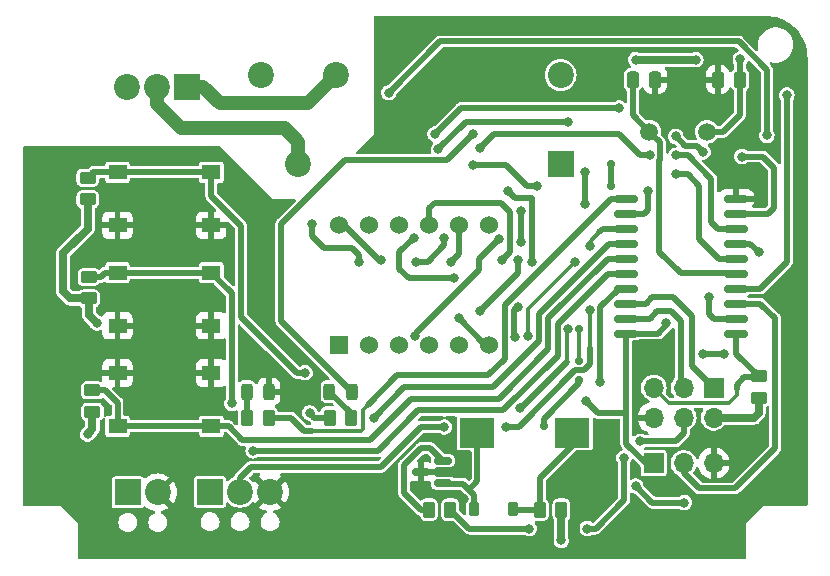
<source format=gtl>
G04 #@! TF.GenerationSoftware,KiCad,Pcbnew,7.0.5-7.0.5~ubuntu20.04.1*
G04 #@! TF.CreationDate,2023-07-24T22:04:43+03:00*
G04 #@! TF.ProjectId,hardware,68617264-7761-4726-952e-6b696361645f,rev?*
G04 #@! TF.SameCoordinates,Original*
G04 #@! TF.FileFunction,Copper,L1,Top*
G04 #@! TF.FilePolarity,Positive*
%FSLAX46Y46*%
G04 Gerber Fmt 4.6, Leading zero omitted, Abs format (unit mm)*
G04 Created by KiCad (PCBNEW 7.0.5-7.0.5~ubuntu20.04.1) date 2023-07-24 22:04:43*
%MOMM*%
%LPD*%
G01*
G04 APERTURE LIST*
G04 Aperture macros list*
%AMRoundRect*
0 Rectangle with rounded corners*
0 $1 Rounding radius*
0 $2 $3 $4 $5 $6 $7 $8 $9 X,Y pos of 4 corners*
0 Add a 4 corners polygon primitive as box body*
4,1,4,$2,$3,$4,$5,$6,$7,$8,$9,$2,$3,0*
0 Add four circle primitives for the rounded corners*
1,1,$1+$1,$2,$3*
1,1,$1+$1,$4,$5*
1,1,$1+$1,$6,$7*
1,1,$1+$1,$8,$9*
0 Add four rect primitives between the rounded corners*
20,1,$1+$1,$2,$3,$4,$5,0*
20,1,$1+$1,$4,$5,$6,$7,0*
20,1,$1+$1,$6,$7,$8,$9,0*
20,1,$1+$1,$8,$9,$2,$3,0*%
G04 Aperture macros list end*
G04 #@! TA.AperFunction,SMDPad,CuDef*
%ADD10RoundRect,0.250000X0.262500X0.450000X-0.262500X0.450000X-0.262500X-0.450000X0.262500X-0.450000X0*%
G04 #@! TD*
G04 #@! TA.AperFunction,ComponentPad*
%ADD11R,1.700000X1.700000*%
G04 #@! TD*
G04 #@! TA.AperFunction,ComponentPad*
%ADD12O,1.700000X1.700000*%
G04 #@! TD*
G04 #@! TA.AperFunction,SMDPad,CuDef*
%ADD13R,3.000000X2.500000*%
G04 #@! TD*
G04 #@! TA.AperFunction,ComponentPad*
%ADD14C,1.524000*%
G04 #@! TD*
G04 #@! TA.AperFunction,ComponentPad*
%ADD15R,1.524000X1.524000*%
G04 #@! TD*
G04 #@! TA.AperFunction,SMDPad,CuDef*
%ADD16RoundRect,0.250000X0.250000X0.475000X-0.250000X0.475000X-0.250000X-0.475000X0.250000X-0.475000X0*%
G04 #@! TD*
G04 #@! TA.AperFunction,SMDPad,CuDef*
%ADD17RoundRect,0.250000X0.450000X-0.262500X0.450000X0.262500X-0.450000X0.262500X-0.450000X-0.262500X0*%
G04 #@! TD*
G04 #@! TA.AperFunction,SMDPad,CuDef*
%ADD18R,1.550000X1.300000*%
G04 #@! TD*
G04 #@! TA.AperFunction,SMDPad,CuDef*
%ADD19RoundRect,0.243750X0.243750X0.456250X-0.243750X0.456250X-0.243750X-0.456250X0.243750X-0.456250X0*%
G04 #@! TD*
G04 #@! TA.AperFunction,ComponentPad*
%ADD20C,2.200000*%
G04 #@! TD*
G04 #@! TA.AperFunction,ComponentPad*
%ADD21R,2.200000X2.200000*%
G04 #@! TD*
G04 #@! TA.AperFunction,SMDPad,CuDef*
%ADD22RoundRect,0.150000X0.875000X0.150000X-0.875000X0.150000X-0.875000X-0.150000X0.875000X-0.150000X0*%
G04 #@! TD*
G04 #@! TA.AperFunction,SMDPad,CuDef*
%ADD23RoundRect,0.250000X-0.450000X0.262500X-0.450000X-0.262500X0.450000X-0.262500X0.450000X0.262500X0*%
G04 #@! TD*
G04 #@! TA.AperFunction,SMDPad,CuDef*
%ADD24RoundRect,0.250000X-0.250000X-0.475000X0.250000X-0.475000X0.250000X0.475000X-0.250000X0.475000X0*%
G04 #@! TD*
G04 #@! TA.AperFunction,ComponentPad*
%ADD25C,1.500000*%
G04 #@! TD*
G04 #@! TA.AperFunction,SMDPad,CuDef*
%ADD26RoundRect,0.225000X0.225000X0.375000X-0.225000X0.375000X-0.225000X-0.375000X0.225000X-0.375000X0*%
G04 #@! TD*
G04 #@! TA.AperFunction,SMDPad,CuDef*
%ADD27RoundRect,0.150000X0.587500X0.150000X-0.587500X0.150000X-0.587500X-0.150000X0.587500X-0.150000X0*%
G04 #@! TD*
G04 #@! TA.AperFunction,ViaPad*
%ADD28C,0.800000*%
G04 #@! TD*
G04 #@! TA.AperFunction,ViaPad*
%ADD29C,0.700000*%
G04 #@! TD*
G04 #@! TA.AperFunction,Conductor*
%ADD30C,0.500000*%
G04 #@! TD*
G04 #@! TA.AperFunction,Conductor*
%ADD31C,1.200000*%
G04 #@! TD*
G04 #@! TA.AperFunction,Conductor*
%ADD32C,0.300000*%
G04 #@! TD*
G04 #@! TA.AperFunction,Conductor*
%ADD33C,0.700000*%
G04 #@! TD*
G04 APERTURE END LIST*
D10*
X161912500Y-121800000D03*
X160087500Y-121800000D03*
D11*
X174800000Y-111460000D03*
D12*
X174800000Y-114000000D03*
X172260000Y-111460000D03*
X172260000Y-114000000D03*
X169720000Y-111460000D03*
X169720000Y-114000000D03*
D13*
X154800000Y-115275000D03*
X162800000Y-115275000D03*
D14*
X143120000Y-97675000D03*
X145660000Y-97675000D03*
X148200000Y-97675000D03*
X150740000Y-97675000D03*
X153280000Y-97675000D03*
X155820000Y-97675000D03*
X155820000Y-107835000D03*
X153280000Y-107835000D03*
X150740000Y-107835000D03*
X148200000Y-107835000D03*
X145660000Y-107835000D03*
D15*
X143120000Y-107835000D03*
D16*
X169850000Y-85400000D03*
X167950000Y-85400000D03*
D17*
X178600000Y-112312500D03*
X178600000Y-110487500D03*
D10*
X152512500Y-121800000D03*
X150687500Y-121800000D03*
D18*
X132275000Y-114725000D03*
X124325000Y-114725000D03*
X132275000Y-110225000D03*
X124325000Y-110225000D03*
X132275000Y-106225000D03*
X124325000Y-106225000D03*
X132275000Y-101725000D03*
X124325000Y-101725000D03*
D19*
X135262500Y-111800000D03*
X137137500Y-111800000D03*
D10*
X144112500Y-114000000D03*
X142287500Y-114000000D03*
D20*
X161840000Y-84995000D03*
D21*
X161840000Y-92495000D03*
D20*
X136440000Y-84995000D03*
X142840000Y-84995000D03*
X139640000Y-92495000D03*
D19*
X142262500Y-111800000D03*
X144137500Y-111800000D03*
D18*
X132275000Y-97725000D03*
X124325000Y-97725000D03*
X132275000Y-93225000D03*
X124325000Y-93225000D03*
D22*
X176700000Y-106885000D03*
X176700000Y-105615000D03*
X176700000Y-104345000D03*
X176700000Y-103075000D03*
X176700000Y-101805000D03*
X176700000Y-100535000D03*
X176700000Y-99265000D03*
X176700000Y-97995000D03*
X176700000Y-96725000D03*
X176700000Y-95455000D03*
X167400000Y-95455000D03*
X167400000Y-96725000D03*
X167400000Y-97995000D03*
X167400000Y-99265000D03*
X167400000Y-100535000D03*
X167400000Y-101805000D03*
X167400000Y-103075000D03*
X167400000Y-104345000D03*
X167400000Y-105615000D03*
X167400000Y-106885000D03*
D23*
X121800000Y-93687500D03*
X121800000Y-95512500D03*
D24*
X175150000Y-85400000D03*
X177050000Y-85400000D03*
D10*
X137112500Y-114000000D03*
X135287500Y-114000000D03*
D20*
X127740000Y-120335000D03*
D21*
X125200000Y-120335000D03*
D20*
X137240000Y-120275000D03*
X134700000Y-120275000D03*
D21*
X132160000Y-120275000D03*
D23*
X121900000Y-102087500D03*
X121900000Y-103912500D03*
X122200000Y-111687500D03*
X122200000Y-113512500D03*
D11*
X169720000Y-117860000D03*
D12*
X172260000Y-117860000D03*
X174800000Y-117860000D03*
D25*
X169350000Y-89800000D03*
X174230000Y-89800000D03*
D26*
X157850000Y-121775000D03*
X154550000Y-121775000D03*
D20*
X125120000Y-86000000D03*
X127660000Y-86000000D03*
D21*
X130200000Y-86000000D03*
D27*
X151875000Y-119550000D03*
X151875000Y-117650000D03*
X150000000Y-118600000D03*
D28*
X181000000Y-86700000D03*
X177050000Y-83650000D03*
X173900000Y-91500000D03*
X177200000Y-91900000D03*
X164300000Y-99500000D03*
X161900000Y-124400000D03*
X173300000Y-83700000D03*
X168200000Y-83700000D03*
D29*
X166100000Y-92500000D03*
X166100000Y-94400000D03*
D28*
X121800000Y-115400000D03*
X122600000Y-106000000D03*
X164000000Y-112600000D03*
X170800000Y-106000000D03*
X158500000Y-99100000D03*
X158500000Y-96500000D03*
X140600000Y-113600000D03*
X153242500Y-105600000D03*
X152600000Y-100800000D03*
X156900000Y-100649500D03*
X146600000Y-100649500D03*
X154400000Y-90000000D03*
X152000000Y-114800000D03*
X164300000Y-104900000D03*
X157200000Y-114800000D03*
X168600000Y-116000000D03*
X159200000Y-123400000D03*
X165200000Y-111000000D03*
X167200000Y-117400000D03*
X164100000Y-123400000D03*
X158200000Y-104600000D03*
X157950000Y-107150000D03*
X152800000Y-102200000D03*
X149400000Y-98800000D03*
X140800000Y-97600000D03*
X144800000Y-100800000D03*
X149600000Y-100800000D03*
X152000000Y-98800000D03*
X174400000Y-103800000D03*
X140200000Y-110200000D03*
X146000000Y-114000000D03*
X134000000Y-112800000D03*
X135800000Y-116800000D03*
X175700000Y-108600000D03*
X179300000Y-90100000D03*
X173900000Y-108600000D03*
X147300000Y-86500000D03*
X159400000Y-100800000D03*
X157400000Y-94800000D03*
X162449500Y-106500688D03*
X158400688Y-113200688D03*
D29*
X163400000Y-106500000D03*
X163415332Y-110815332D03*
X160400000Y-114700000D03*
X163400000Y-109200000D03*
D28*
X163100000Y-100800000D03*
X159100000Y-107100000D03*
X151500000Y-91300000D03*
X163900000Y-95900000D03*
X163900000Y-93200000D03*
X162500000Y-89000000D03*
X158200000Y-100700000D03*
X155000000Y-105000000D03*
X156600000Y-98900000D03*
X149500000Y-107100000D03*
X159800000Y-94400000D03*
X171600000Y-93400000D03*
X154400000Y-92600000D03*
X178600000Y-100000000D03*
X168200000Y-119800000D03*
X172300000Y-121200000D03*
X169400000Y-91800000D03*
X171600000Y-91800000D03*
X155000000Y-91200000D03*
X151200000Y-90000000D03*
X166800000Y-87800000D03*
X171600000Y-90200000D03*
X169200000Y-94800000D03*
D30*
X179300000Y-90100000D02*
X179300000Y-84550000D01*
X179300000Y-84550000D02*
X176904791Y-82154791D01*
X176904791Y-82154791D02*
X151645209Y-82154791D01*
X151645209Y-82154791D02*
X147300000Y-86500000D01*
X177050000Y-83650000D02*
X177050000Y-85400000D01*
D31*
X139640000Y-92495000D02*
X139640000Y-90640000D01*
X139640000Y-90640000D02*
X138500000Y-89500000D01*
X138500000Y-89500000D02*
X129700000Y-89500000D01*
X129700000Y-89500000D02*
X127660000Y-87460000D01*
X127660000Y-87460000D02*
X127660000Y-86000000D01*
D30*
X176700000Y-96725000D02*
X179425000Y-96725000D01*
X179425000Y-96725000D02*
X179900000Y-96250000D01*
X179900000Y-96250000D02*
X179900000Y-92850000D01*
X179900000Y-92850000D02*
X178950000Y-91900000D01*
X178950000Y-91900000D02*
X177200000Y-91900000D01*
X140200000Y-110200000D02*
X139500000Y-110200000D01*
X139500000Y-110200000D02*
X134800000Y-105500000D01*
X134800000Y-105500000D02*
X134800000Y-97800000D01*
X132275000Y-95275000D02*
X132275000Y-93225000D01*
X134800000Y-97800000D02*
X132275000Y-95275000D01*
X176700000Y-103075000D02*
X178725000Y-103075000D01*
X178725000Y-103075000D02*
X181000000Y-100800000D01*
X181000000Y-100800000D02*
X181000000Y-86700000D01*
X171600000Y-90200000D02*
X172400000Y-91000000D01*
X172400000Y-91000000D02*
X173400000Y-91000000D01*
X173400000Y-91000000D02*
X173900000Y-91500000D01*
D32*
X164300000Y-99500000D02*
X164300000Y-99100000D01*
X164300000Y-99100000D02*
X165100000Y-98300000D01*
D30*
X165405000Y-97995000D02*
X165100000Y-98300000D01*
X167400000Y-97995000D02*
X165405000Y-97995000D01*
D32*
X164300000Y-108100000D02*
X164300000Y-104900000D01*
D30*
X157200000Y-114800000D02*
X158300000Y-114800000D01*
X158300000Y-114800000D02*
X163100000Y-110000000D01*
X163100000Y-110000000D02*
X163800000Y-110000000D01*
X163800000Y-110000000D02*
X164300000Y-109500000D01*
X164300000Y-109500000D02*
X164300000Y-108100000D01*
X167400000Y-105615000D02*
X169385000Y-105615000D01*
X169385000Y-105615000D02*
X170000000Y-105000000D01*
X170000000Y-105000000D02*
X171200000Y-105000000D01*
X171200000Y-105000000D02*
X172000000Y-105800000D01*
X172000000Y-105800000D02*
X172000000Y-111200000D01*
D33*
X168200000Y-83700000D02*
X173300000Y-83700000D01*
D30*
X144137500Y-111800000D02*
X138200000Y-105862500D01*
X138200000Y-105862500D02*
X138200000Y-97600000D01*
X138200000Y-97600000D02*
X143600000Y-92200000D01*
X152200000Y-92200000D02*
X154400000Y-90000000D01*
X143600000Y-92200000D02*
X152200000Y-92200000D01*
D33*
X161900000Y-124400000D02*
X161900000Y-121812500D01*
D30*
X154112500Y-123400000D02*
X152512500Y-121800000D01*
X159200000Y-123400000D02*
X154112500Y-123400000D01*
X164100000Y-123400000D02*
X164800000Y-123400000D01*
X167200000Y-121000000D02*
X167200000Y-117400000D01*
X164800000Y-123400000D02*
X167200000Y-121000000D01*
X168200000Y-119800000D02*
X169600000Y-121200000D01*
X169600000Y-121200000D02*
X172300000Y-121200000D01*
X166100000Y-94400000D02*
X166100000Y-92500000D01*
D33*
X174800000Y-114000000D02*
X178200000Y-114000000D01*
X178200000Y-114000000D02*
X178600000Y-113600000D01*
X178600000Y-113600000D02*
X178600000Y-112312500D01*
X122200000Y-113512500D02*
X122200000Y-115000000D01*
X122200000Y-115000000D02*
X121800000Y-115400000D01*
X121900000Y-103912500D02*
X120312500Y-103912500D01*
X120312500Y-103912500D02*
X119700000Y-103300000D01*
X119700000Y-103300000D02*
X119700000Y-100100000D01*
X121800000Y-98000000D02*
X121800000Y-95512500D01*
X119700000Y-100100000D02*
X121800000Y-98000000D01*
X121900000Y-103912500D02*
X121900000Y-105300000D01*
X121900000Y-105300000D02*
X122600000Y-106000000D01*
D30*
X165200000Y-111000000D02*
X165200000Y-104671472D01*
X165200000Y-104671472D02*
X166796472Y-103075000D01*
X176091472Y-101800000D02*
X172000000Y-101800000D01*
X172000000Y-101800000D02*
X170200000Y-100000000D01*
X170200000Y-100000000D02*
X170200000Y-92202082D01*
X170200000Y-92202082D02*
X170250000Y-92152082D01*
X170250000Y-92152082D02*
X170250000Y-90700000D01*
X170250000Y-90700000D02*
X169350000Y-89800000D01*
X177050000Y-88350000D02*
X177050000Y-85400000D01*
X175600000Y-89800000D02*
X177050000Y-88350000D01*
X174230000Y-89800000D02*
X175600000Y-89800000D01*
X167950000Y-85400000D02*
X167950000Y-88400000D01*
X167950000Y-88400000D02*
X169350000Y-89800000D01*
X164000000Y-112600000D02*
X165000000Y-113600000D01*
X167400000Y-116201041D02*
X169058959Y-117860000D01*
X170800000Y-106000000D02*
X170800000Y-106200000D01*
X170800000Y-106200000D02*
X170115000Y-106885000D01*
X170115000Y-106885000D02*
X167400000Y-106885000D01*
X169058959Y-117860000D02*
X169720000Y-117860000D01*
X165000000Y-113600000D02*
X167400000Y-113600000D01*
X167400000Y-106885000D02*
X167400000Y-113600000D01*
X167400000Y-113600000D02*
X167400000Y-116201041D01*
X141000000Y-114000000D02*
X140600000Y-113600000D01*
X142287500Y-114000000D02*
X141000000Y-114000000D01*
X158500000Y-99100000D02*
X158500000Y-96500000D01*
X154550000Y-120550000D02*
X154100000Y-120100000D01*
X154100000Y-120100000D02*
X154800000Y-119400000D01*
X154100000Y-120100000D02*
X153600000Y-119600000D01*
X154800000Y-119400000D02*
X154800000Y-115275000D01*
X151925000Y-119600000D02*
X151875000Y-119550000D01*
X154550000Y-121775000D02*
X154550000Y-120550000D01*
X153600000Y-119600000D02*
X151925000Y-119600000D01*
X153242500Y-105600000D02*
X155477500Y-107835000D01*
X153280000Y-97675000D02*
X153280000Y-100120000D01*
X153280000Y-100120000D02*
X152600000Y-100800000D01*
X157593966Y-99955534D02*
X157593966Y-96593966D01*
X151200000Y-95800000D02*
X150740000Y-96260000D01*
X150740000Y-96260000D02*
X150740000Y-97675000D01*
X157593966Y-96593966D02*
X156800000Y-95800000D01*
X156900000Y-100649500D02*
X157593966Y-99955534D01*
X156800000Y-95800000D02*
X151200000Y-95800000D01*
X146600000Y-100649500D02*
X146449500Y-100649500D01*
X146449500Y-100649500D02*
X143475000Y-97675000D01*
X135287500Y-114000000D02*
X135287500Y-111825000D01*
X144112500Y-113650000D02*
X142262500Y-111800000D01*
X150000000Y-114800000D02*
X152000000Y-114800000D01*
X146600000Y-118200000D02*
X150000000Y-114800000D01*
X135600000Y-118200000D02*
X146600000Y-118200000D01*
X134700000Y-119100000D02*
X135600000Y-118200000D01*
X134700000Y-120275000D02*
X134700000Y-119100000D01*
D31*
X130200000Y-86000000D02*
X131600000Y-86000000D01*
X133000000Y-87400000D02*
X140435000Y-87400000D01*
X131600000Y-86000000D02*
X133000000Y-87400000D01*
X140435000Y-87400000D02*
X142840000Y-84995000D01*
D30*
X173600000Y-120000000D02*
X172260000Y-118660000D01*
X180000000Y-105600000D02*
X180000000Y-116600000D01*
X176700000Y-104345000D02*
X178745000Y-104345000D01*
X172260000Y-118660000D02*
X172260000Y-117860000D01*
X180000000Y-116600000D02*
X176600000Y-120000000D01*
X176600000Y-120000000D02*
X173600000Y-120000000D01*
X178745000Y-104345000D02*
X180000000Y-105600000D01*
X173000000Y-109660000D02*
X174800000Y-111460000D01*
X169600000Y-103800000D02*
X171389950Y-103800000D01*
X167400000Y-104345000D02*
X169055000Y-104345000D01*
X171389950Y-103800000D02*
X173000000Y-105410050D01*
X173000000Y-105410050D02*
X173000000Y-109660000D01*
X169055000Y-104345000D02*
X169600000Y-103800000D01*
X172260000Y-115340000D02*
X171600000Y-116000000D01*
X172260000Y-114000000D02*
X172260000Y-115340000D01*
X171600000Y-116000000D02*
X168600000Y-116000000D01*
D32*
X171010000Y-112750000D02*
X169720000Y-111460000D01*
X176800000Y-111600000D02*
X176800000Y-112050000D01*
D30*
X176800000Y-111200000D02*
X176800000Y-111600000D01*
X176700000Y-108587500D02*
X178600000Y-110487500D01*
D32*
X176100000Y-112750000D02*
X171010000Y-112750000D01*
D30*
X178487500Y-110600000D02*
X177400000Y-110600000D01*
X176700000Y-106885000D02*
X176700000Y-108587500D01*
D32*
X176800000Y-112050000D02*
X176100000Y-112750000D01*
D30*
X177400000Y-110600000D02*
X176800000Y-111200000D01*
X148600000Y-118000000D02*
X148600000Y-120400000D01*
X150000000Y-121800000D02*
X150687500Y-121800000D01*
X150000000Y-116600000D02*
X148600000Y-118000000D01*
X148600000Y-120400000D02*
X150000000Y-121800000D01*
X151875000Y-117650000D02*
X150825000Y-116600000D01*
X150825000Y-116600000D02*
X150000000Y-116600000D01*
X157900000Y-107100000D02*
X157950000Y-107150000D01*
X158200000Y-104600000D02*
X157900000Y-104900000D01*
X157900000Y-104900000D02*
X157900000Y-107100000D01*
X149400000Y-98800000D02*
X148200000Y-100000000D01*
X149000000Y-102200000D02*
X152800000Y-102200000D01*
X148200000Y-100000000D02*
X148200000Y-101400000D01*
X148200000Y-101400000D02*
X149000000Y-102200000D01*
X144800000Y-100200000D02*
X144800000Y-100800000D01*
X141800000Y-99600000D02*
X144200000Y-99600000D01*
X140800000Y-97600000D02*
X140800000Y-98600000D01*
X144200000Y-99600000D02*
X144800000Y-100200000D01*
X140800000Y-98600000D02*
X141800000Y-99600000D01*
X152000000Y-99400000D02*
X150600000Y-100800000D01*
X150600000Y-100800000D02*
X149600000Y-100800000D01*
X152000000Y-98800000D02*
X152000000Y-99400000D01*
X166142918Y-95455000D02*
X167400000Y-95455000D01*
X145500000Y-112900000D02*
X148000000Y-110400000D01*
D32*
X145075000Y-113325000D02*
X145500000Y-112900000D01*
X144900000Y-115100000D02*
X145075000Y-114925000D01*
X145075000Y-114925000D02*
X145075000Y-113325000D01*
D30*
X137112500Y-114000000D02*
X139000000Y-114000000D01*
X139000000Y-114000000D02*
X140100000Y-115100000D01*
X157100000Y-109000000D02*
X157100000Y-104497918D01*
X155700000Y-110400000D02*
X157100000Y-109000000D01*
X148000000Y-110400000D02*
X155700000Y-110400000D01*
X157100000Y-104497918D02*
X166142918Y-95455000D01*
X140100000Y-115100000D02*
X140800000Y-115100000D01*
D32*
X140800000Y-115100000D02*
X144900000Y-115100000D01*
D30*
X174400000Y-105200000D02*
X174400000Y-103800000D01*
X176700000Y-105615000D02*
X174815000Y-105615000D01*
X174815000Y-105615000D02*
X174400000Y-105200000D01*
X165935000Y-99265000D02*
X160000000Y-105200000D01*
X124325000Y-93225000D02*
X122262500Y-93225000D01*
X148600000Y-111400000D02*
X146000000Y-114000000D01*
X132275000Y-93225000D02*
X124325000Y-93225000D01*
X167400000Y-99265000D02*
X165935000Y-99265000D01*
X160000000Y-107500000D02*
X156100000Y-111400000D01*
X122262500Y-93225000D02*
X121800000Y-93687500D01*
X160000000Y-105200000D02*
X160000000Y-107500000D01*
X156100000Y-111400000D02*
X148600000Y-111400000D01*
X124325000Y-101725000D02*
X123275000Y-101725000D01*
X161600000Y-106100000D02*
X165895000Y-101805000D01*
X165895000Y-101805000D02*
X167400000Y-101805000D01*
X149800000Y-113400000D02*
X157000000Y-113400000D01*
X135800000Y-116800000D02*
X146400000Y-116800000D01*
X132275000Y-101725000D02*
X124325000Y-101725000D01*
X157000000Y-113400000D02*
X161600000Y-108800000D01*
X123275000Y-101725000D02*
X122912500Y-102087500D01*
X134000000Y-103450000D02*
X132275000Y-101725000D01*
X161600000Y-108800000D02*
X161600000Y-106100000D01*
X134000000Y-112800000D02*
X134000000Y-103450000D01*
X146400000Y-116800000D02*
X149800000Y-113400000D01*
X122912500Y-102087500D02*
X121900000Y-102087500D01*
X124325000Y-112725000D02*
X123287500Y-111687500D01*
X134900000Y-115900000D02*
X133725000Y-114725000D01*
X145700000Y-115900000D02*
X134900000Y-115900000D01*
X124325000Y-114725000D02*
X124325000Y-112725000D01*
X133725000Y-114725000D02*
X132275000Y-114725000D01*
X123287500Y-111687500D02*
X122200000Y-111687500D01*
X160800000Y-108200000D02*
X156600000Y-112400000D01*
X156600000Y-112400000D02*
X149200000Y-112400000D01*
X132275000Y-114725000D02*
X124325000Y-114725000D01*
X160800000Y-105600000D02*
X160800000Y-108200000D01*
X149200000Y-112400000D02*
X145700000Y-115900000D01*
X165865000Y-100535000D02*
X160800000Y-105600000D01*
X167400000Y-100535000D02*
X165865000Y-100535000D01*
X173900000Y-108600000D02*
X175700000Y-108600000D01*
X159400000Y-95400000D02*
X159400000Y-100800000D01*
X158000000Y-95400000D02*
X157400000Y-94800000D01*
X159400000Y-95400000D02*
X158000000Y-95400000D01*
D32*
X162400000Y-109300000D02*
X162400000Y-106550188D01*
X162400000Y-106550188D02*
X162449500Y-106500688D01*
X158400688Y-113200688D02*
X158499312Y-113200688D01*
D30*
X158499312Y-113200688D02*
X162400000Y-109300000D01*
X160400000Y-114100000D02*
X163415332Y-111084668D01*
D32*
X163415332Y-111084668D02*
X163415332Y-110815332D01*
D30*
X160400000Y-114700000D02*
X160400000Y-114100000D01*
D32*
X163400000Y-106500000D02*
X163400000Y-109200000D01*
X159100000Y-104800000D02*
X163100000Y-100800000D01*
X159100000Y-107100000D02*
X159100000Y-104800000D01*
D30*
X153800000Y-89000000D02*
X162500000Y-89000000D01*
X151500000Y-91300000D02*
X153800000Y-89000000D01*
X163900000Y-93200000D02*
X163900000Y-95900000D01*
X158200000Y-101800000D02*
X158200000Y-100700000D01*
X155000000Y-105000000D02*
X158200000Y-101800000D01*
X149600000Y-106800000D02*
X154900000Y-101500000D01*
X149600000Y-107100000D02*
X149600000Y-106800000D01*
X154900000Y-100600000D02*
X156600000Y-98900000D01*
D32*
X149500000Y-107100000D02*
X149600000Y-107100000D01*
D30*
X154900000Y-101500000D02*
X154900000Y-100600000D01*
X172600000Y-93400000D02*
X171600000Y-93400000D01*
X175235000Y-100535000D02*
X173600000Y-98900000D01*
X173600000Y-94400000D02*
X172600000Y-93400000D01*
X159800000Y-94400000D02*
X159000000Y-94400000D01*
X159000000Y-94400000D02*
X157200000Y-92600000D01*
X173600000Y-98900000D02*
X173600000Y-94400000D01*
X157200000Y-92600000D02*
X154400000Y-92600000D01*
X176700000Y-100535000D02*
X175235000Y-100535000D01*
X177865000Y-99265000D02*
X178600000Y-100000000D01*
X176700000Y-99265000D02*
X177865000Y-99265000D01*
X168600000Y-91800000D02*
X169400000Y-91800000D01*
X176700000Y-97995000D02*
X175195000Y-97995000D01*
X175195000Y-97995000D02*
X174600000Y-97400000D01*
X156200000Y-90000000D02*
X166800000Y-90000000D01*
X155000000Y-91200000D02*
X156200000Y-90000000D01*
X172600000Y-91800000D02*
X171600000Y-91800000D01*
X174600000Y-93800000D02*
X172600000Y-91800000D01*
X166800000Y-90000000D02*
X168600000Y-91800000D01*
X174600000Y-97400000D02*
X174600000Y-93800000D01*
X151200000Y-90000000D02*
X153400000Y-87800000D01*
X153400000Y-87800000D02*
X166800000Y-87800000D01*
X169200000Y-94800000D02*
X169200000Y-96400000D01*
X168875000Y-96725000D02*
X167400000Y-96725000D01*
X169200000Y-96400000D02*
X168875000Y-96725000D01*
X162800000Y-116400000D02*
X160087500Y-119112500D01*
X160087500Y-119112500D02*
X160087500Y-121800000D01*
X162800000Y-115275000D02*
X162800000Y-116400000D01*
X160087500Y-121800000D02*
X157875000Y-121800000D01*
G04 #@! TA.AperFunction,Conductor*
G36*
X179251545Y-80000575D02*
G01*
X179402663Y-80007999D01*
X179596574Y-80018162D01*
X179602452Y-80018751D01*
X179771626Y-80043846D01*
X179863387Y-80058379D01*
X179947547Y-80071708D01*
X179952980Y-80072817D01*
X180122209Y-80115206D01*
X180291320Y-80160520D01*
X180296156Y-80162030D01*
X180461239Y-80221098D01*
X180462494Y-80221563D01*
X180624260Y-80283659D01*
X180628547Y-80285493D01*
X180787684Y-80360759D01*
X180789235Y-80361521D01*
X180920871Y-80428593D01*
X180942968Y-80439852D01*
X180946747Y-80441944D01*
X181033431Y-80493900D01*
X181097983Y-80532591D01*
X181099907Y-80533792D01*
X181157564Y-80571235D01*
X181244256Y-80627533D01*
X181247451Y-80629752D01*
X181389278Y-80734939D01*
X181391342Y-80736538D01*
X181524964Y-80844744D01*
X181527597Y-80846999D01*
X181589574Y-80903172D01*
X181658503Y-80965646D01*
X181660722Y-80967758D01*
X181782239Y-81089275D01*
X181784352Y-81091495D01*
X181902990Y-81222391D01*
X181905260Y-81225041D01*
X182013450Y-81358644D01*
X182015078Y-81360744D01*
X182120238Y-81502536D01*
X182122473Y-81505754D01*
X182216206Y-81650091D01*
X182217407Y-81652015D01*
X182308049Y-81803242D01*
X182310146Y-81807030D01*
X182388445Y-81960698D01*
X182389263Y-81962364D01*
X182464494Y-82121426D01*
X182466350Y-82125765D01*
X182495680Y-82202171D01*
X182528418Y-82287459D01*
X182528919Y-82288811D01*
X182539827Y-82319295D01*
X182587958Y-82453813D01*
X182589489Y-82458713D01*
X182634797Y-82627809D01*
X182677178Y-82797004D01*
X182678291Y-82802459D01*
X182706152Y-82978372D01*
X182731243Y-83147511D01*
X182731839Y-83153462D01*
X182742009Y-83347519D01*
X182749424Y-83498451D01*
X182749500Y-83501543D01*
X182749500Y-121374000D01*
X182729498Y-121442121D01*
X182675842Y-121488614D01*
X182623500Y-121500000D01*
X178999998Y-121500000D01*
X177500000Y-122999998D01*
X177500000Y-125873500D01*
X177479998Y-125941621D01*
X177426342Y-125988114D01*
X177374000Y-125999500D01*
X121126000Y-125999500D01*
X121057879Y-125979498D01*
X121011386Y-125925842D01*
X121000000Y-125873500D01*
X121000000Y-123000000D01*
X120999999Y-122999998D01*
X120875001Y-122875000D01*
X124394435Y-122875000D01*
X124414632Y-123054255D01*
X124414633Y-123054257D01*
X124474211Y-123224522D01*
X124474212Y-123224525D01*
X124570182Y-123377260D01*
X124570183Y-123377262D01*
X124697737Y-123504816D01*
X124697739Y-123504817D01*
X124850474Y-123600787D01*
X124850475Y-123600787D01*
X124850478Y-123600789D01*
X125020745Y-123660368D01*
X125155046Y-123675500D01*
X125244954Y-123675500D01*
X125379255Y-123660368D01*
X125549522Y-123600789D01*
X125702262Y-123504816D01*
X125829816Y-123377262D01*
X125925789Y-123224522D01*
X125985368Y-123054255D01*
X126005565Y-122875000D01*
X125985368Y-122695745D01*
X125925789Y-122525478D01*
X125925787Y-122525475D01*
X125925787Y-122525474D01*
X125829817Y-122372739D01*
X125829816Y-122372737D01*
X125702262Y-122245183D01*
X125702260Y-122245182D01*
X125549525Y-122149212D01*
X125549522Y-122149211D01*
X125525553Y-122140824D01*
X125379255Y-122089632D01*
X125244954Y-122074500D01*
X125155046Y-122074500D01*
X125020745Y-122089632D01*
X125020742Y-122089632D01*
X125020742Y-122089633D01*
X124850477Y-122149211D01*
X124850474Y-122149212D01*
X124697739Y-122245182D01*
X124697737Y-122245183D01*
X124570183Y-122372737D01*
X124570182Y-122372739D01*
X124474212Y-122525474D01*
X124474211Y-122525477D01*
X124442883Y-122615009D01*
X124414632Y-122695745D01*
X124394435Y-122875000D01*
X120875001Y-122875000D01*
X119500001Y-121500000D01*
X119500000Y-121500000D01*
X116426500Y-121500000D01*
X116358379Y-121479998D01*
X116340771Y-121459677D01*
X123849500Y-121459677D01*
X123864033Y-121532739D01*
X123879308Y-121555600D01*
X123919399Y-121615601D01*
X124002260Y-121670966D01*
X124075326Y-121685500D01*
X126324674Y-121685500D01*
X126397740Y-121670966D01*
X126480601Y-121615601D01*
X126509065Y-121572999D01*
X126563539Y-121527473D01*
X126633982Y-121518623D01*
X126695660Y-121547190D01*
X126796631Y-121633427D01*
X126796633Y-121633428D01*
X127011370Y-121765019D01*
X127244045Y-121861396D01*
X127402245Y-121899376D01*
X127463814Y-121934728D01*
X127496497Y-121997755D01*
X127489917Y-122068446D01*
X127446162Y-122124357D01*
X127414447Y-122140824D01*
X127390474Y-122149212D01*
X127237739Y-122245182D01*
X127237737Y-122245183D01*
X127110183Y-122372737D01*
X127110182Y-122372739D01*
X127014212Y-122525474D01*
X127014211Y-122525477D01*
X126982883Y-122615009D01*
X126954632Y-122695745D01*
X126934435Y-122875000D01*
X126954632Y-123054255D01*
X126954633Y-123054257D01*
X127014211Y-123224522D01*
X127014212Y-123224525D01*
X127110182Y-123377260D01*
X127110183Y-123377262D01*
X127237737Y-123504816D01*
X127237739Y-123504817D01*
X127390474Y-123600787D01*
X127390475Y-123600787D01*
X127390478Y-123600789D01*
X127560745Y-123660368D01*
X127695046Y-123675500D01*
X127784954Y-123675500D01*
X127919255Y-123660368D01*
X128089522Y-123600789D01*
X128242262Y-123504816D01*
X128369816Y-123377262D01*
X128465789Y-123224522D01*
X128525368Y-123054255D01*
X128545565Y-122875000D01*
X128538805Y-122815000D01*
X131354435Y-122815000D01*
X131374632Y-122994255D01*
X131395627Y-123054255D01*
X131434211Y-123164522D01*
X131434212Y-123164525D01*
X131530182Y-123317260D01*
X131530183Y-123317262D01*
X131657737Y-123444816D01*
X131657739Y-123444817D01*
X131810474Y-123540787D01*
X131810475Y-123540787D01*
X131810478Y-123540789D01*
X131980745Y-123600368D01*
X132115046Y-123615500D01*
X132204954Y-123615500D01*
X132339255Y-123600368D01*
X132509522Y-123540789D01*
X132662262Y-123444816D01*
X132789816Y-123317262D01*
X132885789Y-123164522D01*
X132945368Y-122994255D01*
X132965565Y-122815000D01*
X133894435Y-122815000D01*
X133914632Y-122994255D01*
X133935627Y-123054255D01*
X133974211Y-123164522D01*
X133974212Y-123164525D01*
X134070182Y-123317260D01*
X134070183Y-123317262D01*
X134197737Y-123444816D01*
X134197739Y-123444817D01*
X134350474Y-123540787D01*
X134350475Y-123540787D01*
X134350478Y-123540789D01*
X134520745Y-123600368D01*
X134655046Y-123615500D01*
X134744954Y-123615500D01*
X134879255Y-123600368D01*
X135049522Y-123540789D01*
X135202262Y-123444816D01*
X135329816Y-123317262D01*
X135425789Y-123164522D01*
X135485368Y-122994255D01*
X135505565Y-122815000D01*
X135485368Y-122635745D01*
X135425789Y-122465478D01*
X135425787Y-122465475D01*
X135425787Y-122465474D01*
X135329817Y-122312739D01*
X135329816Y-122312737D01*
X135202262Y-122185183D01*
X135202260Y-122185182D01*
X135049525Y-122089212D01*
X135049522Y-122089211D01*
X134978493Y-122064357D01*
X134879255Y-122029632D01*
X134744954Y-122014500D01*
X134655046Y-122014500D01*
X134520745Y-122029632D01*
X134520742Y-122029632D01*
X134520742Y-122029633D01*
X134350477Y-122089211D01*
X134350474Y-122089212D01*
X134197739Y-122185182D01*
X134197737Y-122185183D01*
X134070183Y-122312737D01*
X134070182Y-122312739D01*
X133974212Y-122465474D01*
X133974211Y-122465477D01*
X133932953Y-122583386D01*
X133914632Y-122635745D01*
X133894435Y-122815000D01*
X132965565Y-122815000D01*
X132945368Y-122635745D01*
X132885789Y-122465478D01*
X132885787Y-122465475D01*
X132885787Y-122465474D01*
X132789817Y-122312739D01*
X132789816Y-122312737D01*
X132662262Y-122185183D01*
X132662260Y-122185182D01*
X132509525Y-122089212D01*
X132509522Y-122089211D01*
X132438493Y-122064357D01*
X132339255Y-122029632D01*
X132204954Y-122014500D01*
X132115046Y-122014500D01*
X131980745Y-122029632D01*
X131980742Y-122029632D01*
X131980742Y-122029633D01*
X131810477Y-122089211D01*
X131810474Y-122089212D01*
X131657739Y-122185182D01*
X131657737Y-122185183D01*
X131530183Y-122312737D01*
X131530182Y-122312739D01*
X131434212Y-122465474D01*
X131434211Y-122465477D01*
X131392953Y-122583386D01*
X131374632Y-122635745D01*
X131354435Y-122815000D01*
X128538805Y-122815000D01*
X128525368Y-122695745D01*
X128465789Y-122525478D01*
X128465787Y-122525475D01*
X128465787Y-122525474D01*
X128369817Y-122372739D01*
X128369816Y-122372737D01*
X128242262Y-122245183D01*
X128242260Y-122245182D01*
X128089526Y-122149213D01*
X128089524Y-122149212D01*
X128089522Y-122149211D01*
X128065551Y-122140823D01*
X128007862Y-122099446D01*
X127981699Y-122033446D01*
X127995371Y-121963779D01*
X128044539Y-121912563D01*
X128077754Y-121899376D01*
X128235954Y-121861396D01*
X128468629Y-121765019D01*
X128683370Y-121633426D01*
X128684178Y-121632733D01*
X128684179Y-121632732D01*
X127911568Y-120860121D01*
X128028458Y-120809349D01*
X128145739Y-120713934D01*
X128232928Y-120590415D01*
X128263354Y-120504801D01*
X129037732Y-121279179D01*
X129037733Y-121279178D01*
X129038426Y-121278370D01*
X129170019Y-121063629D01*
X129266396Y-120830954D01*
X129325187Y-120586068D01*
X129344947Y-120335000D01*
X129325187Y-120083931D01*
X129266396Y-119839045D01*
X129170019Y-119606370D01*
X129038426Y-119391631D01*
X129037732Y-119390819D01*
X128265929Y-120162622D01*
X128263116Y-120149085D01*
X128193558Y-120014844D01*
X128090362Y-119904348D01*
X127961181Y-119825791D01*
X127909996Y-119811449D01*
X128684178Y-119037266D01*
X128683359Y-119036566D01*
X128468629Y-118904980D01*
X128235954Y-118808603D01*
X127991068Y-118749812D01*
X127739999Y-118730052D01*
X127488931Y-118749812D01*
X127244045Y-118808603D01*
X127011370Y-118904980D01*
X126796636Y-119036569D01*
X126695660Y-119122810D01*
X126630870Y-119151840D01*
X126560670Y-119141235D01*
X126509064Y-119096998D01*
X126508811Y-119096620D01*
X126480601Y-119054399D01*
X126449471Y-119033599D01*
X126397739Y-118999033D01*
X126324677Y-118984500D01*
X126324674Y-118984500D01*
X124075326Y-118984500D01*
X124075322Y-118984500D01*
X124002260Y-118999033D01*
X123919399Y-119054399D01*
X123864033Y-119137260D01*
X123849500Y-119210322D01*
X123849500Y-121459677D01*
X116340771Y-121459677D01*
X116311886Y-121426342D01*
X116300500Y-121374000D01*
X116300500Y-109975000D01*
X123050000Y-109975000D01*
X124075000Y-109975000D01*
X124075000Y-109075000D01*
X124575000Y-109075000D01*
X124575000Y-109975000D01*
X125600000Y-109975000D01*
X131000000Y-109975000D01*
X132025000Y-109975000D01*
X132025000Y-109075000D01*
X131452159Y-109075000D01*
X131392628Y-109081400D01*
X131257910Y-109131647D01*
X131142810Y-109217810D01*
X131056647Y-109332910D01*
X131006400Y-109467628D01*
X131000000Y-109527159D01*
X131000000Y-109975000D01*
X125600000Y-109975000D01*
X125600000Y-109527176D01*
X125599999Y-109527159D01*
X125593599Y-109467628D01*
X125543352Y-109332910D01*
X125457189Y-109217810D01*
X125342089Y-109131647D01*
X125207371Y-109081400D01*
X125147840Y-109075000D01*
X124575000Y-109075000D01*
X124075000Y-109075000D01*
X123502159Y-109075000D01*
X123442628Y-109081400D01*
X123307910Y-109131647D01*
X123192810Y-109217810D01*
X123106647Y-109332910D01*
X123056400Y-109467628D01*
X123050000Y-109527159D01*
X123050000Y-109975000D01*
X116300500Y-109975000D01*
X116300500Y-103300000D01*
X119094318Y-103300000D01*
X119101717Y-103356206D01*
X119102937Y-103365469D01*
X119114955Y-103456760D01*
X119175463Y-103602839D01*
X119175465Y-103602842D01*
X119253548Y-103704603D01*
X119271718Y-103728282D01*
X119299944Y-103749940D01*
X119306132Y-103755367D01*
X119857126Y-104306361D01*
X119862558Y-104312555D01*
X119884219Y-104340783D01*
X119980098Y-104414354D01*
X120005208Y-104433621D01*
X120009659Y-104437036D01*
X120155738Y-104497544D01*
X120312500Y-104518182D01*
X120312501Y-104518182D01*
X120347762Y-104513540D01*
X120355994Y-104513000D01*
X121024407Y-104513000D01*
X121092528Y-104533002D01*
X121099917Y-104538133D01*
X121207665Y-104618794D01*
X121207669Y-104618796D01*
X121212988Y-104620780D01*
X121217528Y-104622473D01*
X121274365Y-104665017D01*
X121299179Y-104731537D01*
X121299500Y-104740530D01*
X121299500Y-105256505D01*
X121298960Y-105264737D01*
X121294318Y-105299999D01*
X121294318Y-105300000D01*
X121304748Y-105379222D01*
X121314955Y-105456760D01*
X121374286Y-105599996D01*
X121375464Y-105602841D01*
X121471718Y-105728282D01*
X121491279Y-105743291D01*
X121499934Y-105749933D01*
X121506137Y-105755372D01*
X121978961Y-106228197D01*
X122007676Y-106272610D01*
X122019776Y-106304515D01*
X122019782Y-106304526D01*
X122098008Y-106417857D01*
X122109517Y-106434530D01*
X122227760Y-106539283D01*
X122367635Y-106612696D01*
X122367636Y-106612696D01*
X122367638Y-106612697D01*
X122398056Y-106620194D01*
X122521015Y-106650500D01*
X122521017Y-106650500D01*
X122678983Y-106650500D01*
X122678985Y-106650500D01*
X122832365Y-106612696D01*
X122865444Y-106595334D01*
X122935054Y-106581387D01*
X123001157Y-106607289D01*
X123042763Y-106664817D01*
X123049999Y-106706900D01*
X123049999Y-106922822D01*
X123050000Y-106922840D01*
X123056400Y-106982371D01*
X123106647Y-107117089D01*
X123192810Y-107232189D01*
X123307910Y-107318352D01*
X123442628Y-107368599D01*
X123502159Y-107374999D01*
X123502176Y-107375000D01*
X124075000Y-107375000D01*
X124075000Y-106475000D01*
X124575000Y-106475000D01*
X124575000Y-107375000D01*
X125147824Y-107375000D01*
X125147840Y-107374999D01*
X125207371Y-107368599D01*
X125342089Y-107318352D01*
X125457189Y-107232189D01*
X125543352Y-107117089D01*
X125593599Y-106982371D01*
X125599999Y-106922840D01*
X125600000Y-106922823D01*
X125600000Y-106475000D01*
X131000000Y-106475000D01*
X131000000Y-106922840D01*
X131006400Y-106982371D01*
X131056647Y-107117089D01*
X131142810Y-107232189D01*
X131257910Y-107318352D01*
X131392628Y-107368599D01*
X131452159Y-107374999D01*
X131452176Y-107375000D01*
X132025000Y-107375000D01*
X132025000Y-106475000D01*
X131000000Y-106475000D01*
X125600000Y-106475000D01*
X124575000Y-106475000D01*
X124075000Y-106475000D01*
X124075000Y-105075000D01*
X124575000Y-105075000D01*
X124575000Y-105975000D01*
X125600000Y-105975000D01*
X131000000Y-105975000D01*
X132025000Y-105975000D01*
X132025000Y-105075000D01*
X131452159Y-105075000D01*
X131392628Y-105081400D01*
X131257910Y-105131647D01*
X131142810Y-105217810D01*
X131056647Y-105332910D01*
X131006400Y-105467628D01*
X131000000Y-105527159D01*
X131000000Y-105975000D01*
X125600000Y-105975000D01*
X125600000Y-105527176D01*
X125599999Y-105527159D01*
X125593599Y-105467628D01*
X125543352Y-105332910D01*
X125457189Y-105217810D01*
X125342089Y-105131647D01*
X125207371Y-105081400D01*
X125147840Y-105075000D01*
X124575000Y-105075000D01*
X124075000Y-105075000D01*
X123502159Y-105075000D01*
X123442628Y-105081400D01*
X123307910Y-105131647D01*
X123192810Y-105217810D01*
X123106646Y-105332911D01*
X123106645Y-105332913D01*
X123094756Y-105364791D01*
X123052209Y-105421627D01*
X122985689Y-105446437D01*
X122918145Y-105432325D01*
X122858128Y-105400825D01*
X122827589Y-105378353D01*
X122537405Y-105088169D01*
X122503379Y-105025857D01*
X122500500Y-104999074D01*
X122500500Y-104740530D01*
X122520502Y-104672409D01*
X122574158Y-104625916D01*
X122582472Y-104622473D01*
X122592331Y-104618796D01*
X122707546Y-104532546D01*
X122793796Y-104417331D01*
X122794055Y-104416638D01*
X122810170Y-104373429D01*
X122844091Y-104282483D01*
X122850500Y-104222873D01*
X122850499Y-103602128D01*
X122844091Y-103542517D01*
X122822319Y-103484143D01*
X122793798Y-103407673D01*
X122793796Y-103407670D01*
X122793796Y-103407669D01*
X122741706Y-103338086D01*
X122707546Y-103292453D01*
X122630591Y-103234845D01*
X122592331Y-103206204D01*
X122592329Y-103206203D01*
X122592326Y-103206201D01*
X122457483Y-103155909D01*
X122457486Y-103155909D01*
X122397873Y-103149500D01*
X121402135Y-103149500D01*
X121402114Y-103149502D01*
X121342519Y-103155908D01*
X121342518Y-103155908D01*
X121207673Y-103206201D01*
X121207670Y-103206203D01*
X121099916Y-103286868D01*
X121033396Y-103311679D01*
X121024407Y-103312000D01*
X120613425Y-103312000D01*
X120545304Y-103291998D01*
X120524330Y-103275095D01*
X120337405Y-103088170D01*
X120303379Y-103025858D01*
X120300500Y-102999075D01*
X120300500Y-100400924D01*
X120320502Y-100332803D01*
X120337400Y-100311834D01*
X122193875Y-98455359D01*
X122200058Y-98449937D01*
X122228282Y-98428282D01*
X122253329Y-98395641D01*
X122324536Y-98302841D01*
X122385044Y-98156762D01*
X122405682Y-98000000D01*
X122402391Y-97975000D01*
X123050000Y-97975000D01*
X123050000Y-98422840D01*
X123056400Y-98482371D01*
X123106647Y-98617089D01*
X123192810Y-98732189D01*
X123307910Y-98818352D01*
X123442628Y-98868599D01*
X123502159Y-98874999D01*
X123502176Y-98875000D01*
X124075000Y-98875000D01*
X124075000Y-97975000D01*
X124575000Y-97975000D01*
X124575000Y-98875000D01*
X125147824Y-98875000D01*
X125147840Y-98874999D01*
X125207371Y-98868599D01*
X125342089Y-98818352D01*
X125457189Y-98732189D01*
X125543352Y-98617089D01*
X125593599Y-98482371D01*
X125599999Y-98422840D01*
X125600000Y-98422823D01*
X125600000Y-97975000D01*
X131000000Y-97975000D01*
X131000000Y-98422840D01*
X131006400Y-98482371D01*
X131056647Y-98617089D01*
X131142810Y-98732189D01*
X131257910Y-98818352D01*
X131392628Y-98868599D01*
X131452159Y-98874999D01*
X131452176Y-98875000D01*
X132025000Y-98875000D01*
X132025000Y-97975000D01*
X132525000Y-97975000D01*
X132525000Y-98875000D01*
X133097824Y-98875000D01*
X133097840Y-98874999D01*
X133157371Y-98868599D01*
X133292089Y-98818352D01*
X133407189Y-98732189D01*
X133493352Y-98617089D01*
X133543599Y-98482371D01*
X133549999Y-98422840D01*
X133550000Y-98422823D01*
X133550000Y-97975000D01*
X132525000Y-97975000D01*
X132025000Y-97975000D01*
X131000000Y-97975000D01*
X125600000Y-97975000D01*
X124575000Y-97975000D01*
X124075000Y-97975000D01*
X123050000Y-97975000D01*
X122402391Y-97975000D01*
X122401038Y-97964725D01*
X122400500Y-97956520D01*
X122400500Y-97475000D01*
X123050000Y-97475000D01*
X124075000Y-97475000D01*
X124075000Y-96575000D01*
X124575000Y-96575000D01*
X124575000Y-97475000D01*
X125600000Y-97475000D01*
X131000000Y-97475000D01*
X132025000Y-97475000D01*
X132025000Y-96575000D01*
X131452159Y-96575000D01*
X131392628Y-96581400D01*
X131257910Y-96631647D01*
X131142810Y-96717810D01*
X131056647Y-96832910D01*
X131006400Y-96967628D01*
X131000000Y-97027159D01*
X131000000Y-97475000D01*
X125600000Y-97475000D01*
X125600000Y-97027176D01*
X125599999Y-97027159D01*
X125593599Y-96967628D01*
X125543352Y-96832910D01*
X125457189Y-96717810D01*
X125342089Y-96631647D01*
X125207371Y-96581400D01*
X125147840Y-96575000D01*
X124575000Y-96575000D01*
X124075000Y-96575000D01*
X123502159Y-96575000D01*
X123442628Y-96581400D01*
X123307910Y-96631647D01*
X123192810Y-96717810D01*
X123106647Y-96832910D01*
X123056400Y-96967628D01*
X123050000Y-97027159D01*
X123050000Y-97475000D01*
X122400500Y-97475000D01*
X122400500Y-96340530D01*
X122420502Y-96272409D01*
X122474158Y-96225916D01*
X122482472Y-96222473D01*
X122484759Y-96221620D01*
X122492331Y-96218796D01*
X122607546Y-96132546D01*
X122693796Y-96017331D01*
X122744091Y-95882483D01*
X122750500Y-95822873D01*
X122750499Y-95202128D01*
X122744091Y-95142517D01*
X122716181Y-95067686D01*
X122693798Y-95007673D01*
X122693796Y-95007670D01*
X122693796Y-95007669D01*
X122642602Y-94939283D01*
X122607546Y-94892453D01*
X122504158Y-94815058D01*
X122492331Y-94806204D01*
X122492329Y-94806203D01*
X122492326Y-94806201D01*
X122357483Y-94755909D01*
X122357486Y-94755909D01*
X122297873Y-94749500D01*
X121302135Y-94749500D01*
X121302114Y-94749502D01*
X121242519Y-94755908D01*
X121242518Y-94755908D01*
X121107673Y-94806201D01*
X121107670Y-94806203D01*
X120992453Y-94892453D01*
X120906203Y-95007670D01*
X120906201Y-95007673D01*
X120855909Y-95142515D01*
X120849500Y-95202121D01*
X120849500Y-95822864D01*
X120849502Y-95822885D01*
X120855908Y-95882480D01*
X120855908Y-95882481D01*
X120906201Y-96017326D01*
X120906203Y-96017329D01*
X120906204Y-96017331D01*
X120906458Y-96017670D01*
X120992452Y-96132544D01*
X120992453Y-96132544D01*
X120992454Y-96132546D01*
X121107669Y-96218796D01*
X121107670Y-96218796D01*
X121107671Y-96218797D01*
X121117527Y-96222473D01*
X121174364Y-96265017D01*
X121199178Y-96331537D01*
X121199499Y-96340530D01*
X121199499Y-97699074D01*
X121179497Y-97767195D01*
X121162594Y-97788169D01*
X119306139Y-99644625D01*
X119299938Y-99650063D01*
X119271718Y-99671717D01*
X119205766Y-99757669D01*
X119175465Y-99797157D01*
X119175463Y-99797160D01*
X119114955Y-99943239D01*
X119094318Y-100099999D01*
X119094318Y-100100000D01*
X119098960Y-100135262D01*
X119099500Y-100143494D01*
X119099500Y-103256505D01*
X119098960Y-103264737D01*
X119095311Y-103292454D01*
X119094318Y-103300000D01*
X116300500Y-103300000D01*
X116300500Y-91126000D01*
X116320502Y-91057879D01*
X116374158Y-91011386D01*
X116426500Y-91000000D01*
X132947810Y-91000000D01*
X133015931Y-91020002D01*
X133036905Y-91036905D01*
X137499998Y-95499999D01*
X137500000Y-95500000D01*
X139287996Y-95500000D01*
X139356117Y-95520002D01*
X139402610Y-95573658D01*
X139412714Y-95643932D01*
X139383220Y-95708512D01*
X139377106Y-95715079D01*
X138263123Y-96829062D01*
X137893721Y-97198464D01*
X137872758Y-97215359D01*
X137868873Y-97217856D01*
X137868868Y-97217859D01*
X137834925Y-97257031D01*
X137831866Y-97260317D01*
X137820778Y-97271408D01*
X137820775Y-97271411D01*
X137811384Y-97283955D01*
X137808564Y-97287454D01*
X137774623Y-97326625D01*
X137772709Y-97330818D01*
X137758969Y-97353975D01*
X137756202Y-97357670D01*
X137738090Y-97406234D01*
X137736369Y-97410389D01*
X137714834Y-97457544D01*
X137714833Y-97457548D01*
X137714176Y-97462117D01*
X137707523Y-97488186D01*
X137705909Y-97492512D01*
X137705909Y-97492516D01*
X137702209Y-97544223D01*
X137701729Y-97548690D01*
X137699500Y-97564201D01*
X137699500Y-97579867D01*
X137699339Y-97584363D01*
X137695641Y-97636070D01*
X137695641Y-97636073D01*
X137696620Y-97640576D01*
X137699500Y-97667357D01*
X137699500Y-105795140D01*
X137696621Y-105821920D01*
X137695641Y-105826423D01*
X137695641Y-105826428D01*
X137699339Y-105878134D01*
X137699500Y-105882630D01*
X137699500Y-105898299D01*
X137701729Y-105913811D01*
X137702209Y-105918278D01*
X137705908Y-105969980D01*
X137705910Y-105969988D01*
X137707521Y-105974308D01*
X137714177Y-106000383D01*
X137714834Y-106004955D01*
X137714836Y-106004962D01*
X137736365Y-106052103D01*
X137738086Y-106056257D01*
X137743434Y-106070594D01*
X137756204Y-106104831D01*
X137756205Y-106104832D01*
X137758968Y-106108524D01*
X137772706Y-106131678D01*
X137774619Y-106135867D01*
X137774621Y-106135870D01*
X137774622Y-106135871D01*
X137774623Y-106135873D01*
X137800294Y-106165499D01*
X137808565Y-106175044D01*
X137811379Y-106178536D01*
X137820779Y-106191093D01*
X137831865Y-106202179D01*
X137834920Y-106205460D01*
X137854621Y-106228197D01*
X137868872Y-106244643D01*
X137872751Y-106247135D01*
X137893723Y-106264037D01*
X142264091Y-110634405D01*
X142298117Y-110696717D01*
X142293052Y-110767532D01*
X142250505Y-110824368D01*
X142183985Y-110849179D01*
X142174997Y-110849500D01*
X141971487Y-110849500D01*
X141971463Y-110849502D01*
X141912611Y-110855828D01*
X141912609Y-110855828D01*
X141779446Y-110905496D01*
X141779442Y-110905498D01*
X141665668Y-110990668D01*
X141580498Y-111104442D01*
X141580496Y-111104447D01*
X141530829Y-111237605D01*
X141530827Y-111237613D01*
X141524500Y-111296467D01*
X141524500Y-112303512D01*
X141524502Y-112303536D01*
X141530828Y-112362388D01*
X141530828Y-112362390D01*
X141580496Y-112495553D01*
X141580498Y-112495557D01*
X141665668Y-112609331D01*
X141779442Y-112694501D01*
X141779444Y-112694502D01*
X141779446Y-112694503D01*
X141813273Y-112707120D01*
X141912605Y-112744170D01*
X141912613Y-112744172D01*
X141942044Y-112747335D01*
X141971479Y-112750500D01*
X142452995Y-112750499D01*
X142521116Y-112770501D01*
X142542090Y-112787404D01*
X142589091Y-112834405D01*
X142623117Y-112896717D01*
X142618052Y-112967532D01*
X142575505Y-113024368D01*
X142508985Y-113049179D01*
X142499996Y-113049500D01*
X141977135Y-113049500D01*
X141977114Y-113049502D01*
X141917519Y-113055908D01*
X141917518Y-113055908D01*
X141782673Y-113106201D01*
X141782670Y-113106203D01*
X141667453Y-113192453D01*
X141581203Y-113307670D01*
X141581201Y-113307673D01*
X141540228Y-113417531D01*
X141497682Y-113474368D01*
X141431162Y-113499179D01*
X141422172Y-113499500D01*
X141344567Y-113499500D01*
X141276446Y-113479498D01*
X141229953Y-113425842D01*
X141226755Y-113418180D01*
X141217619Y-113394091D01*
X141180220Y-113295477D01*
X141180217Y-113295473D01*
X141180216Y-113295470D01*
X141090483Y-113165470D01*
X141090481Y-113165468D01*
X140972240Y-113060717D01*
X140832365Y-112987304D01*
X140832361Y-112987302D01*
X140678987Y-112949500D01*
X140678985Y-112949500D01*
X140521015Y-112949500D01*
X140521012Y-112949500D01*
X140367638Y-112987302D01*
X140367634Y-112987304D01*
X140227759Y-113060717D01*
X140109518Y-113165468D01*
X140109516Y-113165470D01*
X140019783Y-113295470D01*
X140019782Y-113295473D01*
X140019781Y-113295475D01*
X140019780Y-113295477D01*
X140015156Y-113307670D01*
X139963761Y-113443184D01*
X139944722Y-113599996D01*
X139944722Y-113600003D01*
X139963761Y-113756815D01*
X139987001Y-113818091D01*
X140019780Y-113904523D01*
X140019781Y-113904525D01*
X140019782Y-113904526D01*
X140019783Y-113904529D01*
X140109516Y-114034529D01*
X140109518Y-114034531D01*
X140138037Y-114059796D01*
X140227760Y-114139283D01*
X140367635Y-114212696D01*
X140515671Y-114249183D01*
X140574612Y-114282426D01*
X140598461Y-114306275D01*
X140615362Y-114327246D01*
X140617857Y-114331128D01*
X140647544Y-114356852D01*
X140657038Y-114365078D01*
X140660317Y-114368131D01*
X140671406Y-114379220D01*
X140674592Y-114382406D01*
X140673602Y-114383395D01*
X140708696Y-114437987D01*
X140708704Y-114508984D01*
X140670328Y-114568714D01*
X140605751Y-114598215D01*
X140587804Y-114599500D01*
X140359504Y-114599500D01*
X140291383Y-114579498D01*
X140270409Y-114562595D01*
X139401537Y-113693723D01*
X139384635Y-113672751D01*
X139382143Y-113668872D01*
X139342959Y-113634919D01*
X139339679Y-113631865D01*
X139328593Y-113620779D01*
X139316036Y-113611379D01*
X139312544Y-113608565D01*
X139302663Y-113600003D01*
X139273373Y-113574623D01*
X139273371Y-113574622D01*
X139273370Y-113574621D01*
X139273367Y-113574619D01*
X139269178Y-113572706D01*
X139246024Y-113558968D01*
X139242332Y-113556205D01*
X139242331Y-113556204D01*
X139220291Y-113547983D01*
X139193757Y-113538086D01*
X139189603Y-113536365D01*
X139142462Y-113514836D01*
X139142455Y-113514834D01*
X139137883Y-113514177D01*
X139111808Y-113507521D01*
X139107488Y-113505910D01*
X139107480Y-113505908D01*
X139055778Y-113502209D01*
X139051311Y-113501729D01*
X139035799Y-113499500D01*
X139020130Y-113499500D01*
X139015634Y-113499339D01*
X138963927Y-113495641D01*
X138963926Y-113495641D01*
X138959427Y-113496620D01*
X138932642Y-113499500D01*
X137977828Y-113499500D01*
X137909707Y-113479498D01*
X137863214Y-113425842D01*
X137859772Y-113417531D01*
X137818798Y-113307673D01*
X137818796Y-113307670D01*
X137818796Y-113307669D01*
X137764044Y-113234530D01*
X137732546Y-113192453D01*
X137675661Y-113149870D01*
X137633114Y-113093034D01*
X137628050Y-113022218D01*
X137662075Y-112959906D01*
X137691711Y-112939155D01*
X137691466Y-112938757D01*
X137845690Y-112843630D01*
X137845696Y-112843625D01*
X137968625Y-112720696D01*
X137968630Y-112720690D01*
X138059904Y-112572712D01*
X138114593Y-112407668D01*
X138125000Y-112305816D01*
X138125000Y-112050000D01*
X137013500Y-112050000D01*
X136945379Y-112029998D01*
X136898886Y-111976342D01*
X136887500Y-111924000D01*
X136887500Y-110600000D01*
X137387500Y-110600000D01*
X137387500Y-111550000D01*
X138125000Y-111550000D01*
X138125000Y-111294183D01*
X138114593Y-111192331D01*
X138059904Y-111027287D01*
X137968630Y-110879309D01*
X137968625Y-110879303D01*
X137845696Y-110756374D01*
X137845690Y-110756369D01*
X137697712Y-110665095D01*
X137532668Y-110610406D01*
X137430816Y-110600000D01*
X137387500Y-110600000D01*
X136887500Y-110600000D01*
X136844184Y-110600000D01*
X136742331Y-110610406D01*
X136577287Y-110665095D01*
X136429309Y-110756369D01*
X136429303Y-110756374D01*
X136306374Y-110879303D01*
X136306369Y-110879309D01*
X136215093Y-111027291D01*
X136186834Y-111112572D01*
X136146420Y-111170944D01*
X136080864Y-111198199D01*
X136010979Y-111185685D01*
X135958953Y-111137376D01*
X135949176Y-111116977D01*
X135944503Y-111104446D01*
X135944501Y-111104444D01*
X135944501Y-111104442D01*
X135859331Y-110990668D01*
X135745557Y-110905498D01*
X135745552Y-110905496D01*
X135612394Y-110855829D01*
X135612386Y-110855827D01*
X135553524Y-110849500D01*
X134971487Y-110849500D01*
X134971463Y-110849502D01*
X134912611Y-110855828D01*
X134912609Y-110855828D01*
X134779446Y-110905496D01*
X134779443Y-110905498D01*
X134702008Y-110963465D01*
X134635488Y-110988275D01*
X134566114Y-110973183D01*
X134515912Y-110922981D01*
X134500500Y-110862596D01*
X134500500Y-106212503D01*
X134520502Y-106144382D01*
X134574158Y-106097889D01*
X134644432Y-106087785D01*
X134709012Y-106117279D01*
X134715594Y-106123407D01*
X136920182Y-108327996D01*
X139098461Y-110506275D01*
X139115362Y-110527246D01*
X139117857Y-110531128D01*
X139123560Y-110536070D01*
X139157038Y-110565078D01*
X139160317Y-110568131D01*
X139171407Y-110579221D01*
X139183963Y-110588620D01*
X139187456Y-110591435D01*
X139226627Y-110625377D01*
X139230814Y-110627289D01*
X139253975Y-110641031D01*
X139257669Y-110643796D01*
X139257672Y-110643798D01*
X139290909Y-110656193D01*
X139306246Y-110661914D01*
X139310376Y-110663624D01*
X139357543Y-110685165D01*
X139362107Y-110685821D01*
X139388202Y-110692481D01*
X139392517Y-110694091D01*
X139444228Y-110697789D01*
X139448657Y-110698264D01*
X139464201Y-110700500D01*
X139479870Y-110700500D01*
X139484366Y-110700661D01*
X139500547Y-110701817D01*
X139536073Y-110704359D01*
X139540573Y-110703379D01*
X139567358Y-110700500D01*
X139736198Y-110700500D01*
X139804319Y-110720502D01*
X139819749Y-110732186D01*
X139827760Y-110739283D01*
X139967635Y-110812696D01*
X139967636Y-110812696D01*
X139967638Y-110812697D01*
X140014991Y-110824368D01*
X140121015Y-110850500D01*
X140121017Y-110850500D01*
X140278983Y-110850500D01*
X140278985Y-110850500D01*
X140432365Y-110812696D01*
X140572240Y-110739283D01*
X140690483Y-110634530D01*
X140780220Y-110504523D01*
X140836237Y-110356818D01*
X140836237Y-110356817D01*
X140836238Y-110356815D01*
X140855278Y-110200003D01*
X140855278Y-110199996D01*
X140836238Y-110043184D01*
X140813287Y-109982669D01*
X140780220Y-109895477D01*
X140780216Y-109895472D01*
X140780216Y-109895470D01*
X140690483Y-109765470D01*
X140690481Y-109765468D01*
X140572240Y-109660717D01*
X140432365Y-109587304D01*
X140432361Y-109587302D01*
X140278987Y-109549500D01*
X140278985Y-109549500D01*
X140121015Y-109549500D01*
X140121012Y-109549500D01*
X139967638Y-109587302D01*
X139967634Y-109587304D01*
X139827760Y-109660716D01*
X139821486Y-109665048D01*
X139819829Y-109662648D01*
X139767788Y-109687074D01*
X139697412Y-109677705D01*
X139659460Y-109651646D01*
X137501192Y-107493378D01*
X135337405Y-105329590D01*
X135303379Y-105267278D01*
X135300500Y-105240495D01*
X135300500Y-97867357D01*
X135303379Y-97840576D01*
X135304359Y-97836073D01*
X135301204Y-97791957D01*
X135300661Y-97784363D01*
X135300500Y-97779867D01*
X135300500Y-97764201D01*
X135299438Y-97756818D01*
X135298264Y-97748657D01*
X135297788Y-97744216D01*
X135297577Y-97741267D01*
X135294091Y-97692517D01*
X135292481Y-97688202D01*
X135285821Y-97662107D01*
X135285165Y-97657543D01*
X135263624Y-97610376D01*
X135261910Y-97606237D01*
X135259582Y-97599996D01*
X135253752Y-97584363D01*
X135243798Y-97557672D01*
X135243796Y-97557669D01*
X135241031Y-97553975D01*
X135227289Y-97530814D01*
X135225377Y-97526627D01*
X135204491Y-97502523D01*
X135191428Y-97487447D01*
X135188607Y-97483946D01*
X135186111Y-97480612D01*
X135179220Y-97471407D01*
X135168139Y-97460326D01*
X135165085Y-97457046D01*
X135131126Y-97417855D01*
X135127245Y-97415361D01*
X135106272Y-97398459D01*
X132812405Y-95104591D01*
X132778379Y-95042279D01*
X132775500Y-95015496D01*
X132775500Y-94251500D01*
X132795502Y-94183379D01*
X132849158Y-94136886D01*
X132901500Y-94125500D01*
X133074674Y-94125500D01*
X133147740Y-94110966D01*
X133230601Y-94055601D01*
X133285966Y-93972740D01*
X133300500Y-93899674D01*
X133300500Y-92550326D01*
X133285966Y-92477260D01*
X133230601Y-92394399D01*
X133154776Y-92343735D01*
X133147739Y-92339033D01*
X133074677Y-92324500D01*
X133074674Y-92324500D01*
X131475326Y-92324500D01*
X131475322Y-92324500D01*
X131402260Y-92339033D01*
X131319399Y-92394399D01*
X131264033Y-92477260D01*
X131249500Y-92550322D01*
X131249500Y-92598500D01*
X131229498Y-92666621D01*
X131175842Y-92713114D01*
X131123500Y-92724500D01*
X125476500Y-92724500D01*
X125408379Y-92704498D01*
X125361886Y-92650842D01*
X125350500Y-92598500D01*
X125350500Y-92550325D01*
X125350499Y-92550322D01*
X125350335Y-92549500D01*
X125335966Y-92477260D01*
X125280601Y-92394399D01*
X125204776Y-92343735D01*
X125197739Y-92339033D01*
X125124677Y-92324500D01*
X125124674Y-92324500D01*
X123525326Y-92324500D01*
X123525322Y-92324500D01*
X123452260Y-92339033D01*
X123369399Y-92394399D01*
X123314033Y-92477260D01*
X123299500Y-92550322D01*
X123299500Y-92598500D01*
X123279498Y-92666621D01*
X123225842Y-92713114D01*
X123173500Y-92724500D01*
X122329858Y-92724500D01*
X122303073Y-92721620D01*
X122298573Y-92720641D01*
X122298572Y-92720641D01*
X122246866Y-92724339D01*
X122242370Y-92724500D01*
X122226701Y-92724500D01*
X122211190Y-92726729D01*
X122206723Y-92727209D01*
X122155016Y-92730909D01*
X122155012Y-92730909D01*
X122150686Y-92732523D01*
X122124617Y-92739176D01*
X122120048Y-92739833D01*
X122120044Y-92739834D01*
X122072889Y-92761369D01*
X122068739Y-92763087D01*
X122062362Y-92765466D01*
X122020170Y-92781202D01*
X122016475Y-92783969D01*
X121993319Y-92797707D01*
X121992469Y-92798096D01*
X121989125Y-92799623D01*
X121949954Y-92833564D01*
X121946455Y-92836384D01*
X121933911Y-92845775D01*
X121933908Y-92845778D01*
X121922817Y-92856866D01*
X121919531Y-92859926D01*
X121880528Y-92893723D01*
X121815948Y-92923217D01*
X121798014Y-92924500D01*
X121302135Y-92924500D01*
X121302114Y-92924502D01*
X121242519Y-92930908D01*
X121242518Y-92930908D01*
X121107673Y-92981201D01*
X121107670Y-92981203D01*
X120992453Y-93067453D01*
X120906203Y-93182670D01*
X120906201Y-93182673D01*
X120855909Y-93317515D01*
X120849500Y-93377121D01*
X120849500Y-93997864D01*
X120849502Y-93997885D01*
X120855908Y-94057480D01*
X120855908Y-94057481D01*
X120906201Y-94192326D01*
X120906203Y-94192329D01*
X120992453Y-94307546D01*
X121044438Y-94346461D01*
X121107669Y-94393796D01*
X121107671Y-94393796D01*
X121107673Y-94393798D01*
X121168030Y-94416309D01*
X121242514Y-94444090D01*
X121242517Y-94444091D01*
X121302127Y-94450500D01*
X122297872Y-94450499D01*
X122357483Y-94444091D01*
X122492331Y-94393796D01*
X122607546Y-94307546D01*
X122693796Y-94192331D01*
X122744091Y-94057483D01*
X122750500Y-93997873D01*
X122750500Y-93851500D01*
X122770502Y-93783379D01*
X122824158Y-93736886D01*
X122876500Y-93725500D01*
X123173500Y-93725500D01*
X123241621Y-93745502D01*
X123288114Y-93799158D01*
X123299500Y-93851500D01*
X123299500Y-93899677D01*
X123314033Y-93972739D01*
X123314034Y-93972740D01*
X123369399Y-94055601D01*
X123452260Y-94110966D01*
X123525326Y-94125500D01*
X125124674Y-94125500D01*
X125197740Y-94110966D01*
X125280601Y-94055601D01*
X125335966Y-93972740D01*
X125350500Y-93899674D01*
X125350500Y-93851499D01*
X125370502Y-93783379D01*
X125424158Y-93736886D01*
X125476500Y-93725500D01*
X131123500Y-93725500D01*
X131191621Y-93745502D01*
X131238114Y-93799158D01*
X131249500Y-93851500D01*
X131249500Y-93899677D01*
X131264033Y-93972739D01*
X131264034Y-93972740D01*
X131319399Y-94055601D01*
X131402260Y-94110966D01*
X131475326Y-94125500D01*
X131648500Y-94125500D01*
X131716621Y-94145502D01*
X131763114Y-94199158D01*
X131774500Y-94251500D01*
X131774500Y-95207640D01*
X131771621Y-95234420D01*
X131770641Y-95238923D01*
X131770641Y-95238928D01*
X131774339Y-95290634D01*
X131774500Y-95295130D01*
X131774500Y-95310799D01*
X131776729Y-95326311D01*
X131777209Y-95330778D01*
X131780908Y-95382480D01*
X131780910Y-95382488D01*
X131782521Y-95386808D01*
X131789177Y-95412883D01*
X131789834Y-95417455D01*
X131789836Y-95417462D01*
X131811365Y-95464603D01*
X131813086Y-95468757D01*
X131813130Y-95468874D01*
X131831204Y-95517331D01*
X131831205Y-95517332D01*
X131833968Y-95521024D01*
X131847706Y-95544178D01*
X131849619Y-95548367D01*
X131849621Y-95548370D01*
X131849622Y-95548371D01*
X131849623Y-95548373D01*
X131883565Y-95587544D01*
X131886379Y-95591036D01*
X131895779Y-95603593D01*
X131906865Y-95614679D01*
X131909919Y-95617959D01*
X131943872Y-95657143D01*
X131947751Y-95659635D01*
X131968723Y-95676537D01*
X132652091Y-96359905D01*
X132686117Y-96422217D01*
X132681052Y-96493032D01*
X132638505Y-96549868D01*
X132571985Y-96574679D01*
X132562996Y-96575000D01*
X132525000Y-96575000D01*
X132525000Y-97475000D01*
X133549999Y-97475000D01*
X133569498Y-97455501D01*
X133631810Y-97421476D01*
X133702625Y-97426540D01*
X133747683Y-97455496D01*
X134262597Y-97970410D01*
X134296621Y-98032720D01*
X134299500Y-98059503D01*
X134299500Y-102737495D01*
X134279498Y-102805616D01*
X134225842Y-102852109D01*
X134155568Y-102862213D01*
X134090988Y-102832719D01*
X134084405Y-102826590D01*
X133337405Y-102079590D01*
X133303379Y-102017278D01*
X133300500Y-101990495D01*
X133300500Y-101050325D01*
X133300499Y-101050322D01*
X133299641Y-101046011D01*
X133285966Y-100977260D01*
X133230601Y-100894399D01*
X133151094Y-100841275D01*
X133147739Y-100839033D01*
X133074677Y-100824500D01*
X133074674Y-100824500D01*
X131475326Y-100824500D01*
X131475322Y-100824500D01*
X131402260Y-100839033D01*
X131319399Y-100894399D01*
X131264033Y-100977260D01*
X131249500Y-101050322D01*
X131249500Y-101098500D01*
X131229498Y-101166621D01*
X131175842Y-101213114D01*
X131123500Y-101224500D01*
X125476500Y-101224500D01*
X125408379Y-101204498D01*
X125361886Y-101150842D01*
X125350500Y-101098500D01*
X125350500Y-101050325D01*
X125350499Y-101050322D01*
X125349641Y-101046011D01*
X125335966Y-100977260D01*
X125280601Y-100894399D01*
X125201094Y-100841275D01*
X125197739Y-100839033D01*
X125124677Y-100824500D01*
X125124674Y-100824500D01*
X123525326Y-100824500D01*
X123525322Y-100824500D01*
X123452260Y-100839033D01*
X123369399Y-100894399D01*
X123314033Y-100977260D01*
X123299500Y-101050322D01*
X123299499Y-101050326D01*
X123299499Y-101104161D01*
X123279496Y-101172282D01*
X123225839Y-101218774D01*
X123182490Y-101229838D01*
X123167516Y-101230909D01*
X123167507Y-101230911D01*
X123163196Y-101232519D01*
X123137108Y-101239178D01*
X123132544Y-101239834D01*
X123085390Y-101261368D01*
X123081237Y-101263088D01*
X123032672Y-101281203D01*
X123032667Y-101281206D01*
X123028972Y-101283972D01*
X123005825Y-101297705D01*
X123001626Y-101299622D01*
X123001624Y-101299623D01*
X122962450Y-101333568D01*
X122958950Y-101336388D01*
X122946412Y-101345774D01*
X122946396Y-101345787D01*
X122935319Y-101356865D01*
X122932031Y-101359926D01*
X122892859Y-101393869D01*
X122892856Y-101393873D01*
X122890359Y-101397758D01*
X122873463Y-101418721D01*
X122851764Y-101440420D01*
X122789452Y-101474446D01*
X122718637Y-101469381D01*
X122687160Y-101452193D01*
X122665260Y-101435799D01*
X122592331Y-101381204D01*
X122592329Y-101381203D01*
X122592326Y-101381201D01*
X122457483Y-101330909D01*
X122457486Y-101330909D01*
X122397873Y-101324500D01*
X121402135Y-101324500D01*
X121402114Y-101324502D01*
X121342519Y-101330908D01*
X121342518Y-101330908D01*
X121207673Y-101381201D01*
X121207670Y-101381203D01*
X121092453Y-101467453D01*
X121006203Y-101582670D01*
X121006201Y-101582673D01*
X120955909Y-101717515D01*
X120949500Y-101777121D01*
X120949500Y-102397864D01*
X120949502Y-102397885D01*
X120955908Y-102457480D01*
X120955908Y-102457481D01*
X121006201Y-102592326D01*
X121006203Y-102592329D01*
X121006204Y-102592331D01*
X121009661Y-102596949D01*
X121092453Y-102707546D01*
X121134846Y-102739281D01*
X121207669Y-102793796D01*
X121207671Y-102793796D01*
X121207673Y-102793798D01*
X121258348Y-102812698D01*
X121342514Y-102844090D01*
X121342517Y-102844091D01*
X121402127Y-102850500D01*
X122397872Y-102850499D01*
X122457483Y-102844091D01*
X122592331Y-102793796D01*
X122707546Y-102707546D01*
X122757145Y-102641290D01*
X122813980Y-102598744D01*
X122867172Y-102594936D01*
X122867439Y-102591216D01*
X122876420Y-102591857D01*
X122876427Y-102591859D01*
X122912765Y-102589259D01*
X122928134Y-102588161D01*
X122932630Y-102588000D01*
X122948298Y-102588000D01*
X122948299Y-102588000D01*
X122963838Y-102585765D01*
X122968270Y-102585289D01*
X123019983Y-102581591D01*
X123024291Y-102579983D01*
X123050401Y-102573319D01*
X123054957Y-102572665D01*
X123102140Y-102551116D01*
X123106239Y-102549418D01*
X123154831Y-102531296D01*
X123158517Y-102528536D01*
X123181683Y-102514789D01*
X123185873Y-102512877D01*
X123185880Y-102512870D01*
X123190168Y-102510116D01*
X123258288Y-102490112D01*
X123326409Y-102510112D01*
X123363057Y-102546110D01*
X123367169Y-102552264D01*
X123369399Y-102555601D01*
X123452260Y-102610966D01*
X123525326Y-102625500D01*
X125124674Y-102625500D01*
X125197740Y-102610966D01*
X125280601Y-102555601D01*
X125335966Y-102472740D01*
X125350500Y-102399674D01*
X125350500Y-102351500D01*
X125370502Y-102283379D01*
X125424158Y-102236886D01*
X125476500Y-102225500D01*
X131123500Y-102225500D01*
X131191621Y-102245502D01*
X131238114Y-102299158D01*
X131249500Y-102351500D01*
X131249500Y-102399677D01*
X131264033Y-102472739D01*
X131275641Y-102490112D01*
X131319399Y-102555601D01*
X131402260Y-102610966D01*
X131475326Y-102625500D01*
X132415496Y-102625500D01*
X132483617Y-102645502D01*
X132504591Y-102662405D01*
X133462594Y-103620408D01*
X133496620Y-103682720D01*
X133499499Y-103709503D01*
X133499499Y-105035196D01*
X133479497Y-105103317D01*
X133425841Y-105149810D01*
X133355567Y-105159914D01*
X133297994Y-105136067D01*
X133292090Y-105131648D01*
X133157371Y-105081400D01*
X133097840Y-105075000D01*
X132525000Y-105075000D01*
X132525000Y-107375000D01*
X133097824Y-107375000D01*
X133097840Y-107374999D01*
X133157371Y-107368599D01*
X133292089Y-107318352D01*
X133297989Y-107313936D01*
X133364509Y-107289124D01*
X133433883Y-107304215D01*
X133484086Y-107354416D01*
X133499499Y-107414803D01*
X133499499Y-109035196D01*
X133479497Y-109103317D01*
X133425841Y-109149810D01*
X133355567Y-109159914D01*
X133297994Y-109136067D01*
X133292090Y-109131648D01*
X133157371Y-109081400D01*
X133097840Y-109075000D01*
X132525000Y-109075000D01*
X132525000Y-111375000D01*
X133097824Y-111375000D01*
X133097840Y-111374999D01*
X133157371Y-111368599D01*
X133292086Y-111318353D01*
X133297984Y-111313938D01*
X133364503Y-111289124D01*
X133433878Y-111304211D01*
X133484083Y-111354410D01*
X133499499Y-111414802D01*
X133499499Y-112340719D01*
X133479497Y-112408840D01*
X133477196Y-112412294D01*
X133419781Y-112495474D01*
X133363761Y-112643184D01*
X133344722Y-112799996D01*
X133344722Y-112800003D01*
X133363761Y-112956815D01*
X133383946Y-113010036D01*
X133419780Y-113104523D01*
X133419781Y-113104525D01*
X133419782Y-113104526D01*
X133419783Y-113104529D01*
X133509516Y-113234529D01*
X133509518Y-113234531D01*
X133559963Y-113279221D01*
X133627760Y-113339283D01*
X133767635Y-113412696D01*
X133767636Y-113412696D01*
X133767638Y-113412697D01*
X133844325Y-113431598D01*
X133921015Y-113450500D01*
X133921017Y-113450500D01*
X134078983Y-113450500D01*
X134078985Y-113450500D01*
X134232365Y-113412696D01*
X134343087Y-113354583D01*
X134412698Y-113340637D01*
X134478801Y-113366540D01*
X134520406Y-113424068D01*
X134526919Y-113479618D01*
X134524501Y-113502112D01*
X134524500Y-113502131D01*
X134524500Y-114497864D01*
X134524502Y-114497888D01*
X134524727Y-114499979D01*
X134524640Y-114500460D01*
X134524682Y-114501243D01*
X134524497Y-114501252D01*
X134512120Y-114569847D01*
X134463741Y-114621808D01*
X134394949Y-114639365D01*
X134327586Y-114616942D01*
X134310354Y-114602540D01*
X134126537Y-114418723D01*
X134109635Y-114397751D01*
X134107143Y-114393872D01*
X134102628Y-114389960D01*
X134067960Y-114359920D01*
X134064679Y-114356865D01*
X134053593Y-114345779D01*
X134041036Y-114336379D01*
X134037544Y-114333565D01*
X134034732Y-114331128D01*
X133998373Y-114299623D01*
X133998371Y-114299622D01*
X133998370Y-114299621D01*
X133998367Y-114299619D01*
X133994178Y-114297706D01*
X133971024Y-114283968D01*
X133967332Y-114281205D01*
X133967331Y-114281204D01*
X133943751Y-114272409D01*
X133918757Y-114263086D01*
X133914603Y-114261365D01*
X133867462Y-114239836D01*
X133867455Y-114239834D01*
X133862883Y-114239177D01*
X133836808Y-114232521D01*
X133832488Y-114230910D01*
X133832480Y-114230908D01*
X133780778Y-114227209D01*
X133776311Y-114226729D01*
X133760799Y-114224500D01*
X133745130Y-114224500D01*
X133740634Y-114224339D01*
X133688927Y-114220641D01*
X133688926Y-114220641D01*
X133684427Y-114221620D01*
X133657642Y-114224500D01*
X133426500Y-114224500D01*
X133358379Y-114204498D01*
X133311886Y-114150842D01*
X133300500Y-114098500D01*
X133300500Y-114050325D01*
X133300499Y-114050322D01*
X133295919Y-114027299D01*
X133285966Y-113977260D01*
X133230601Y-113894399D01*
X133165930Y-113851188D01*
X133147739Y-113839033D01*
X133074677Y-113824500D01*
X133074674Y-113824500D01*
X131475326Y-113824500D01*
X131475322Y-113824500D01*
X131402260Y-113839033D01*
X131319399Y-113894399D01*
X131264033Y-113977260D01*
X131249500Y-114050322D01*
X131249500Y-114098500D01*
X131229498Y-114166621D01*
X131175842Y-114213114D01*
X131123500Y-114224500D01*
X125476500Y-114224500D01*
X125408379Y-114204498D01*
X125361886Y-114150842D01*
X125350500Y-114098500D01*
X125350500Y-114050325D01*
X125350499Y-114050322D01*
X125345919Y-114027299D01*
X125335966Y-113977260D01*
X125280601Y-113894399D01*
X125215930Y-113851188D01*
X125197739Y-113839033D01*
X125124677Y-113824500D01*
X125124674Y-113824500D01*
X124951500Y-113824500D01*
X124883379Y-113804498D01*
X124836886Y-113750842D01*
X124825500Y-113698500D01*
X124825500Y-112792357D01*
X124828380Y-112765572D01*
X124829359Y-112761071D01*
X124825660Y-112709362D01*
X124825499Y-112704862D01*
X124825500Y-112689201D01*
X124823265Y-112673660D01*
X124822788Y-112669216D01*
X124821962Y-112657669D01*
X124819091Y-112617517D01*
X124817481Y-112613202D01*
X124810821Y-112587107D01*
X124810165Y-112582543D01*
X124788624Y-112535376D01*
X124786910Y-112531237D01*
X124768798Y-112482672D01*
X124768796Y-112482669D01*
X124766031Y-112478975D01*
X124752289Y-112455814D01*
X124750377Y-112451627D01*
X124716435Y-112412456D01*
X124713620Y-112408963D01*
X124704221Y-112396407D01*
X124693131Y-112385317D01*
X124690078Y-112382038D01*
X124688296Y-112379982D01*
X124656128Y-112342857D01*
X124656127Y-112342856D01*
X124652246Y-112340362D01*
X124631275Y-112323461D01*
X123897909Y-111590095D01*
X123863883Y-111527783D01*
X123868948Y-111456968D01*
X123911495Y-111400132D01*
X123978015Y-111375321D01*
X123987004Y-111375000D01*
X124075000Y-111375000D01*
X124075000Y-110475000D01*
X124575000Y-110475000D01*
X124575000Y-111375000D01*
X125147824Y-111375000D01*
X125147840Y-111374999D01*
X125207371Y-111368599D01*
X125342089Y-111318352D01*
X125457189Y-111232189D01*
X125543352Y-111117089D01*
X125593599Y-110982371D01*
X125599999Y-110922840D01*
X125600000Y-110922823D01*
X125600000Y-110475000D01*
X131000000Y-110475000D01*
X131000000Y-110922840D01*
X131006400Y-110982371D01*
X131056647Y-111117089D01*
X131142810Y-111232189D01*
X131257910Y-111318352D01*
X131392628Y-111368599D01*
X131452159Y-111374999D01*
X131452176Y-111375000D01*
X132025000Y-111375000D01*
X132025000Y-110475000D01*
X131000000Y-110475000D01*
X125600000Y-110475000D01*
X124575000Y-110475000D01*
X124075000Y-110475000D01*
X123050000Y-110475000D01*
X123050000Y-110858536D01*
X123029998Y-110926657D01*
X122976342Y-110973150D01*
X122906068Y-110983254D01*
X122879969Y-110976592D01*
X122757484Y-110930909D01*
X122757486Y-110930909D01*
X122697873Y-110924500D01*
X121702135Y-110924500D01*
X121702114Y-110924502D01*
X121642519Y-110930908D01*
X121642518Y-110930908D01*
X121507673Y-110981201D01*
X121507670Y-110981203D01*
X121392453Y-111067453D01*
X121306203Y-111182670D01*
X121306201Y-111182673D01*
X121255909Y-111317515D01*
X121249500Y-111377121D01*
X121249500Y-111997864D01*
X121249502Y-111997885D01*
X121255908Y-112057480D01*
X121255908Y-112057481D01*
X121306201Y-112192326D01*
X121306203Y-112192329D01*
X121306204Y-112192331D01*
X121329537Y-112223500D01*
X121392453Y-112307546D01*
X121439622Y-112342856D01*
X121507669Y-112393796D01*
X121507671Y-112393796D01*
X121507673Y-112393798D01*
X121548004Y-112408840D01*
X121642514Y-112444090D01*
X121642517Y-112444091D01*
X121702127Y-112450500D01*
X122697872Y-112450499D01*
X122757483Y-112444091D01*
X122892331Y-112393796D01*
X123007546Y-112307546D01*
X123007547Y-112307544D01*
X123007549Y-112307543D01*
X123013919Y-112301174D01*
X123016479Y-112303734D01*
X123059412Y-112271536D01*
X123130223Y-112266409D01*
X123192565Y-112300379D01*
X123787595Y-112895409D01*
X123821621Y-112957721D01*
X123824500Y-112984504D01*
X123824500Y-113698500D01*
X123804498Y-113766621D01*
X123750842Y-113813114D01*
X123698500Y-113824500D01*
X123525322Y-113824500D01*
X123452260Y-113839033D01*
X123369396Y-113894400D01*
X123365591Y-113898206D01*
X123303277Y-113932229D01*
X123232462Y-113927161D01*
X123175628Y-113884612D01*
X123150820Y-113818091D01*
X123150499Y-113809134D01*
X123150499Y-113202128D01*
X123144091Y-113142517D01*
X123120045Y-113078046D01*
X123093798Y-113007673D01*
X123093796Y-113007670D01*
X123093796Y-113007669D01*
X123050251Y-112949500D01*
X123007546Y-112892453D01*
X122927414Y-112832467D01*
X122892331Y-112806204D01*
X122892329Y-112806203D01*
X122892326Y-112806201D01*
X122757483Y-112755909D01*
X122757486Y-112755909D01*
X122697873Y-112749500D01*
X121702135Y-112749500D01*
X121702114Y-112749502D01*
X121642519Y-112755908D01*
X121642518Y-112755908D01*
X121507673Y-112806201D01*
X121507670Y-112806203D01*
X121392453Y-112892453D01*
X121306203Y-113007670D01*
X121306201Y-113007673D01*
X121255909Y-113142515D01*
X121249500Y-113202121D01*
X121249500Y-113822864D01*
X121249502Y-113822885D01*
X121255908Y-113882480D01*
X121255908Y-113882481D01*
X121306201Y-114017326D01*
X121306203Y-114017329D01*
X121306204Y-114017331D01*
X121330904Y-114050326D01*
X121392452Y-114132544D01*
X121392453Y-114132544D01*
X121392454Y-114132546D01*
X121507669Y-114218796D01*
X121517528Y-114222473D01*
X121574365Y-114265017D01*
X121599179Y-114331537D01*
X121599500Y-114340530D01*
X121599500Y-114694409D01*
X121579498Y-114762530D01*
X121532057Y-114805975D01*
X121427761Y-114860716D01*
X121427760Y-114860716D01*
X121309518Y-114965468D01*
X121309516Y-114965470D01*
X121219783Y-115095470D01*
X121219782Y-115095473D01*
X121219781Y-115095475D01*
X121219780Y-115095477D01*
X121211039Y-115118526D01*
X121163761Y-115243184D01*
X121144722Y-115399996D01*
X121144722Y-115400003D01*
X121163761Y-115556815D01*
X121185211Y-115613373D01*
X121219780Y-115704523D01*
X121219781Y-115704524D01*
X121219782Y-115704526D01*
X121219783Y-115704529D01*
X121309516Y-115834529D01*
X121309517Y-115834530D01*
X121427760Y-115939283D01*
X121567635Y-116012696D01*
X121567636Y-116012696D01*
X121567638Y-116012697D01*
X121644325Y-116031598D01*
X121721015Y-116050500D01*
X121721017Y-116050500D01*
X121878983Y-116050500D01*
X121878985Y-116050500D01*
X122032365Y-116012696D01*
X122172240Y-115939283D01*
X122290483Y-115834530D01*
X122380220Y-115704523D01*
X122392323Y-115672608D01*
X122421038Y-115628195D01*
X122593872Y-115455361D01*
X122600054Y-115449940D01*
X122628282Y-115428282D01*
X122724536Y-115302841D01*
X122785044Y-115156762D01*
X122800500Y-115039361D01*
X122805682Y-115000000D01*
X122804280Y-114989348D01*
X122801040Y-114964737D01*
X122800500Y-114956505D01*
X122800500Y-114340530D01*
X122820502Y-114272409D01*
X122874158Y-114225916D01*
X122882472Y-114222473D01*
X122884759Y-114221620D01*
X122892331Y-114218796D01*
X123007546Y-114132546D01*
X123072632Y-114045601D01*
X123129468Y-114003055D01*
X123200284Y-113997991D01*
X123262596Y-114032016D01*
X123296621Y-114094328D01*
X123299500Y-114121111D01*
X123299500Y-115399677D01*
X123314033Y-115472739D01*
X123331914Y-115499500D01*
X123369399Y-115555601D01*
X123452260Y-115610966D01*
X123525326Y-115625500D01*
X125124674Y-115625500D01*
X125197740Y-115610966D01*
X125280601Y-115555601D01*
X125335966Y-115472740D01*
X125350500Y-115399674D01*
X125350500Y-115351500D01*
X125370502Y-115283379D01*
X125424158Y-115236886D01*
X125476500Y-115225500D01*
X131123500Y-115225500D01*
X131191621Y-115245502D01*
X131238114Y-115299158D01*
X131249500Y-115351500D01*
X131249500Y-115399677D01*
X131264033Y-115472739D01*
X131281914Y-115499500D01*
X131319399Y-115555601D01*
X131402260Y-115610966D01*
X131475326Y-115625500D01*
X133074674Y-115625500D01*
X133147740Y-115610966D01*
X133230601Y-115555601D01*
X133285966Y-115472740D01*
X133300500Y-115399674D01*
X133300500Y-115351499D01*
X133320502Y-115283379D01*
X133374158Y-115236886D01*
X133426500Y-115225500D01*
X133465496Y-115225500D01*
X133533617Y-115245502D01*
X133554591Y-115262405D01*
X134498461Y-116206275D01*
X134515362Y-116227246D01*
X134517856Y-116231127D01*
X134557038Y-116265078D01*
X134560317Y-116268131D01*
X134571407Y-116279221D01*
X134583963Y-116288620D01*
X134587456Y-116291435D01*
X134626627Y-116325377D01*
X134630814Y-116327289D01*
X134653975Y-116341031D01*
X134657271Y-116343498D01*
X134657672Y-116343798D01*
X134690909Y-116356193D01*
X134706246Y-116361914D01*
X134710376Y-116363624D01*
X134757543Y-116385165D01*
X134762107Y-116385821D01*
X134788202Y-116392481D01*
X134792517Y-116394091D01*
X134844228Y-116397789D01*
X134848657Y-116398264D01*
X134864201Y-116400500D01*
X134879870Y-116400500D01*
X134884366Y-116400661D01*
X134900547Y-116401817D01*
X134936073Y-116404359D01*
X134940573Y-116403379D01*
X134967358Y-116400500D01*
X135073258Y-116400500D01*
X135141379Y-116420502D01*
X135187872Y-116474158D01*
X135197976Y-116544432D01*
X135191071Y-116571175D01*
X135185234Y-116586568D01*
X135163761Y-116643184D01*
X135144722Y-116799996D01*
X135144722Y-116800003D01*
X135163761Y-116956815D01*
X135176573Y-116990596D01*
X135219780Y-117104523D01*
X135219781Y-117104525D01*
X135219782Y-117104526D01*
X135219783Y-117104529D01*
X135309516Y-117234529D01*
X135309518Y-117234531D01*
X135341311Y-117262697D01*
X135427760Y-117339283D01*
X135567635Y-117412696D01*
X135567636Y-117412696D01*
X135567638Y-117412697D01*
X135723696Y-117451161D01*
X135785051Y-117486884D01*
X135799864Y-117515879D01*
X135811233Y-117490988D01*
X135870959Y-117452604D01*
X135876304Y-117451161D01*
X136032361Y-117412697D01*
X136032361Y-117412696D01*
X136032365Y-117412696D01*
X136172240Y-117339283D01*
X136180248Y-117332188D01*
X136244500Y-117301987D01*
X136263802Y-117300500D01*
X146332642Y-117300500D01*
X146359426Y-117303379D01*
X146363927Y-117304359D01*
X146400265Y-117301759D01*
X146415634Y-117300661D01*
X146420130Y-117300500D01*
X146435798Y-117300500D01*
X146435799Y-117300500D01*
X146451338Y-117298265D01*
X146455770Y-117297789D01*
X146483526Y-117295804D01*
X146552899Y-117310896D01*
X146603101Y-117361100D01*
X146618191Y-117430474D01*
X146593379Y-117496994D01*
X146581608Y-117510577D01*
X146429589Y-117662596D01*
X146367280Y-117696620D01*
X146340496Y-117699500D01*
X135906457Y-117699500D01*
X135838336Y-117679498D01*
X135799402Y-117634566D01*
X135766254Y-117676403D01*
X135699078Y-117699378D01*
X135693543Y-117699500D01*
X135667358Y-117699500D01*
X135640573Y-117696620D01*
X135636073Y-117695641D01*
X135636072Y-117695641D01*
X135584366Y-117699339D01*
X135579870Y-117699500D01*
X135564201Y-117699500D01*
X135548690Y-117701729D01*
X135544223Y-117702209D01*
X135492516Y-117705909D01*
X135492512Y-117705909D01*
X135488186Y-117707523D01*
X135462117Y-117714176D01*
X135457548Y-117714833D01*
X135457544Y-117714834D01*
X135410389Y-117736369D01*
X135406239Y-117738087D01*
X135399862Y-117740466D01*
X135357670Y-117756202D01*
X135353975Y-117758969D01*
X135330819Y-117772707D01*
X135329969Y-117773096D01*
X135326625Y-117774623D01*
X135287454Y-117808564D01*
X135283955Y-117811384D01*
X135271411Y-117820775D01*
X135271408Y-117820778D01*
X135260317Y-117831866D01*
X135257031Y-117834925D01*
X135217859Y-117868868D01*
X135217856Y-117868873D01*
X135215359Y-117872758D01*
X135198463Y-117893721D01*
X134393721Y-118698463D01*
X134372758Y-118715359D01*
X134368873Y-118717856D01*
X134368868Y-118717859D01*
X134334925Y-118757031D01*
X134331866Y-118760317D01*
X134320778Y-118771408D01*
X134320775Y-118771411D01*
X134311384Y-118783955D01*
X134308564Y-118787454D01*
X134274623Y-118826625D01*
X134272709Y-118830818D01*
X134258969Y-118853975D01*
X134256202Y-118857670D01*
X134241465Y-118897185D01*
X134238558Y-118904980D01*
X134238090Y-118906234D01*
X134236369Y-118910389D01*
X134214833Y-118957547D01*
X134212647Y-118964993D01*
X134174262Y-119024718D01*
X134145003Y-119043686D01*
X134022171Y-119100964D01*
X134022167Y-119100966D01*
X133828607Y-119236498D01*
X133828602Y-119236502D01*
X133725595Y-119339509D01*
X133663283Y-119373534D01*
X133592467Y-119368468D01*
X133535631Y-119325922D01*
X133510821Y-119259401D01*
X133510500Y-119250413D01*
X133510500Y-119150325D01*
X133510499Y-119150322D01*
X133510335Y-119149500D01*
X133495966Y-119077260D01*
X133440601Y-118994399D01*
X133357740Y-118939034D01*
X133357739Y-118939033D01*
X133284677Y-118924500D01*
X133284674Y-118924500D01*
X131035326Y-118924500D01*
X131035322Y-118924500D01*
X130962260Y-118939033D01*
X130879399Y-118994399D01*
X130824033Y-119077260D01*
X130809500Y-119150322D01*
X130809500Y-121399677D01*
X130824033Y-121472739D01*
X130834640Y-121488614D01*
X130879399Y-121555601D01*
X130962260Y-121610966D01*
X131035326Y-121625500D01*
X133284674Y-121625500D01*
X133357740Y-121610966D01*
X133440601Y-121555601D01*
X133495966Y-121472740D01*
X133510500Y-121399674D01*
X133510500Y-121299586D01*
X133530502Y-121231465D01*
X133584158Y-121184972D01*
X133654432Y-121174868D01*
X133719012Y-121204362D01*
X133725595Y-121210491D01*
X133828599Y-121313495D01*
X134022170Y-121449035D01*
X134236337Y-121548903D01*
X134464592Y-121610063D01*
X134700000Y-121630659D01*
X134935408Y-121610063D01*
X135163663Y-121548903D01*
X135377830Y-121449035D01*
X135571401Y-121313495D01*
X135724049Y-121160846D01*
X135786361Y-121126821D01*
X135857176Y-121131886D01*
X135914012Y-121174433D01*
X135920577Y-121184107D01*
X135941566Y-121218359D01*
X135942267Y-121219178D01*
X136714070Y-120447375D01*
X136716884Y-120460915D01*
X136786442Y-120595156D01*
X136889638Y-120705652D01*
X137018819Y-120784209D01*
X137070002Y-120798549D01*
X136295819Y-121572732D01*
X136296631Y-121573426D01*
X136511370Y-121705019D01*
X136744045Y-121801396D01*
X136902245Y-121839376D01*
X136963814Y-121874728D01*
X136996497Y-121937755D01*
X136989917Y-122008446D01*
X136946162Y-122064357D01*
X136914447Y-122080824D01*
X136890474Y-122089212D01*
X136737739Y-122185182D01*
X136737737Y-122185183D01*
X136610183Y-122312737D01*
X136610182Y-122312739D01*
X136514212Y-122465474D01*
X136514211Y-122465477D01*
X136472953Y-122583386D01*
X136454632Y-122635745D01*
X136434435Y-122815000D01*
X136454632Y-122994255D01*
X136475627Y-123054255D01*
X136514211Y-123164522D01*
X136514212Y-123164525D01*
X136610182Y-123317260D01*
X136610183Y-123317262D01*
X136737737Y-123444816D01*
X136737739Y-123444817D01*
X136890474Y-123540787D01*
X136890475Y-123540787D01*
X136890478Y-123540789D01*
X137060745Y-123600368D01*
X137195046Y-123615500D01*
X137284954Y-123615500D01*
X137419255Y-123600368D01*
X137589522Y-123540789D01*
X137742262Y-123444816D01*
X137869816Y-123317262D01*
X137965789Y-123164522D01*
X138025368Y-122994255D01*
X138045565Y-122815000D01*
X138025368Y-122635745D01*
X137965789Y-122465478D01*
X137965787Y-122465475D01*
X137965787Y-122465474D01*
X137869817Y-122312739D01*
X137869816Y-122312737D01*
X137742262Y-122185183D01*
X137742260Y-122185182D01*
X137589526Y-122089213D01*
X137589524Y-122089212D01*
X137589522Y-122089211D01*
X137565551Y-122080823D01*
X137507862Y-122039446D01*
X137481699Y-121973446D01*
X137495371Y-121903779D01*
X137544539Y-121852563D01*
X137577754Y-121839376D01*
X137735954Y-121801396D01*
X137968629Y-121705019D01*
X138183370Y-121573426D01*
X138184178Y-121572733D01*
X138184179Y-121572732D01*
X137411568Y-120800121D01*
X137528458Y-120749349D01*
X137645739Y-120653934D01*
X137732928Y-120530415D01*
X137763354Y-120444801D01*
X138537732Y-121219179D01*
X138537733Y-121219178D01*
X138538426Y-121218370D01*
X138670019Y-121003629D01*
X138766396Y-120770954D01*
X138825187Y-120526068D01*
X138837948Y-120363928D01*
X148095641Y-120363928D01*
X148099339Y-120415634D01*
X148099500Y-120420130D01*
X148099500Y-120435799D01*
X148101729Y-120451311D01*
X148102209Y-120455778D01*
X148105908Y-120507480D01*
X148105910Y-120507488D01*
X148107521Y-120511808D01*
X148114177Y-120537883D01*
X148114834Y-120542455D01*
X148114836Y-120542462D01*
X148136365Y-120589603D01*
X148138086Y-120593757D01*
X148141837Y-120603812D01*
X148156204Y-120642331D01*
X148156205Y-120642332D01*
X148158968Y-120646024D01*
X148172706Y-120669178D01*
X148174619Y-120673367D01*
X148174621Y-120673370D01*
X148174622Y-120673371D01*
X148174623Y-120673373D01*
X148195974Y-120698013D01*
X148208565Y-120712544D01*
X148211379Y-120716036D01*
X148220779Y-120728593D01*
X148231865Y-120739679D01*
X148234920Y-120742960D01*
X148254582Y-120765652D01*
X148268872Y-120782143D01*
X148272751Y-120784635D01*
X148293723Y-120801537D01*
X149598461Y-122106275D01*
X149615362Y-122127246D01*
X149617857Y-122131128D01*
X149638728Y-122149213D01*
X149657038Y-122165078D01*
X149660317Y-122168131D01*
X149671407Y-122179221D01*
X149683963Y-122188620D01*
X149687456Y-122191435D01*
X149726627Y-122225377D01*
X149730814Y-122227289D01*
X149753975Y-122241031D01*
X149757669Y-122243796D01*
X149757672Y-122243798D01*
X149790909Y-122256193D01*
X149806246Y-122261914D01*
X149810376Y-122263624D01*
X149857543Y-122285165D01*
X149857544Y-122285165D01*
X149865742Y-122288909D01*
X149864158Y-122292375D01*
X149908772Y-122320985D01*
X149931683Y-122359558D01*
X149981201Y-122492326D01*
X149981203Y-122492329D01*
X150067453Y-122607546D01*
X150099499Y-122631535D01*
X150182669Y-122693796D01*
X150182671Y-122693796D01*
X150182673Y-122693798D01*
X150243030Y-122716309D01*
X150317514Y-122744090D01*
X150317517Y-122744091D01*
X150377127Y-122750500D01*
X150997872Y-122750499D01*
X151057483Y-122744091D01*
X151171646Y-122701510D01*
X151192326Y-122693798D01*
X151192326Y-122693797D01*
X151192331Y-122693796D01*
X151307546Y-122607546D01*
X151393796Y-122492331D01*
X151444091Y-122357483D01*
X151450500Y-122297873D01*
X151450499Y-121302128D01*
X151444091Y-121242517D01*
X151406771Y-121142457D01*
X151393798Y-121107673D01*
X151393796Y-121107670D01*
X151393796Y-121107669D01*
X151339994Y-121035799D01*
X151307546Y-120992453D01*
X151224902Y-120930587D01*
X151192331Y-120906204D01*
X151192329Y-120906203D01*
X151192326Y-120906201D01*
X151057483Y-120855909D01*
X151057486Y-120855909D01*
X150997873Y-120849500D01*
X150377135Y-120849500D01*
X150377114Y-120849502D01*
X150317519Y-120855908D01*
X150317518Y-120855908D01*
X150182674Y-120906201D01*
X150182670Y-120906203D01*
X150182669Y-120906204D01*
X150067454Y-120992454D01*
X150067451Y-120992456D01*
X150060241Y-120997855D01*
X150058149Y-120995060D01*
X150010502Y-121021007D01*
X149939692Y-121015861D01*
X149894765Y-120986951D01*
X149137405Y-120229591D01*
X149103379Y-120167279D01*
X149100500Y-120140496D01*
X149100500Y-119504047D01*
X149120502Y-119435926D01*
X149174158Y-119389433D01*
X149244432Y-119379329D01*
X149261655Y-119383051D01*
X149310007Y-119397099D01*
X149310010Y-119397100D01*
X149346848Y-119399999D01*
X149346851Y-119400000D01*
X149750000Y-119400000D01*
X149750000Y-117799999D01*
X149718002Y-117768001D01*
X149683976Y-117705689D01*
X149689041Y-117634874D01*
X149717999Y-117589814D01*
X150170409Y-117137404D01*
X150232722Y-117103379D01*
X150259505Y-117100500D01*
X150565496Y-117100500D01*
X150633617Y-117120502D01*
X150654591Y-117137405D01*
X150855093Y-117337907D01*
X150889119Y-117400219D01*
X150890448Y-117446707D01*
X150887000Y-117468483D01*
X150887000Y-117692320D01*
X150866998Y-117760441D01*
X150813342Y-117806934D01*
X150743068Y-117817038D01*
X150725848Y-117813317D01*
X150689992Y-117802900D01*
X150689989Y-117802899D01*
X150653150Y-117800000D01*
X150250000Y-117800000D01*
X150250000Y-118350000D01*
X151234796Y-118350000D01*
X151234095Y-118341090D01*
X151235759Y-118340959D01*
X151242334Y-118278534D01*
X151286761Y-118223157D01*
X151354076Y-118200589D01*
X151358798Y-118200499D01*
X152494018Y-118200499D01*
X152587804Y-118185646D01*
X152700842Y-118128050D01*
X152790550Y-118038342D01*
X152848146Y-117925304D01*
X152863000Y-117831519D01*
X152862999Y-117468482D01*
X152848146Y-117374696D01*
X152810341Y-117300500D01*
X152790550Y-117261657D01*
X152700842Y-117171949D01*
X152620725Y-117131128D01*
X152587804Y-117114354D01*
X152494019Y-117099500D01*
X152494016Y-117099500D01*
X152084504Y-117099500D01*
X152016383Y-117079498D01*
X151995408Y-117062595D01*
X151619213Y-116686400D01*
X151226534Y-116293720D01*
X151209629Y-116272741D01*
X151207143Y-116268872D01*
X151167959Y-116234919D01*
X151164679Y-116231865D01*
X151153593Y-116220779D01*
X151141036Y-116211379D01*
X151137544Y-116208565D01*
X151137543Y-116208564D01*
X151098373Y-116174623D01*
X151098371Y-116174622D01*
X151098370Y-116174621D01*
X151098367Y-116174619D01*
X151094178Y-116172706D01*
X151071024Y-116158968D01*
X151067332Y-116156205D01*
X151067331Y-116156204D01*
X151043266Y-116147228D01*
X151018757Y-116138086D01*
X151014603Y-116136365D01*
X150967462Y-116114836D01*
X150967455Y-116114834D01*
X150962883Y-116114177D01*
X150936808Y-116107521D01*
X150932488Y-116105910D01*
X150932480Y-116105908D01*
X150880778Y-116102209D01*
X150876311Y-116101729D01*
X150860799Y-116099500D01*
X150845130Y-116099500D01*
X150840634Y-116099339D01*
X150788927Y-116095641D01*
X150788926Y-116095641D01*
X150784427Y-116096620D01*
X150757642Y-116099500D01*
X150067358Y-116099500D01*
X150040573Y-116096620D01*
X150036073Y-116095641D01*
X150036072Y-116095641D01*
X149984366Y-116099339D01*
X149979870Y-116099500D01*
X149964201Y-116099500D01*
X149948690Y-116101729D01*
X149944223Y-116102209D01*
X149892516Y-116105909D01*
X149892512Y-116105909D01*
X149888186Y-116107523D01*
X149862117Y-116114176D01*
X149857548Y-116114833D01*
X149857544Y-116114834D01*
X149810389Y-116136369D01*
X149806244Y-116138086D01*
X149799862Y-116140466D01*
X149757670Y-116156202D01*
X149753975Y-116158969D01*
X149730819Y-116172707D01*
X149729969Y-116173096D01*
X149726625Y-116174623D01*
X149687454Y-116208564D01*
X149683955Y-116211384D01*
X149671411Y-116220775D01*
X149671408Y-116220778D01*
X149660317Y-116231866D01*
X149657031Y-116234925D01*
X149617859Y-116268868D01*
X149617856Y-116268873D01*
X149615359Y-116272758D01*
X149598463Y-116293721D01*
X148293721Y-117598463D01*
X148272758Y-117615359D01*
X148268873Y-117617856D01*
X148268868Y-117617859D01*
X148234925Y-117657031D01*
X148231866Y-117660317D01*
X148220778Y-117671408D01*
X148220775Y-117671411D01*
X148211384Y-117683955D01*
X148208564Y-117687454D01*
X148174623Y-117726625D01*
X148172709Y-117730818D01*
X148158969Y-117753975D01*
X148156202Y-117757670D01*
X148138090Y-117806234D01*
X148136369Y-117810389D01*
X148114834Y-117857544D01*
X148114833Y-117857548D01*
X148114176Y-117862117D01*
X148107523Y-117888186D01*
X148105909Y-117892512D01*
X148105909Y-117892516D01*
X148102209Y-117944223D01*
X148101729Y-117948690D01*
X148099500Y-117964201D01*
X148099500Y-117979867D01*
X148099339Y-117984363D01*
X148095641Y-118036070D01*
X148095641Y-118036073D01*
X148096620Y-118040576D01*
X148099500Y-118067357D01*
X148099500Y-120332640D01*
X148096621Y-120359420D01*
X148095641Y-120363923D01*
X148095641Y-120363928D01*
X138837948Y-120363928D01*
X138844947Y-120275000D01*
X138825187Y-120023931D01*
X138766396Y-119779045D01*
X138670019Y-119546370D01*
X138538426Y-119331631D01*
X138537732Y-119330819D01*
X137765929Y-120102621D01*
X137763116Y-120089085D01*
X137693558Y-119954844D01*
X137590362Y-119844348D01*
X137461181Y-119765791D01*
X137409996Y-119751449D01*
X138184179Y-118977267D01*
X138183359Y-118976566D01*
X138113787Y-118933933D01*
X138066156Y-118881285D01*
X138054549Y-118811244D01*
X138082652Y-118746046D01*
X138141542Y-118706392D01*
X138179622Y-118700500D01*
X146532642Y-118700500D01*
X146559426Y-118703379D01*
X146563927Y-118704359D01*
X146600265Y-118701759D01*
X146615634Y-118700661D01*
X146620130Y-118700500D01*
X146635798Y-118700500D01*
X146635799Y-118700500D01*
X146651338Y-118698265D01*
X146655770Y-118697789D01*
X146707483Y-118694091D01*
X146711791Y-118692483D01*
X146737901Y-118685819D01*
X146742457Y-118685165D01*
X146789640Y-118663616D01*
X146793739Y-118661918D01*
X146842331Y-118643796D01*
X146846017Y-118641036D01*
X146869183Y-118627289D01*
X146873373Y-118625377D01*
X146912547Y-118591432D01*
X146916045Y-118588613D01*
X146928593Y-118579221D01*
X146939686Y-118568126D01*
X146942951Y-118565086D01*
X146982143Y-118531128D01*
X146984631Y-118527256D01*
X147001534Y-118506278D01*
X150170408Y-115337405D01*
X150232721Y-115303379D01*
X150259504Y-115300500D01*
X151536198Y-115300500D01*
X151604319Y-115320502D01*
X151619749Y-115332186D01*
X151627760Y-115339283D01*
X151767635Y-115412696D01*
X151767636Y-115412696D01*
X151767638Y-115412697D01*
X151830863Y-115428280D01*
X151921015Y-115450500D01*
X151921017Y-115450500D01*
X152078983Y-115450500D01*
X152078985Y-115450500D01*
X152232365Y-115412696D01*
X152372240Y-115339283D01*
X152490483Y-115234530D01*
X152570198Y-115119042D01*
X152580216Y-115104529D01*
X152580216Y-115104528D01*
X152580220Y-115104523D01*
X152636237Y-114956818D01*
X152636237Y-114956817D01*
X152636238Y-114956815D01*
X152655278Y-114800003D01*
X152655278Y-114799996D01*
X152636238Y-114643184D01*
X152628131Y-114621808D01*
X152580220Y-114495477D01*
X152580216Y-114495472D01*
X152580216Y-114495470D01*
X152490483Y-114365470D01*
X152490481Y-114365468D01*
X152372240Y-114260717D01*
X152232365Y-114187304D01*
X152232361Y-114187302D01*
X152076304Y-114148839D01*
X152014949Y-114113116D01*
X152000135Y-114084120D01*
X151988767Y-114109012D01*
X151929041Y-114147396D01*
X151923696Y-114148839D01*
X151767638Y-114187302D01*
X151767634Y-114187304D01*
X151627760Y-114260716D01*
X151627758Y-114260718D01*
X151619753Y-114267811D01*
X151555500Y-114298013D01*
X151536198Y-114299500D01*
X150067358Y-114299500D01*
X150040573Y-114296620D01*
X150036073Y-114295641D01*
X150036072Y-114295641D01*
X149984366Y-114299339D01*
X149979870Y-114299500D01*
X149964200Y-114299500D01*
X149948689Y-114301729D01*
X149944220Y-114302210D01*
X149916477Y-114304194D01*
X149847103Y-114289103D01*
X149796901Y-114238901D01*
X149781809Y-114169527D01*
X149806620Y-114103006D01*
X149818380Y-114089433D01*
X149970411Y-113937402D01*
X150032721Y-113903379D01*
X150059504Y-113900500D01*
X151893543Y-113900500D01*
X151961664Y-113920502D01*
X152000597Y-113965433D01*
X152033746Y-113923597D01*
X152100922Y-113900622D01*
X152106457Y-113900500D01*
X152923500Y-113900500D01*
X152991621Y-113920502D01*
X153038114Y-113974158D01*
X153049500Y-114026500D01*
X153049500Y-116549677D01*
X153064033Y-116622739D01*
X153075444Y-116639817D01*
X153119399Y-116705601D01*
X153202260Y-116760966D01*
X153275326Y-116775500D01*
X154173500Y-116775500D01*
X154241621Y-116795502D01*
X154288114Y-116849158D01*
X154299500Y-116901500D01*
X154299500Y-119140494D01*
X154279498Y-119208615D01*
X154262595Y-119229590D01*
X154189094Y-119303090D01*
X154126781Y-119337115D01*
X154055966Y-119332049D01*
X154010904Y-119303089D01*
X154001535Y-119293720D01*
X153984629Y-119272741D01*
X153982143Y-119268872D01*
X153942959Y-119234919D01*
X153939679Y-119231865D01*
X153928593Y-119220779D01*
X153916036Y-119211379D01*
X153912544Y-119208565D01*
X153901556Y-119199044D01*
X153873373Y-119174623D01*
X153873371Y-119174622D01*
X153873370Y-119174621D01*
X153873367Y-119174619D01*
X153869178Y-119172706D01*
X153846024Y-119158968D01*
X153842332Y-119156205D01*
X153842331Y-119156204D01*
X153820291Y-119147983D01*
X153793757Y-119138086D01*
X153789603Y-119136365D01*
X153742462Y-119114836D01*
X153742455Y-119114834D01*
X153737883Y-119114177D01*
X153711808Y-119107521D01*
X153707488Y-119105910D01*
X153707480Y-119105908D01*
X153655778Y-119102209D01*
X153651311Y-119101729D01*
X153635799Y-119099500D01*
X153620130Y-119099500D01*
X153615634Y-119099339D01*
X153563927Y-119095641D01*
X153563926Y-119095641D01*
X153559427Y-119096620D01*
X153532642Y-119099500D01*
X152779701Y-119099500D01*
X152711580Y-119079498D01*
X152705636Y-119075433D01*
X152700842Y-119071950D01*
X152666396Y-119054399D01*
X152587804Y-119014354D01*
X152494019Y-118999500D01*
X152494016Y-118999500D01*
X151358847Y-118999500D01*
X151290726Y-118979498D01*
X151244233Y-118925842D01*
X151234615Y-118858950D01*
X151234095Y-118858910D01*
X151234276Y-118856597D01*
X151234129Y-118855568D01*
X151234570Y-118852863D01*
X151234796Y-118850000D01*
X150250000Y-118850000D01*
X150250000Y-119400000D01*
X150653149Y-119400000D01*
X150653151Y-119399999D01*
X150689987Y-119397100D01*
X150725846Y-119386682D01*
X150796842Y-119386884D01*
X150856459Y-119425438D01*
X150885768Y-119490102D01*
X150887000Y-119507678D01*
X150887000Y-119731516D01*
X150901853Y-119825302D01*
X150959449Y-119938342D01*
X151049157Y-120028050D01*
X151071810Y-120039592D01*
X151162196Y-120085646D01*
X151255981Y-120100500D01*
X151884952Y-120100499D01*
X151884970Y-120100500D01*
X151889201Y-120100500D01*
X151904870Y-120100500D01*
X151909366Y-120100661D01*
X151925547Y-120101817D01*
X151961073Y-120104359D01*
X151965573Y-120103379D01*
X151992358Y-120100500D01*
X153340495Y-120100500D01*
X153408616Y-120120502D01*
X153429590Y-120137404D01*
X153677485Y-120385298D01*
X153677490Y-120385305D01*
X153695209Y-120403023D01*
X153720778Y-120428592D01*
X153720779Y-120428593D01*
X153878254Y-120586068D01*
X154012595Y-120720409D01*
X154046621Y-120782721D01*
X154049500Y-120809504D01*
X154049500Y-120949192D01*
X154029498Y-121017313D01*
X153999012Y-121050058D01*
X153985312Y-121060313D01*
X153985310Y-121060316D01*
X153903373Y-121169770D01*
X153903371Y-121169775D01*
X153855587Y-121297885D01*
X153855587Y-121297886D01*
X153849500Y-121354503D01*
X153849500Y-122124996D01*
X153829498Y-122193117D01*
X153775842Y-122239610D01*
X153705568Y-122249714D01*
X153640988Y-122220220D01*
X153634405Y-122214091D01*
X153312404Y-121892090D01*
X153278378Y-121829778D01*
X153275499Y-121802995D01*
X153275499Y-121302135D01*
X153275499Y-121302128D01*
X153269091Y-121242517D01*
X153231771Y-121142457D01*
X153218798Y-121107673D01*
X153218796Y-121107670D01*
X153218796Y-121107669D01*
X153164994Y-121035799D01*
X153132546Y-120992453D01*
X153049902Y-120930587D01*
X153017331Y-120906204D01*
X153017329Y-120906203D01*
X153017326Y-120906201D01*
X152882483Y-120855909D01*
X152882486Y-120855909D01*
X152822873Y-120849500D01*
X152202135Y-120849500D01*
X152202114Y-120849502D01*
X152142519Y-120855908D01*
X152142518Y-120855908D01*
X152007673Y-120906201D01*
X152007670Y-120906203D01*
X151892453Y-120992453D01*
X151806203Y-121107670D01*
X151806201Y-121107673D01*
X151755909Y-121242515D01*
X151749500Y-121302121D01*
X151749500Y-122297864D01*
X151749502Y-122297885D01*
X151755908Y-122357480D01*
X151755908Y-122357481D01*
X151806201Y-122492326D01*
X151806203Y-122492329D01*
X151892453Y-122607546D01*
X151924499Y-122631535D01*
X152007669Y-122693796D01*
X152007671Y-122693796D01*
X152007673Y-122693798D01*
X152068030Y-122716309D01*
X152142514Y-122744090D01*
X152142517Y-122744091D01*
X152202127Y-122750500D01*
X152702995Y-122750499D01*
X152771116Y-122770501D01*
X152792090Y-122787404D01*
X153710961Y-123706275D01*
X153727862Y-123727246D01*
X153730356Y-123731127D01*
X153769538Y-123765078D01*
X153772817Y-123768131D01*
X153783907Y-123779221D01*
X153796463Y-123788620D01*
X153799952Y-123791432D01*
X153839127Y-123825377D01*
X153843303Y-123827284D01*
X153843314Y-123827289D01*
X153866475Y-123841031D01*
X153870169Y-123843796D01*
X153870172Y-123843798D01*
X153903409Y-123856193D01*
X153918746Y-123861914D01*
X153922876Y-123863624D01*
X153970043Y-123885165D01*
X153974607Y-123885821D01*
X154000702Y-123892481D01*
X154005017Y-123894091D01*
X154056728Y-123897789D01*
X154061157Y-123898264D01*
X154076701Y-123900500D01*
X154092370Y-123900500D01*
X154096866Y-123900661D01*
X154113047Y-123901817D01*
X154148573Y-123904359D01*
X154153073Y-123903379D01*
X154179858Y-123900500D01*
X158736198Y-123900500D01*
X158804319Y-123920502D01*
X158819749Y-123932186D01*
X158827760Y-123939283D01*
X158967635Y-124012696D01*
X158967636Y-124012696D01*
X158967638Y-124012697D01*
X159044325Y-124031598D01*
X159121015Y-124050500D01*
X159121017Y-124050500D01*
X159278983Y-124050500D01*
X159278985Y-124050500D01*
X159432365Y-124012696D01*
X159572240Y-123939283D01*
X159690483Y-123834530D01*
X159780220Y-123704523D01*
X159836237Y-123556818D01*
X159836237Y-123556817D01*
X159836238Y-123556815D01*
X159855278Y-123400003D01*
X159855278Y-123399996D01*
X159836238Y-123243184D01*
X159806405Y-123164522D01*
X159780220Y-123095477D01*
X159780216Y-123095472D01*
X159780216Y-123095470D01*
X159710353Y-122994257D01*
X159690483Y-122965470D01*
X159690478Y-122965466D01*
X159685679Y-122960047D01*
X159655483Y-122895792D01*
X159664819Y-122825412D01*
X159710723Y-122771251D01*
X159778621Y-122750507D01*
X159779825Y-122750499D01*
X160397872Y-122750499D01*
X160457483Y-122744091D01*
X160571646Y-122701510D01*
X160592326Y-122693798D01*
X160592326Y-122693797D01*
X160592331Y-122693796D01*
X160707546Y-122607546D01*
X160793796Y-122492331D01*
X160844091Y-122357483D01*
X160850500Y-122297873D01*
X160850500Y-122297864D01*
X161149500Y-122297864D01*
X161149502Y-122297885D01*
X161155908Y-122357480D01*
X161155908Y-122357481D01*
X161206201Y-122492326D01*
X161206203Y-122492329D01*
X161274368Y-122583386D01*
X161299179Y-122649906D01*
X161299500Y-122658895D01*
X161299500Y-124125860D01*
X161291312Y-124170540D01*
X161263762Y-124243183D01*
X161244722Y-124399996D01*
X161244722Y-124400003D01*
X161263761Y-124556815D01*
X161291771Y-124630670D01*
X161319780Y-124704523D01*
X161319781Y-124704525D01*
X161319782Y-124704526D01*
X161319783Y-124704529D01*
X161409516Y-124834529D01*
X161409517Y-124834530D01*
X161527760Y-124939283D01*
X161667635Y-125012696D01*
X161667636Y-125012696D01*
X161667638Y-125012697D01*
X161744325Y-125031598D01*
X161821015Y-125050500D01*
X161821017Y-125050500D01*
X161978983Y-125050500D01*
X161978985Y-125050500D01*
X162132365Y-125012696D01*
X162272240Y-124939283D01*
X162390483Y-124834530D01*
X162480220Y-124704523D01*
X162536237Y-124556818D01*
X162536237Y-124556817D01*
X162536238Y-124556815D01*
X162555278Y-124400003D01*
X162555278Y-124399996D01*
X162536237Y-124243183D01*
X162508688Y-124170540D01*
X162500500Y-124125860D01*
X162500500Y-122691782D01*
X162520502Y-122623661D01*
X162527476Y-122615009D01*
X162527145Y-122614761D01*
X162559434Y-122571628D01*
X162618796Y-122492331D01*
X162669091Y-122357483D01*
X162675500Y-122297873D01*
X162675499Y-121302128D01*
X162669091Y-121242517D01*
X162631771Y-121142457D01*
X162618798Y-121107673D01*
X162618796Y-121107670D01*
X162618796Y-121107669D01*
X162564994Y-121035799D01*
X162532546Y-120992453D01*
X162449902Y-120930587D01*
X162417331Y-120906204D01*
X162417329Y-120906203D01*
X162417326Y-120906201D01*
X162282483Y-120855909D01*
X162282486Y-120855909D01*
X162222873Y-120849500D01*
X161602135Y-120849500D01*
X161602114Y-120849502D01*
X161542519Y-120855908D01*
X161542518Y-120855908D01*
X161407673Y-120906201D01*
X161407670Y-120906203D01*
X161292453Y-120992453D01*
X161206203Y-121107670D01*
X161206201Y-121107673D01*
X161155909Y-121242515D01*
X161149500Y-121302121D01*
X161149500Y-122297864D01*
X160850500Y-122297864D01*
X160850499Y-121302128D01*
X160844091Y-121242517D01*
X160806771Y-121142457D01*
X160793798Y-121107673D01*
X160793796Y-121107670D01*
X160793796Y-121107669D01*
X160726155Y-121017313D01*
X160707547Y-120992455D01*
X160707546Y-120992454D01*
X160638489Y-120940758D01*
X160595944Y-120883923D01*
X160588000Y-120839891D01*
X160588000Y-119372002D01*
X160608002Y-119303881D01*
X160624900Y-119282912D01*
X163095407Y-116812404D01*
X163157719Y-116778379D01*
X163184502Y-116775500D01*
X164324674Y-116775500D01*
X164397740Y-116760966D01*
X164480601Y-116705601D01*
X164535966Y-116622740D01*
X164550500Y-116549674D01*
X164550500Y-114141002D01*
X164570502Y-114072881D01*
X164624158Y-114026388D01*
X164694432Y-114016284D01*
X164728862Y-114026398D01*
X164730834Y-114027299D01*
X164753975Y-114041031D01*
X164757669Y-114043796D01*
X164757672Y-114043798D01*
X164781062Y-114052521D01*
X164806246Y-114061914D01*
X164810376Y-114063624D01*
X164857543Y-114085165D01*
X164862107Y-114085821D01*
X164888202Y-114092481D01*
X164892517Y-114094091D01*
X164944228Y-114097789D01*
X164948657Y-114098264D01*
X164964201Y-114100500D01*
X164979870Y-114100500D01*
X164984366Y-114100661D01*
X165000547Y-114101817D01*
X165036073Y-114104359D01*
X165040573Y-114103379D01*
X165067358Y-114100500D01*
X166773500Y-114100500D01*
X166841621Y-114120502D01*
X166888114Y-114174158D01*
X166899500Y-114226500D01*
X166899500Y-116133681D01*
X166896621Y-116160461D01*
X166895641Y-116164964D01*
X166895641Y-116164969D01*
X166899339Y-116216675D01*
X166899500Y-116221171D01*
X166899500Y-116236840D01*
X166901729Y-116252352D01*
X166902209Y-116256819D01*
X166905908Y-116308521D01*
X166905910Y-116308529D01*
X166907521Y-116312849D01*
X166914177Y-116338924D01*
X166914834Y-116343496D01*
X166914836Y-116343503D01*
X166936365Y-116390644D01*
X166938086Y-116394798D01*
X166947674Y-116420502D01*
X166956204Y-116443372D01*
X166956522Y-116443797D01*
X166958968Y-116447065D01*
X166972706Y-116470219D01*
X166974619Y-116474408D01*
X166974621Y-116474411D01*
X166974622Y-116474412D01*
X166974623Y-116474414D01*
X167008565Y-116513585D01*
X167011379Y-116517077D01*
X167020779Y-116529634D01*
X167031866Y-116540721D01*
X167034920Y-116544001D01*
X167061985Y-116575236D01*
X167091478Y-116639817D01*
X167081373Y-116710091D01*
X167034880Y-116763746D01*
X166996915Y-116780086D01*
X166967643Y-116787301D01*
X166967634Y-116787304D01*
X166827759Y-116860717D01*
X166709518Y-116965468D01*
X166709516Y-116965470D01*
X166619783Y-117095470D01*
X166619782Y-117095473D01*
X166619781Y-117095475D01*
X166619780Y-117095477D01*
X166610289Y-117120502D01*
X166563761Y-117243184D01*
X166544722Y-117399996D01*
X166544722Y-117400003D01*
X166563762Y-117556816D01*
X166619778Y-117704518D01*
X166619782Y-117704526D01*
X166626897Y-117714834D01*
X166657361Y-117758969D01*
X166677196Y-117787704D01*
X166699432Y-117855129D01*
X166699500Y-117859280D01*
X166699500Y-120740495D01*
X166679498Y-120808616D01*
X166662595Y-120829590D01*
X164640539Y-122851646D01*
X164578227Y-122885672D01*
X164507412Y-122880607D01*
X164479391Y-122863776D01*
X164478514Y-122865048D01*
X164472239Y-122860716D01*
X164332365Y-122787304D01*
X164332361Y-122787302D01*
X164178987Y-122749500D01*
X164178985Y-122749500D01*
X164021015Y-122749500D01*
X164021012Y-122749500D01*
X163867638Y-122787302D01*
X163867634Y-122787304D01*
X163727759Y-122860717D01*
X163609518Y-122965468D01*
X163609516Y-122965470D01*
X163519783Y-123095470D01*
X163519782Y-123095473D01*
X163463761Y-123243184D01*
X163444722Y-123399996D01*
X163444722Y-123400003D01*
X163463761Y-123556815D01*
X163480439Y-123600789D01*
X163519780Y-123704523D01*
X163519781Y-123704525D01*
X163519782Y-123704526D01*
X163519783Y-123704529D01*
X163609516Y-123834529D01*
X163609518Y-123834531D01*
X163640420Y-123861907D01*
X163727760Y-123939283D01*
X163867635Y-124012696D01*
X163867636Y-124012696D01*
X163867638Y-124012697D01*
X163944325Y-124031598D01*
X164021015Y-124050500D01*
X164021017Y-124050500D01*
X164178983Y-124050500D01*
X164178985Y-124050500D01*
X164332365Y-124012696D01*
X164472240Y-123939283D01*
X164480248Y-123932188D01*
X164544500Y-123901987D01*
X164563802Y-123900500D01*
X164732642Y-123900500D01*
X164759426Y-123903379D01*
X164763927Y-123904359D01*
X164800265Y-123901759D01*
X164815634Y-123900661D01*
X164820130Y-123900500D01*
X164835798Y-123900500D01*
X164835799Y-123900500D01*
X164851338Y-123898265D01*
X164855770Y-123897789D01*
X164907483Y-123894091D01*
X164911791Y-123892483D01*
X164937901Y-123885819D01*
X164942457Y-123885165D01*
X164989640Y-123863616D01*
X164993739Y-123861918D01*
X165042331Y-123843796D01*
X165046019Y-123841035D01*
X165069183Y-123827289D01*
X165073373Y-123825377D01*
X165112547Y-123791432D01*
X165116047Y-123788612D01*
X165128593Y-123779221D01*
X165139686Y-123768126D01*
X165142961Y-123765078D01*
X165182143Y-123731128D01*
X165184631Y-123727256D01*
X165201534Y-123706278D01*
X167506278Y-121401534D01*
X167527256Y-121384631D01*
X167531128Y-121382143D01*
X167565086Y-121342951D01*
X167568126Y-121339686D01*
X167579221Y-121328593D01*
X167588613Y-121316045D01*
X167591432Y-121312547D01*
X167604136Y-121297886D01*
X167625377Y-121273373D01*
X167627289Y-121269183D01*
X167641036Y-121246017D01*
X167643796Y-121242331D01*
X167661918Y-121193739D01*
X167663616Y-121189640D01*
X167685165Y-121142457D01*
X167685819Y-121137901D01*
X167692483Y-121111791D01*
X167694091Y-121107483D01*
X167697789Y-121055770D01*
X167698265Y-121051338D01*
X167700500Y-121035799D01*
X167700500Y-121020130D01*
X167700661Y-121015634D01*
X167702318Y-120992455D01*
X167704359Y-120963927D01*
X167703379Y-120959420D01*
X167700500Y-120932640D01*
X167700500Y-120480921D01*
X167720502Y-120412800D01*
X167774158Y-120366307D01*
X167844432Y-120356203D01*
X167885052Y-120369352D01*
X167967635Y-120412696D01*
X168115671Y-120449183D01*
X168174612Y-120482426D01*
X169198461Y-121506275D01*
X169215362Y-121527246D01*
X169217857Y-121531128D01*
X169238368Y-121548901D01*
X169257038Y-121565078D01*
X169260317Y-121568131D01*
X169271407Y-121579221D01*
X169283963Y-121588620D01*
X169287456Y-121591435D01*
X169326627Y-121625377D01*
X169330814Y-121627289D01*
X169353975Y-121641031D01*
X169357669Y-121643796D01*
X169357672Y-121643798D01*
X169390909Y-121656193D01*
X169406246Y-121661914D01*
X169410376Y-121663624D01*
X169457543Y-121685165D01*
X169462107Y-121685821D01*
X169488202Y-121692481D01*
X169492517Y-121694091D01*
X169544228Y-121697789D01*
X169548657Y-121698264D01*
X169564201Y-121700500D01*
X169579870Y-121700500D01*
X169584366Y-121700661D01*
X169600547Y-121701817D01*
X169636073Y-121704359D01*
X169640573Y-121703379D01*
X169667358Y-121700500D01*
X171836198Y-121700500D01*
X171904319Y-121720502D01*
X171919749Y-121732186D01*
X171927760Y-121739283D01*
X172067635Y-121812696D01*
X172067636Y-121812696D01*
X172067638Y-121812697D01*
X172136941Y-121829778D01*
X172221015Y-121850500D01*
X172221017Y-121850500D01*
X172378983Y-121850500D01*
X172378985Y-121850500D01*
X172532365Y-121812696D01*
X172672240Y-121739283D01*
X172790483Y-121634530D01*
X172880220Y-121504523D01*
X172936237Y-121356818D01*
X172936237Y-121356817D01*
X172936238Y-121356815D01*
X172955278Y-121200003D01*
X172955278Y-121199996D01*
X172936238Y-121043184D01*
X172926426Y-121017313D01*
X172880220Y-120895477D01*
X172880216Y-120895472D01*
X172880216Y-120895470D01*
X172790483Y-120765470D01*
X172790481Y-120765468D01*
X172672240Y-120660717D01*
X172532365Y-120587304D01*
X172532361Y-120587302D01*
X172378987Y-120549500D01*
X172378985Y-120549500D01*
X172221015Y-120549500D01*
X172221012Y-120549500D01*
X172067638Y-120587302D01*
X172067634Y-120587304D01*
X171927760Y-120660716D01*
X171927758Y-120660718D01*
X171919753Y-120667811D01*
X171855500Y-120698013D01*
X171836198Y-120699500D01*
X169859504Y-120699500D01*
X169791383Y-120679498D01*
X169770409Y-120662595D01*
X168878762Y-119770948D01*
X168844736Y-119708636D01*
X168842778Y-119697059D01*
X168836237Y-119643182D01*
X168780220Y-119495477D01*
X168780216Y-119495472D01*
X168780216Y-119495470D01*
X168690483Y-119365470D01*
X168690481Y-119365468D01*
X168572240Y-119260717D01*
X168432365Y-119187304D01*
X168432361Y-119187302D01*
X168278987Y-119149500D01*
X168278985Y-119149500D01*
X168121015Y-119149500D01*
X168121012Y-119149500D01*
X167967638Y-119187302D01*
X167967630Y-119187306D01*
X167885055Y-119230645D01*
X167815442Y-119244592D01*
X167749339Y-119218688D01*
X167707735Y-119161159D01*
X167700500Y-119119078D01*
X167700500Y-117859280D01*
X167720502Y-117791159D01*
X167722804Y-117787704D01*
X167736404Y-117768001D01*
X167780220Y-117704523D01*
X167825350Y-117585524D01*
X167868207Y-117528924D01*
X167934862Y-117504479D01*
X168004152Y-117519950D01*
X168032256Y-117541110D01*
X168582595Y-118091449D01*
X168616621Y-118153761D01*
X168619500Y-118180544D01*
X168619500Y-118734677D01*
X168634033Y-118807739D01*
X168636375Y-118811244D01*
X168689399Y-118890601D01*
X168772260Y-118945966D01*
X168845326Y-118960500D01*
X170594674Y-118960500D01*
X170667740Y-118945966D01*
X170750601Y-118890601D01*
X170805966Y-118807740D01*
X170820500Y-118734674D01*
X170820500Y-116985326D01*
X170805966Y-116912260D01*
X170750601Y-116829399D01*
X170674243Y-116778379D01*
X170667739Y-116774033D01*
X170594677Y-116759500D01*
X170594674Y-116759500D01*
X169055901Y-116759500D01*
X168987780Y-116739498D01*
X168941287Y-116685842D01*
X168931183Y-116615568D01*
X168960677Y-116550988D01*
X168972345Y-116539190D01*
X168980246Y-116532190D01*
X169044499Y-116501987D01*
X169063802Y-116500500D01*
X171532642Y-116500500D01*
X171559426Y-116503379D01*
X171563927Y-116504359D01*
X171600265Y-116501759D01*
X171615634Y-116500661D01*
X171620130Y-116500500D01*
X171635798Y-116500500D01*
X171635799Y-116500500D01*
X171651338Y-116498265D01*
X171655770Y-116497789D01*
X171707483Y-116494091D01*
X171711791Y-116492483D01*
X171737901Y-116485819D01*
X171742457Y-116485165D01*
X171789640Y-116463616D01*
X171793739Y-116461918D01*
X171842331Y-116443796D01*
X171846017Y-116441036D01*
X171869183Y-116427289D01*
X171873373Y-116425377D01*
X171909478Y-116394091D01*
X171912547Y-116391432D01*
X171916045Y-116388613D01*
X171928593Y-116379221D01*
X171939686Y-116368126D01*
X171942951Y-116365086D01*
X171982143Y-116331128D01*
X171984631Y-116327256D01*
X172001534Y-116306278D01*
X172566278Y-115741534D01*
X172587256Y-115724631D01*
X172591128Y-115722143D01*
X172625086Y-115682951D01*
X172628126Y-115679686D01*
X172639221Y-115668593D01*
X172648613Y-115656045D01*
X172651432Y-115652547D01*
X172656848Y-115646296D01*
X172685377Y-115613373D01*
X172687289Y-115609183D01*
X172701036Y-115586017D01*
X172703796Y-115582331D01*
X172721918Y-115533739D01*
X172723616Y-115529640D01*
X172745165Y-115482457D01*
X172745819Y-115477901D01*
X172752483Y-115451791D01*
X172754091Y-115447483D01*
X172757789Y-115395770D01*
X172758265Y-115391338D01*
X172760500Y-115375799D01*
X172760500Y-115360130D01*
X172760661Y-115355634D01*
X172761964Y-115337405D01*
X172764359Y-115303927D01*
X172763379Y-115299425D01*
X172760500Y-115272648D01*
X172760500Y-115054659D01*
X172780502Y-114986540D01*
X172820170Y-114947534D01*
X172926039Y-114881982D01*
X172926038Y-114881982D01*
X172926041Y-114881981D01*
X173076764Y-114744579D01*
X173199673Y-114581821D01*
X173290582Y-114399250D01*
X173346397Y-114203083D01*
X173365215Y-114000000D01*
X173346397Y-113796917D01*
X173290582Y-113600750D01*
X173199673Y-113418179D01*
X173176969Y-113388114D01*
X173150023Y-113352431D01*
X173124934Y-113286016D01*
X173139734Y-113216579D01*
X173189725Y-113166167D01*
X173250574Y-113150500D01*
X173809426Y-113150500D01*
X173877547Y-113170502D01*
X173924040Y-113224158D01*
X173934144Y-113294432D01*
X173909977Y-113352431D01*
X173860329Y-113418175D01*
X173769416Y-113600754D01*
X173713603Y-113796915D01*
X173694785Y-114000000D01*
X173713603Y-114203084D01*
X173769416Y-114399245D01*
X173769417Y-114399247D01*
X173769418Y-114399250D01*
X173860327Y-114581821D01*
X173860328Y-114581822D01*
X173860329Y-114581824D01*
X173983234Y-114744578D01*
X174133959Y-114881981D01*
X174133960Y-114881982D01*
X174307351Y-114989341D01*
X174307354Y-114989342D01*
X174307363Y-114989348D01*
X174497544Y-115063024D01*
X174698024Y-115100500D01*
X174698026Y-115100500D01*
X174901974Y-115100500D01*
X174901976Y-115100500D01*
X175102456Y-115063024D01*
X175292637Y-114989348D01*
X175466041Y-114881981D01*
X175616764Y-114744579D01*
X175632185Y-114724158D01*
X175687758Y-114650568D01*
X175744771Y-114608261D01*
X175788308Y-114600500D01*
X178156506Y-114600500D01*
X178164738Y-114601040D01*
X178199999Y-114605682D01*
X178200000Y-114605682D01*
X178356762Y-114585044D01*
X178502841Y-114524536D01*
X178529136Y-114504359D01*
X178628282Y-114428282D01*
X178649940Y-114400054D01*
X178655364Y-114393870D01*
X178993872Y-114055361D01*
X179000054Y-114049940D01*
X179028282Y-114028282D01*
X179124536Y-113902841D01*
X179185044Y-113756762D01*
X179200500Y-113639361D01*
X179205682Y-113600000D01*
X179205682Y-113599999D01*
X179201040Y-113564737D01*
X179200500Y-113556505D01*
X179200500Y-113140530D01*
X179220502Y-113072409D01*
X179274158Y-113025916D01*
X179282472Y-113022473D01*
X179287014Y-113020779D01*
X179292331Y-113018796D01*
X179297988Y-113014560D01*
X179364507Y-112989748D01*
X179433882Y-113004838D01*
X179484086Y-113055038D01*
X179499500Y-113115427D01*
X179499500Y-116340495D01*
X179479498Y-116408616D01*
X179462595Y-116429590D01*
X176429591Y-119462595D01*
X176367279Y-119496621D01*
X176340496Y-119499500D01*
X173859504Y-119499500D01*
X173791383Y-119479498D01*
X173770409Y-119462595D01*
X173083449Y-118775635D01*
X173049423Y-118713323D01*
X173054488Y-118642508D01*
X173074321Y-118610034D01*
X173073253Y-118609228D01*
X173127360Y-118537579D01*
X173199673Y-118441821D01*
X173284463Y-118271536D01*
X173332730Y-118219476D01*
X173401484Y-118201773D01*
X173468894Y-118224052D01*
X173513559Y-118279239D01*
X173518958Y-118295090D01*
X173526565Y-118323480D01*
X173526570Y-118323493D01*
X173626399Y-118537577D01*
X173626400Y-118537579D01*
X173761886Y-118731073D01*
X173761893Y-118731082D01*
X173928917Y-118898106D01*
X173928926Y-118898113D01*
X174122420Y-119033599D01*
X174122422Y-119033600D01*
X174336506Y-119133429D01*
X174336510Y-119133431D01*
X174550000Y-119190635D01*
X174550000Y-118295501D01*
X174657685Y-118344680D01*
X174764237Y-118360000D01*
X174835763Y-118360000D01*
X174942315Y-118344680D01*
X175050000Y-118295501D01*
X175050000Y-119190634D01*
X175263489Y-119133431D01*
X175263493Y-119133429D01*
X175477577Y-119033600D01*
X175477579Y-119033599D01*
X175671073Y-118898113D01*
X175671082Y-118898106D01*
X175838106Y-118731082D01*
X175838113Y-118731073D01*
X175973599Y-118537579D01*
X175973600Y-118537577D01*
X176073429Y-118323493D01*
X176073431Y-118323488D01*
X176130636Y-118110000D01*
X175233686Y-118110000D01*
X175259493Y-118069844D01*
X175300000Y-117931889D01*
X175300000Y-117788111D01*
X175259493Y-117650156D01*
X175233686Y-117610000D01*
X176130636Y-117610000D01*
X176073431Y-117396511D01*
X176073429Y-117396506D01*
X175973599Y-117182421D01*
X175838112Y-116988925D01*
X175671076Y-116821888D01*
X175671073Y-116821886D01*
X175477579Y-116686400D01*
X175477577Y-116686399D01*
X175263493Y-116586570D01*
X175263488Y-116586568D01*
X175050000Y-116529364D01*
X175050000Y-117424498D01*
X174942315Y-117375320D01*
X174835763Y-117360000D01*
X174764237Y-117360000D01*
X174657685Y-117375320D01*
X174550000Y-117424498D01*
X174550000Y-116529364D01*
X174336511Y-116586568D01*
X174336506Y-116586570D01*
X174122421Y-116686400D01*
X173928925Y-116821887D01*
X173928919Y-116821892D01*
X173761892Y-116988919D01*
X173761887Y-116988925D01*
X173626400Y-117182421D01*
X173526570Y-117396506D01*
X173526566Y-117396516D01*
X173518958Y-117424910D01*
X173482006Y-117485532D01*
X173418144Y-117516553D01*
X173347650Y-117508123D01*
X173292904Y-117462919D01*
X173284466Y-117448468D01*
X173199673Y-117278179D01*
X173187197Y-117261658D01*
X173076765Y-117115421D01*
X172926040Y-116978018D01*
X172926039Y-116978017D01*
X172752648Y-116870658D01*
X172752641Y-116870654D01*
X172752637Y-116870652D01*
X172626757Y-116821886D01*
X172562457Y-116796976D01*
X172462970Y-116778379D01*
X172361976Y-116759500D01*
X172158024Y-116759500D01*
X172072431Y-116775500D01*
X171957542Y-116796976D01*
X171840468Y-116842331D01*
X171767363Y-116870652D01*
X171767362Y-116870652D01*
X171767361Y-116870653D01*
X171767351Y-116870658D01*
X171593960Y-116978017D01*
X171593959Y-116978018D01*
X171443234Y-117115421D01*
X171320329Y-117278175D01*
X171229416Y-117460754D01*
X171173603Y-117656915D01*
X171154785Y-117860000D01*
X171173603Y-118063084D01*
X171229416Y-118259245D01*
X171229417Y-118259247D01*
X171229418Y-118259250D01*
X171320327Y-118441821D01*
X171320328Y-118441822D01*
X171320329Y-118441824D01*
X171443234Y-118604578D01*
X171593956Y-118741979D01*
X171593958Y-118741980D01*
X171593959Y-118741981D01*
X171767363Y-118849348D01*
X171767367Y-118849349D01*
X171769138Y-118850446D01*
X171813393Y-118897185D01*
X171816201Y-118902328D01*
X171818968Y-118906024D01*
X171832706Y-118929178D01*
X171834619Y-118933367D01*
X171834621Y-118933370D01*
X171834622Y-118933371D01*
X171834623Y-118933373D01*
X171866402Y-118970048D01*
X171868565Y-118972544D01*
X171871379Y-118976036D01*
X171880779Y-118988593D01*
X171891865Y-118999679D01*
X171894920Y-119002960D01*
X171924039Y-119036566D01*
X171928872Y-119042143D01*
X171932751Y-119044635D01*
X171953723Y-119061537D01*
X173198461Y-120306275D01*
X173215362Y-120327246D01*
X173217857Y-120331128D01*
X173255709Y-120363927D01*
X173257038Y-120365078D01*
X173260317Y-120368131D01*
X173271407Y-120379221D01*
X173283963Y-120388620D01*
X173287452Y-120391432D01*
X173326627Y-120425377D01*
X173330803Y-120427284D01*
X173330814Y-120427289D01*
X173353975Y-120441031D01*
X173357669Y-120443796D01*
X173357672Y-120443798D01*
X173383789Y-120453538D01*
X173406246Y-120461914D01*
X173410376Y-120463624D01*
X173457543Y-120485165D01*
X173462107Y-120485821D01*
X173488202Y-120492481D01*
X173492517Y-120494091D01*
X173544228Y-120497789D01*
X173548657Y-120498264D01*
X173564201Y-120500500D01*
X173579870Y-120500500D01*
X173584366Y-120500661D01*
X173600547Y-120501817D01*
X173636073Y-120504359D01*
X173640573Y-120503379D01*
X173667358Y-120500500D01*
X176532642Y-120500500D01*
X176559426Y-120503379D01*
X176563927Y-120504359D01*
X176600265Y-120501759D01*
X176615634Y-120500661D01*
X176620130Y-120500500D01*
X176635798Y-120500500D01*
X176635799Y-120500500D01*
X176651338Y-120498265D01*
X176655770Y-120497789D01*
X176707483Y-120494091D01*
X176711791Y-120492483D01*
X176737901Y-120485819D01*
X176742457Y-120485165D01*
X176789640Y-120463616D01*
X176793739Y-120461918D01*
X176842331Y-120443796D01*
X176846019Y-120441035D01*
X176869183Y-120427289D01*
X176873373Y-120425377D01*
X176912547Y-120391432D01*
X176916047Y-120388612D01*
X176928593Y-120379221D01*
X176939686Y-120368126D01*
X176942961Y-120365078D01*
X176982143Y-120331128D01*
X176984631Y-120327256D01*
X177001534Y-120306278D01*
X180306278Y-117001534D01*
X180327256Y-116984631D01*
X180331128Y-116982143D01*
X180365086Y-116942951D01*
X180368126Y-116939686D01*
X180379221Y-116928593D01*
X180388613Y-116916045D01*
X180391432Y-116912547D01*
X180401004Y-116901500D01*
X180425377Y-116873373D01*
X180427289Y-116869183D01*
X180441036Y-116846017D01*
X180443796Y-116842331D01*
X180461918Y-116793739D01*
X180463616Y-116789640D01*
X180485165Y-116742457D01*
X180485819Y-116737901D01*
X180492483Y-116711791D01*
X180494091Y-116707483D01*
X180497789Y-116655770D01*
X180498265Y-116651338D01*
X180500500Y-116635799D01*
X180500500Y-116620130D01*
X180500661Y-116615634D01*
X180501817Y-116599452D01*
X180504359Y-116563927D01*
X180503379Y-116559420D01*
X180500500Y-116532640D01*
X180500500Y-105667357D01*
X180503379Y-105640576D01*
X180504359Y-105636073D01*
X180500680Y-105584631D01*
X180500661Y-105584363D01*
X180500500Y-105579867D01*
X180500500Y-105564201D01*
X180500476Y-105564033D01*
X180498264Y-105548657D01*
X180497788Y-105544216D01*
X180497698Y-105542960D01*
X180494091Y-105492517D01*
X180492481Y-105488202D01*
X180485821Y-105462107D01*
X180485165Y-105457543D01*
X180463624Y-105410376D01*
X180461910Y-105406237D01*
X180443798Y-105357672D01*
X180442929Y-105356511D01*
X180441031Y-105353975D01*
X180427289Y-105330814D01*
X180426730Y-105329590D01*
X180425377Y-105326627D01*
X180391435Y-105287456D01*
X180388620Y-105283963D01*
X180379221Y-105271407D01*
X180368131Y-105260317D01*
X180365078Y-105257038D01*
X180333460Y-105220549D01*
X180331128Y-105217857D01*
X180331127Y-105217856D01*
X180327246Y-105215362D01*
X180306275Y-105198461D01*
X179146537Y-104038723D01*
X179129635Y-104017751D01*
X179127143Y-104013872D01*
X179087959Y-103979919D01*
X179084679Y-103976865D01*
X179073593Y-103965779D01*
X179061036Y-103956379D01*
X179057544Y-103953565D01*
X179018373Y-103919623D01*
X179018371Y-103919622D01*
X179018370Y-103919621D01*
X179018367Y-103919619D01*
X179014178Y-103917706D01*
X178991024Y-103903968D01*
X178987332Y-103901205D01*
X178987331Y-103901204D01*
X178965291Y-103892983D01*
X178938757Y-103883086D01*
X178934603Y-103881365D01*
X178887462Y-103859836D01*
X178887455Y-103859834D01*
X178882883Y-103859177D01*
X178856808Y-103852521D01*
X178852488Y-103850910D01*
X178852480Y-103850908D01*
X178800778Y-103847209D01*
X178796311Y-103846729D01*
X178780799Y-103844500D01*
X178765130Y-103844500D01*
X178760634Y-103844339D01*
X178708927Y-103840641D01*
X178708926Y-103840641D01*
X178704427Y-103841620D01*
X178677642Y-103844500D01*
X177799532Y-103844500D01*
X177742329Y-103830767D01*
X177742325Y-103830765D01*
X177725646Y-103822266D01*
X177674032Y-103773518D01*
X177656966Y-103704603D01*
X177679867Y-103637402D01*
X177725647Y-103597733D01*
X177742329Y-103589233D01*
X177799532Y-103575500D01*
X178657642Y-103575500D01*
X178684426Y-103578379D01*
X178688927Y-103579359D01*
X178725265Y-103576759D01*
X178740634Y-103575661D01*
X178745130Y-103575500D01*
X178760798Y-103575500D01*
X178760799Y-103575500D01*
X178776338Y-103573265D01*
X178780770Y-103572789D01*
X178832483Y-103569091D01*
X178836791Y-103567483D01*
X178862901Y-103560819D01*
X178867457Y-103560165D01*
X178914640Y-103538616D01*
X178918739Y-103536918D01*
X178967331Y-103518796D01*
X178971017Y-103516036D01*
X178994183Y-103502289D01*
X178998373Y-103500377D01*
X179037547Y-103466432D01*
X179041045Y-103463613D01*
X179053593Y-103454221D01*
X179064686Y-103443126D01*
X179067951Y-103440086D01*
X179107143Y-103406128D01*
X179109631Y-103402256D01*
X179126534Y-103381278D01*
X181306278Y-101201534D01*
X181327256Y-101184631D01*
X181331128Y-101182143D01*
X181365086Y-101142951D01*
X181368126Y-101139686D01*
X181379221Y-101128593D01*
X181388613Y-101116045D01*
X181391432Y-101112547D01*
X181396868Y-101106273D01*
X181425377Y-101073373D01*
X181427289Y-101069183D01*
X181441036Y-101046017D01*
X181443796Y-101042331D01*
X181461918Y-100993739D01*
X181463616Y-100989640D01*
X181485165Y-100942457D01*
X181485819Y-100937901D01*
X181492483Y-100911791D01*
X181494091Y-100907483D01*
X181497789Y-100855770D01*
X181498265Y-100851338D01*
X181500500Y-100835799D01*
X181500500Y-100820130D01*
X181500661Y-100815634D01*
X181503895Y-100770409D01*
X181504359Y-100763927D01*
X181503379Y-100759420D01*
X181500500Y-100732640D01*
X181500500Y-87159280D01*
X181520502Y-87091159D01*
X181522804Y-87087704D01*
X181580220Y-87004523D01*
X181636237Y-86856818D01*
X181655278Y-86700000D01*
X181650035Y-86656818D01*
X181636238Y-86543184D01*
X181619860Y-86500000D01*
X181580220Y-86395477D01*
X181580216Y-86395472D01*
X181580216Y-86395470D01*
X181490483Y-86265470D01*
X181490481Y-86265468D01*
X181372240Y-86160717D01*
X181232365Y-86087304D01*
X181232361Y-86087302D01*
X181078987Y-86049500D01*
X181078985Y-86049500D01*
X180921015Y-86049500D01*
X180921012Y-86049500D01*
X180767638Y-86087302D01*
X180767634Y-86087304D01*
X180627759Y-86160717D01*
X180509518Y-86265468D01*
X180509516Y-86265470D01*
X180419783Y-86395470D01*
X180419782Y-86395473D01*
X180363761Y-86543184D01*
X180344722Y-86699996D01*
X180344722Y-86700003D01*
X180363762Y-86856816D01*
X180419778Y-87004518D01*
X180419782Y-87004526D01*
X180477196Y-87087704D01*
X180499432Y-87155129D01*
X180499500Y-87159280D01*
X180499500Y-92437803D01*
X180479498Y-92505924D01*
X180425842Y-92552417D01*
X180355568Y-92562521D01*
X180290988Y-92533027D01*
X180282479Y-92524520D01*
X180282407Y-92524593D01*
X180279221Y-92521407D01*
X180268131Y-92510317D01*
X180265078Y-92507038D01*
X180231127Y-92467856D01*
X180227246Y-92465362D01*
X180206275Y-92448461D01*
X179351537Y-91593723D01*
X179334635Y-91572751D01*
X179332143Y-91568872D01*
X179324940Y-91562631D01*
X179292960Y-91534920D01*
X179289679Y-91531865D01*
X179278593Y-91520779D01*
X179266036Y-91511379D01*
X179262544Y-91508565D01*
X179223373Y-91474623D01*
X179223371Y-91474622D01*
X179223370Y-91474621D01*
X179223367Y-91474619D01*
X179219178Y-91472706D01*
X179196024Y-91458968D01*
X179192332Y-91456205D01*
X179192331Y-91456204D01*
X179170291Y-91447983D01*
X179143757Y-91438086D01*
X179139603Y-91436365D01*
X179092462Y-91414836D01*
X179092455Y-91414834D01*
X179087883Y-91414177D01*
X179061808Y-91407521D01*
X179057488Y-91405910D01*
X179057480Y-91405908D01*
X179005778Y-91402209D01*
X179001311Y-91401729D01*
X178985799Y-91399500D01*
X178970130Y-91399500D01*
X178965634Y-91399339D01*
X178913927Y-91395641D01*
X178913926Y-91395641D01*
X178909427Y-91396620D01*
X178882642Y-91399500D01*
X177663802Y-91399500D01*
X177595681Y-91379498D01*
X177580247Y-91367811D01*
X177577602Y-91365468D01*
X177572240Y-91360717D01*
X177572239Y-91360716D01*
X177432365Y-91287304D01*
X177432361Y-91287302D01*
X177278987Y-91249500D01*
X177278985Y-91249500D01*
X177121015Y-91249500D01*
X177121012Y-91249500D01*
X176967638Y-91287302D01*
X176967634Y-91287304D01*
X176827759Y-91360717D01*
X176709518Y-91465468D01*
X176709516Y-91465470D01*
X176619783Y-91595470D01*
X176619782Y-91595473D01*
X176619781Y-91595475D01*
X176619780Y-91595477D01*
X176610771Y-91619232D01*
X176563761Y-91743184D01*
X176544722Y-91899996D01*
X176544722Y-91900003D01*
X176563761Y-92056815D01*
X176590473Y-92127246D01*
X176619780Y-92204523D01*
X176619781Y-92204525D01*
X176619782Y-92204526D01*
X176619783Y-92204529D01*
X176709516Y-92334529D01*
X176709518Y-92334531D01*
X176756822Y-92376438D01*
X176827760Y-92439283D01*
X176967635Y-92512696D01*
X176967636Y-92512696D01*
X176967638Y-92512697D01*
X177042418Y-92531128D01*
X177121015Y-92550500D01*
X177121017Y-92550500D01*
X177278983Y-92550500D01*
X177278985Y-92550500D01*
X177432365Y-92512696D01*
X177572240Y-92439283D01*
X177580248Y-92432188D01*
X177644500Y-92401987D01*
X177663802Y-92400500D01*
X178690496Y-92400500D01*
X178758617Y-92420502D01*
X178779585Y-92437399D01*
X179362597Y-93020411D01*
X179396620Y-93082720D01*
X179399500Y-93109503D01*
X179399500Y-95990494D01*
X179379498Y-96058615D01*
X179362596Y-96079589D01*
X179254591Y-96187595D01*
X179192279Y-96221620D01*
X179165495Y-96224500D01*
X178178930Y-96224500D01*
X178110809Y-96204498D01*
X178064316Y-96150842D01*
X178054212Y-96080568D01*
X178083706Y-96015988D01*
X178089835Y-96009405D01*
X178092680Y-96006559D01*
X178092685Y-96006552D01*
X178176280Y-95865202D01*
X178222100Y-95707489D01*
X178222296Y-95705000D01*
X176576000Y-95705000D01*
X176507879Y-95684998D01*
X176461386Y-95631342D01*
X176450000Y-95579000D01*
X176450000Y-94655000D01*
X176950000Y-94655000D01*
X176950000Y-95205000D01*
X178222296Y-95205000D01*
X178222100Y-95202510D01*
X178176280Y-95044797D01*
X178092685Y-94903447D01*
X178092680Y-94903440D01*
X177976559Y-94787319D01*
X177976552Y-94787314D01*
X177835202Y-94703719D01*
X177677489Y-94657899D01*
X177640650Y-94655000D01*
X176950000Y-94655000D01*
X176450000Y-94655000D01*
X175759350Y-94655000D01*
X175722510Y-94657899D01*
X175564797Y-94703719D01*
X175423447Y-94787314D01*
X175423444Y-94787316D01*
X175315594Y-94895166D01*
X175253282Y-94929191D01*
X175182466Y-94924125D01*
X175125630Y-94881579D01*
X175100820Y-94815058D01*
X175100499Y-94806070D01*
X175100499Y-93867361D01*
X175103380Y-93840572D01*
X175104359Y-93836073D01*
X175100661Y-93784364D01*
X175100500Y-93779868D01*
X175100500Y-93764201D01*
X175100500Y-93764200D01*
X175098264Y-93748657D01*
X175097788Y-93744216D01*
X175094949Y-93704523D01*
X175094091Y-93692517D01*
X175092481Y-93688202D01*
X175085821Y-93662107D01*
X175085165Y-93657543D01*
X175063624Y-93610376D01*
X175061910Y-93606237D01*
X175043798Y-93557672D01*
X175043159Y-93556818D01*
X175041031Y-93553975D01*
X175027289Y-93530814D01*
X175025377Y-93526627D01*
X174991435Y-93487456D01*
X174988620Y-93483963D01*
X174979221Y-93471407D01*
X174968131Y-93460317D01*
X174965078Y-93457038D01*
X174931127Y-93417856D01*
X174927246Y-93415362D01*
X174906275Y-93398461D01*
X173873409Y-92365595D01*
X173839383Y-92303283D01*
X173844448Y-92232468D01*
X173886995Y-92175632D01*
X173953515Y-92150821D01*
X173962504Y-92150500D01*
X173978983Y-92150500D01*
X173978985Y-92150500D01*
X174132365Y-92112696D01*
X174272240Y-92039283D01*
X174390483Y-91934530D01*
X174480220Y-91804523D01*
X174536237Y-91656818D01*
X174536237Y-91656817D01*
X174536238Y-91656815D01*
X174555278Y-91500003D01*
X174555278Y-91499996D01*
X174536238Y-91343184D01*
X174519860Y-91300000D01*
X174480220Y-91195477D01*
X174480216Y-91195472D01*
X174480216Y-91195470D01*
X174390483Y-91065470D01*
X174390477Y-91065464D01*
X174326240Y-91008556D01*
X174288514Y-90948413D01*
X174289293Y-90877420D01*
X174328329Y-90818119D01*
X174393230Y-90789336D01*
X174397443Y-90788850D01*
X174426123Y-90786025D01*
X174426126Y-90786025D01*
X174426127Y-90786024D01*
X174426132Y-90786024D01*
X174614727Y-90728814D01*
X174788538Y-90635910D01*
X174940883Y-90510883D01*
X175065910Y-90358538D01*
X175065915Y-90358528D01*
X175067271Y-90356500D01*
X175068262Y-90355670D01*
X175069837Y-90353753D01*
X175070200Y-90354051D01*
X175121748Y-90310971D01*
X175172038Y-90300500D01*
X175532642Y-90300500D01*
X175559426Y-90303379D01*
X175563927Y-90304359D01*
X175600265Y-90301759D01*
X175615634Y-90300661D01*
X175620130Y-90300500D01*
X175635798Y-90300500D01*
X175635799Y-90300500D01*
X175651338Y-90298265D01*
X175655770Y-90297789D01*
X175707483Y-90294091D01*
X175711791Y-90292483D01*
X175737901Y-90285819D01*
X175742457Y-90285165D01*
X175789640Y-90263616D01*
X175793739Y-90261918D01*
X175842331Y-90243796D01*
X175846017Y-90241036D01*
X175869183Y-90227289D01*
X175873373Y-90225377D01*
X175912547Y-90191432D01*
X175916045Y-90188613D01*
X175928593Y-90179221D01*
X175939686Y-90168126D01*
X175942951Y-90165086D01*
X175982143Y-90131128D01*
X175984631Y-90127256D01*
X176001534Y-90106278D01*
X177356278Y-88751534D01*
X177377256Y-88734631D01*
X177381128Y-88732143D01*
X177415086Y-88692951D01*
X177418126Y-88689686D01*
X177429221Y-88678593D01*
X177438613Y-88666045D01*
X177441432Y-88662547D01*
X177455749Y-88646024D01*
X177475377Y-88623373D01*
X177477289Y-88619183D01*
X177491036Y-88596017D01*
X177493796Y-88592331D01*
X177511918Y-88543739D01*
X177513616Y-88539640D01*
X177535165Y-88492457D01*
X177535819Y-88487901D01*
X177542483Y-88461791D01*
X177544091Y-88457483D01*
X177547789Y-88405770D01*
X177548265Y-88401338D01*
X177550500Y-88385799D01*
X177550500Y-88370130D01*
X177550661Y-88365634D01*
X177551817Y-88349452D01*
X177554359Y-88313927D01*
X177553379Y-88309420D01*
X177550500Y-88282640D01*
X177550500Y-86375750D01*
X177570502Y-86307629D01*
X177600988Y-86274884D01*
X177657546Y-86232546D01*
X177743796Y-86117331D01*
X177794091Y-85982483D01*
X177800500Y-85922873D01*
X177800499Y-84877128D01*
X177794091Y-84817517D01*
X177755294Y-84713496D01*
X177743798Y-84682674D01*
X177743797Y-84682673D01*
X177743796Y-84682669D01*
X177657546Y-84567454D01*
X177657543Y-84567452D01*
X177657542Y-84567450D01*
X177600990Y-84525115D01*
X177558444Y-84468279D01*
X177550500Y-84424248D01*
X177550500Y-84109280D01*
X177570502Y-84041159D01*
X177572804Y-84037704D01*
X177595707Y-84004523D01*
X177630220Y-83954523D01*
X177661887Y-83871022D01*
X177704745Y-83814422D01*
X177771400Y-83789977D01*
X177840691Y-83805449D01*
X177868790Y-83826604D01*
X178762596Y-84720409D01*
X178796620Y-84782720D01*
X178799500Y-84809503D01*
X178799500Y-89640719D01*
X178779498Y-89708840D01*
X178777196Y-89712295D01*
X178719781Y-89795474D01*
X178663761Y-89943184D01*
X178644722Y-90099996D01*
X178644722Y-90100003D01*
X178663761Y-90256815D01*
X178686912Y-90317857D01*
X178719780Y-90404523D01*
X178719781Y-90404525D01*
X178719782Y-90404526D01*
X178719783Y-90404529D01*
X178799834Y-90520502D01*
X178809517Y-90534530D01*
X178927760Y-90639283D01*
X179067635Y-90712696D01*
X179067636Y-90712696D01*
X179067638Y-90712697D01*
X179144324Y-90731598D01*
X179221015Y-90750500D01*
X179221017Y-90750500D01*
X179378983Y-90750500D01*
X179378985Y-90750500D01*
X179532365Y-90712696D01*
X179672240Y-90639283D01*
X179790483Y-90534530D01*
X179880220Y-90404523D01*
X179936237Y-90256818D01*
X179936237Y-90256817D01*
X179936238Y-90256815D01*
X179955278Y-90100003D01*
X179955278Y-90099996D01*
X179936238Y-89943184D01*
X179918142Y-89895470D01*
X179880220Y-89795477D01*
X179825082Y-89715596D01*
X179822804Y-89712295D01*
X179800568Y-89644870D01*
X179800500Y-89640719D01*
X179800500Y-84617357D01*
X179803379Y-84590576D01*
X179804359Y-84586073D01*
X179802214Y-84556084D01*
X179800661Y-84534363D01*
X179800500Y-84529867D01*
X179800500Y-84514201D01*
X179800500Y-84514200D01*
X179798264Y-84498657D01*
X179797788Y-84494216D01*
X179796857Y-84481204D01*
X179794091Y-84442517D01*
X179792481Y-84438202D01*
X179785821Y-84412107D01*
X179785165Y-84407543D01*
X179763624Y-84360376D01*
X179761910Y-84356237D01*
X179759770Y-84350500D01*
X179754110Y-84335323D01*
X179743798Y-84307672D01*
X179743796Y-84307669D01*
X179741031Y-84303975D01*
X179727289Y-84280814D01*
X179725377Y-84276627D01*
X179691435Y-84237456D01*
X179688620Y-84233963D01*
X179679221Y-84221407D01*
X179668131Y-84210317D01*
X179665078Y-84207038D01*
X179646409Y-84185493D01*
X179631128Y-84167857D01*
X179631127Y-84167856D01*
X179627246Y-84165362D01*
X179606275Y-84148461D01*
X179582806Y-84124992D01*
X179548780Y-84062680D01*
X179553845Y-83991865D01*
X179596392Y-83935029D01*
X179662912Y-83910218D01*
X179692633Y-83911614D01*
X179925665Y-83950500D01*
X179925669Y-83950500D01*
X180174331Y-83950500D01*
X180174335Y-83950500D01*
X180419614Y-83909571D01*
X180654810Y-83828828D01*
X180873509Y-83710474D01*
X181069744Y-83557738D01*
X181122436Y-83500500D01*
X181238164Y-83374785D01*
X181272027Y-83322954D01*
X181374173Y-83166607D01*
X181474063Y-82938881D01*
X181535108Y-82697821D01*
X181555643Y-82450000D01*
X181535108Y-82202179D01*
X181515757Y-82125765D01*
X181474064Y-81961122D01*
X181474061Y-81961115D01*
X181413769Y-81823664D01*
X181374173Y-81733393D01*
X181347192Y-81692095D01*
X181238164Y-81525214D01*
X181069750Y-81342267D01*
X180873509Y-81189526D01*
X180873508Y-81189525D01*
X180654809Y-81071171D01*
X180654807Y-81071170D01*
X180419618Y-80990430D01*
X180419609Y-80990428D01*
X180370836Y-80982289D01*
X180174335Y-80949500D01*
X179925665Y-80949500D01*
X179761952Y-80976818D01*
X179680390Y-80990428D01*
X179680381Y-80990430D01*
X179445192Y-81071170D01*
X179445190Y-81071171D01*
X179226491Y-81189525D01*
X179226490Y-81189526D01*
X179030249Y-81342267D01*
X178861835Y-81525214D01*
X178725826Y-81733393D01*
X178625938Y-81961115D01*
X178625935Y-81961122D01*
X178564893Y-82202171D01*
X178564892Y-82202177D01*
X178564892Y-82202179D01*
X178544357Y-82450000D01*
X178564808Y-82696810D01*
X178564893Y-82697828D01*
X178591339Y-82802260D01*
X178588672Y-82873206D01*
X178548072Y-82931448D01*
X178482428Y-82958494D01*
X178412584Y-82945757D01*
X178380100Y-82922286D01*
X177306328Y-81848514D01*
X177289426Y-81827542D01*
X177286934Y-81823663D01*
X177267738Y-81807030D01*
X177247751Y-81789711D01*
X177244470Y-81786656D01*
X177233384Y-81775570D01*
X177220826Y-81766169D01*
X177217335Y-81763356D01*
X177217327Y-81763349D01*
X177178164Y-81729414D01*
X177178162Y-81729413D01*
X177178161Y-81729412D01*
X177178158Y-81729410D01*
X177173969Y-81727497D01*
X177150815Y-81713759D01*
X177148397Y-81711949D01*
X177147122Y-81710995D01*
X177125082Y-81702774D01*
X177098548Y-81692877D01*
X177094394Y-81691156D01*
X177047253Y-81669627D01*
X177047246Y-81669625D01*
X177042674Y-81668968D01*
X177016599Y-81662312D01*
X177012279Y-81660701D01*
X177012271Y-81660699D01*
X176960569Y-81657000D01*
X176956102Y-81656520D01*
X176940590Y-81654291D01*
X176924921Y-81654291D01*
X176920425Y-81654130D01*
X176868718Y-81650432D01*
X176868717Y-81650432D01*
X176864218Y-81651411D01*
X176837433Y-81654291D01*
X151712564Y-81654291D01*
X151685784Y-81651412D01*
X151681284Y-81650433D01*
X151681279Y-81650433D01*
X151629583Y-81654130D01*
X151625087Y-81654291D01*
X151609404Y-81654291D01*
X151593887Y-81656521D01*
X151589421Y-81657001D01*
X151537726Y-81660699D01*
X151537716Y-81660702D01*
X151533405Y-81662310D01*
X151507318Y-81668969D01*
X151502753Y-81669625D01*
X151455596Y-81691160D01*
X151451443Y-81692880D01*
X151402874Y-81710997D01*
X151399185Y-81713759D01*
X151376026Y-81727500D01*
X151371836Y-81729413D01*
X151332672Y-81763349D01*
X151329173Y-81766169D01*
X151316616Y-81775569D01*
X151316604Y-81775580D01*
X151305528Y-81786656D01*
X151302240Y-81789717D01*
X151263068Y-81823660D01*
X151263065Y-81823664D01*
X151260568Y-81827549D01*
X151243672Y-81848512D01*
X147274612Y-85817573D01*
X147215670Y-85850817D01*
X147067638Y-85887302D01*
X147067634Y-85887304D01*
X146927759Y-85960717D01*
X146809518Y-86065468D01*
X146809516Y-86065470D01*
X146719783Y-86195470D01*
X146719782Y-86195473D01*
X146663761Y-86343184D01*
X146644722Y-86499996D01*
X146644722Y-86500003D01*
X146663761Y-86656815D01*
X146680141Y-86700003D01*
X146719780Y-86804523D01*
X146719781Y-86804525D01*
X146719782Y-86804526D01*
X146719783Y-86804529D01*
X146755876Y-86856818D01*
X146809517Y-86934530D01*
X146927760Y-87039283D01*
X147067635Y-87112696D01*
X147067636Y-87112696D01*
X147067638Y-87112697D01*
X147144325Y-87131598D01*
X147221015Y-87150500D01*
X147221017Y-87150500D01*
X147378983Y-87150500D01*
X147378985Y-87150500D01*
X147532365Y-87112696D01*
X147672240Y-87039283D01*
X147790483Y-86934530D01*
X147880220Y-86804523D01*
X147936237Y-86656818D01*
X147942776Y-86602956D01*
X147970841Y-86537747D01*
X147978751Y-86529061D01*
X149512812Y-84995000D01*
X160484341Y-84995000D01*
X160504937Y-85230411D01*
X160566096Y-85458661D01*
X160566097Y-85458663D01*
X160665965Y-85672830D01*
X160801505Y-85866401D01*
X160968599Y-86033495D01*
X161162170Y-86169035D01*
X161376337Y-86268903D01*
X161604592Y-86330063D01*
X161840000Y-86350659D01*
X162075408Y-86330063D01*
X162303663Y-86268903D01*
X162517830Y-86169035D01*
X162711401Y-86033495D01*
X162878495Y-85866401D01*
X163014035Y-85672830D01*
X163113903Y-85458663D01*
X163175063Y-85230408D01*
X163195659Y-84995000D01*
X163175063Y-84759592D01*
X163113903Y-84531337D01*
X163014035Y-84317171D01*
X163014034Y-84317170D01*
X163014033Y-84317167D01*
X162878501Y-84123607D01*
X162878498Y-84123603D01*
X162878495Y-84123599D01*
X162711401Y-83956505D01*
X162708570Y-83954523D01*
X162517830Y-83820965D01*
X162303665Y-83721098D01*
X162303661Y-83721096D01*
X162075411Y-83659937D01*
X161898852Y-83644490D01*
X161840000Y-83639341D01*
X161839999Y-83639341D01*
X161604588Y-83659937D01*
X161376338Y-83721096D01*
X161376334Y-83721098D01*
X161162167Y-83820966D01*
X160968607Y-83956498D01*
X160968596Y-83956507D01*
X160801507Y-84123596D01*
X160801498Y-84123607D01*
X160665966Y-84317167D01*
X160566098Y-84531334D01*
X160566096Y-84531338D01*
X160504937Y-84759588D01*
X160484341Y-84995000D01*
X149512812Y-84995000D01*
X151815617Y-82692196D01*
X151877930Y-82658170D01*
X151904713Y-82655291D01*
X176645287Y-82655291D01*
X176713408Y-82675293D01*
X176734382Y-82692196D01*
X176869740Y-82827554D01*
X176903766Y-82889866D01*
X176898701Y-82960681D01*
X176856154Y-83017517D01*
X176824060Y-83032742D01*
X176824765Y-83034600D01*
X176817634Y-83037304D01*
X176677759Y-83110717D01*
X176559518Y-83215468D01*
X176559516Y-83215470D01*
X176469783Y-83345470D01*
X176469782Y-83345473D01*
X176413761Y-83493184D01*
X176394722Y-83649996D01*
X176394722Y-83650003D01*
X176413762Y-83806816D01*
X176469778Y-83954518D01*
X176469782Y-83954526D01*
X176527196Y-84037704D01*
X176549432Y-84105129D01*
X176549500Y-84109280D01*
X176549500Y-84424248D01*
X176529498Y-84492369D01*
X176499010Y-84525115D01*
X176442457Y-84567450D01*
X176442454Y-84567453D01*
X176442454Y-84567454D01*
X176356204Y-84682669D01*
X176356203Y-84682670D01*
X176356201Y-84682674D01*
X176356200Y-84682674D01*
X176350801Y-84697151D01*
X176308252Y-84753985D01*
X176241731Y-84778793D01*
X176172358Y-84763699D01*
X176122157Y-84713496D01*
X176113142Y-84692746D01*
X176084357Y-84605878D01*
X175992316Y-84456655D01*
X175992311Y-84456649D01*
X175868350Y-84332688D01*
X175868344Y-84332683D01*
X175719122Y-84240642D01*
X175552691Y-84185493D01*
X175449987Y-84175000D01*
X175399999Y-84175000D01*
X175400000Y-85150000D01*
X175399999Y-86624999D01*
X175449978Y-86624999D01*
X175552691Y-86614506D01*
X175719122Y-86559357D01*
X175868344Y-86467316D01*
X175868350Y-86467311D01*
X175992311Y-86343350D01*
X175992316Y-86343344D01*
X176084357Y-86194121D01*
X176113142Y-86107253D01*
X176153555Y-86048881D01*
X176219112Y-86021625D01*
X176288997Y-86034138D01*
X176341023Y-86082447D01*
X176350802Y-86102850D01*
X176356202Y-86117327D01*
X176356203Y-86117329D01*
X176356204Y-86117331D01*
X176442454Y-86232546D01*
X176499009Y-86274883D01*
X176541555Y-86331716D01*
X176549500Y-86375750D01*
X176549500Y-88090496D01*
X176529498Y-88158617D01*
X176512595Y-88179591D01*
X175429591Y-89262595D01*
X175367279Y-89296621D01*
X175340496Y-89299500D01*
X175172038Y-89299500D01*
X175103917Y-89279498D01*
X175069962Y-89246143D01*
X175069837Y-89246247D01*
X175068878Y-89245079D01*
X175067271Y-89243500D01*
X175065912Y-89241466D01*
X175065910Y-89241462D01*
X174940883Y-89089117D01*
X174788538Y-88964090D01*
X174614728Y-88871186D01*
X174480674Y-88830521D01*
X174426132Y-88813976D01*
X174426131Y-88813975D01*
X174426125Y-88813974D01*
X174230003Y-88794659D01*
X174229997Y-88794659D01*
X174033875Y-88813974D01*
X174033873Y-88813974D01*
X173845271Y-88871186D01*
X173671461Y-88964090D01*
X173519117Y-89089117D01*
X173394090Y-89241461D01*
X173301186Y-89415271D01*
X173243974Y-89603873D01*
X173243974Y-89603875D01*
X173224659Y-89799996D01*
X173224659Y-89800003D01*
X173243974Y-89996124D01*
X173243974Y-89996126D01*
X173301186Y-90184728D01*
X173330250Y-90239102D01*
X173367099Y-90308042D01*
X173370340Y-90314104D01*
X173384812Y-90383610D01*
X173359409Y-90449906D01*
X173302196Y-90491944D01*
X173259218Y-90499500D01*
X172659504Y-90499500D01*
X172591383Y-90479498D01*
X172570409Y-90462595D01*
X172278762Y-90170948D01*
X172244736Y-90108636D01*
X172242778Y-90097059D01*
X172236237Y-90043182D01*
X172180220Y-89895477D01*
X172180216Y-89895472D01*
X172180216Y-89895470D01*
X172090483Y-89765470D01*
X172090481Y-89765468D01*
X171972240Y-89660717D01*
X171832365Y-89587304D01*
X171832361Y-89587302D01*
X171678987Y-89549500D01*
X171678985Y-89549500D01*
X171521015Y-89549500D01*
X171521012Y-89549500D01*
X171367638Y-89587302D01*
X171367634Y-89587304D01*
X171227759Y-89660717D01*
X171109518Y-89765468D01*
X171109516Y-89765470D01*
X171019783Y-89895470D01*
X171019782Y-89895473D01*
X170963761Y-90043184D01*
X170944722Y-90199996D01*
X170944722Y-90200003D01*
X170963761Y-90356815D01*
X170981855Y-90404523D01*
X171019780Y-90504523D01*
X171019781Y-90504525D01*
X171019782Y-90504526D01*
X171019783Y-90504529D01*
X171109516Y-90634529D01*
X171109518Y-90634531D01*
X171111075Y-90635910D01*
X171227760Y-90739283D01*
X171367635Y-90812696D01*
X171515671Y-90849183D01*
X171574612Y-90882426D01*
X171626591Y-90934405D01*
X171660617Y-90996717D01*
X171655552Y-91067532D01*
X171613005Y-91124368D01*
X171546485Y-91149179D01*
X171537496Y-91149500D01*
X171521012Y-91149500D01*
X171367638Y-91187302D01*
X171367634Y-91187304D01*
X171227759Y-91260717D01*
X171109518Y-91365468D01*
X171109516Y-91365470D01*
X171019783Y-91495470D01*
X171019782Y-91495473D01*
X171019781Y-91495475D01*
X171019780Y-91495477D01*
X170996991Y-91555568D01*
X170994312Y-91562631D01*
X170951453Y-91619232D01*
X170884797Y-91643677D01*
X170815507Y-91628204D01*
X170765582Y-91577726D01*
X170750500Y-91517950D01*
X170750500Y-90767357D01*
X170753379Y-90740576D01*
X170754359Y-90736073D01*
X170750871Y-90687304D01*
X170750661Y-90684363D01*
X170750500Y-90679867D01*
X170750500Y-90664201D01*
X170749999Y-90660717D01*
X170748264Y-90648657D01*
X170747788Y-90644216D01*
X170747435Y-90639283D01*
X170744091Y-90592517D01*
X170742481Y-90588202D01*
X170735821Y-90562107D01*
X170735165Y-90557543D01*
X170713624Y-90510376D01*
X170711910Y-90506237D01*
X170710348Y-90502050D01*
X170701938Y-90479498D01*
X170693798Y-90457672D01*
X170693796Y-90457669D01*
X170691031Y-90453975D01*
X170677289Y-90430814D01*
X170675377Y-90426627D01*
X170641435Y-90387456D01*
X170638620Y-90383963D01*
X170629221Y-90371407D01*
X170618131Y-90360317D01*
X170615078Y-90357038D01*
X170614887Y-90356818D01*
X170581128Y-90317857D01*
X170581127Y-90317856D01*
X170577246Y-90315362D01*
X170556275Y-90298461D01*
X170370029Y-90112215D01*
X170336003Y-90049903D01*
X170335580Y-90002309D01*
X170335418Y-90002293D01*
X170335566Y-90000780D01*
X170335547Y-89998527D01*
X170336019Y-89996145D01*
X170336024Y-89996132D01*
X170343384Y-89921396D01*
X170355341Y-89800003D01*
X170355341Y-89799996D01*
X170336025Y-89603875D01*
X170336025Y-89603873D01*
X170336024Y-89603870D01*
X170336024Y-89603868D01*
X170278814Y-89415273D01*
X170185910Y-89241462D01*
X170060883Y-89089117D01*
X169908538Y-88964090D01*
X169734728Y-88871186D01*
X169600674Y-88830521D01*
X169546132Y-88813976D01*
X169546131Y-88813975D01*
X169546125Y-88813974D01*
X169350003Y-88794659D01*
X169349997Y-88794659D01*
X169153868Y-88813975D01*
X169151456Y-88814455D01*
X169150168Y-88814339D01*
X169147708Y-88814582D01*
X169147662Y-88814115D01*
X169080742Y-88808124D01*
X169037784Y-88779970D01*
X168770065Y-88512251D01*
X168487404Y-88229589D01*
X168453379Y-88167277D01*
X168450500Y-88140494D01*
X168450500Y-86375750D01*
X168470502Y-86307629D01*
X168500988Y-86274884D01*
X168557546Y-86232546D01*
X168643796Y-86117331D01*
X168643799Y-86117324D01*
X168649196Y-86102855D01*
X168691741Y-86046018D01*
X168758261Y-86021206D01*
X168827635Y-86036296D01*
X168877838Y-86086498D01*
X168886857Y-86107252D01*
X168915642Y-86194122D01*
X169007683Y-86343344D01*
X169007688Y-86343350D01*
X169131649Y-86467311D01*
X169131655Y-86467316D01*
X169280877Y-86559357D01*
X169447308Y-86614506D01*
X169550012Y-86624999D01*
X169600000Y-86624998D01*
X169600000Y-85650000D01*
X170100000Y-85650000D01*
X170100000Y-86624999D01*
X170149978Y-86624999D01*
X170252691Y-86614506D01*
X170419122Y-86559357D01*
X170568344Y-86467316D01*
X170568350Y-86467311D01*
X170692311Y-86343350D01*
X170692316Y-86343344D01*
X170784357Y-86194122D01*
X170839506Y-86027691D01*
X170849999Y-85924987D01*
X170850000Y-85924987D01*
X170850000Y-85650000D01*
X174150001Y-85650000D01*
X174150001Y-85924978D01*
X174160493Y-86027691D01*
X174215642Y-86194122D01*
X174307683Y-86343344D01*
X174307688Y-86343350D01*
X174431649Y-86467311D01*
X174431655Y-86467316D01*
X174580877Y-86559357D01*
X174747308Y-86614506D01*
X174850012Y-86624999D01*
X174900000Y-86624998D01*
X174900000Y-85650000D01*
X174150001Y-85650000D01*
X170850000Y-85650000D01*
X170100000Y-85650000D01*
X169600000Y-85650000D01*
X169600000Y-85276000D01*
X169620002Y-85207879D01*
X169673658Y-85161386D01*
X169726000Y-85150000D01*
X170849999Y-85150000D01*
X174150000Y-85150000D01*
X174900000Y-85150000D01*
X174900000Y-84175000D01*
X174899999Y-84174999D01*
X174850021Y-84175000D01*
X174747308Y-84185493D01*
X174580877Y-84240642D01*
X174431655Y-84332683D01*
X174431649Y-84332688D01*
X174307688Y-84456649D01*
X174307683Y-84456655D01*
X174215642Y-84605877D01*
X174160493Y-84772308D01*
X174150000Y-84875012D01*
X174150000Y-85150000D01*
X170849999Y-85150000D01*
X170849999Y-84875021D01*
X170839506Y-84772308D01*
X170784357Y-84605877D01*
X170714516Y-84492647D01*
X170695779Y-84424167D01*
X170717038Y-84356429D01*
X170771546Y-84310937D01*
X170821757Y-84300500D01*
X173013342Y-84300500D01*
X173059771Y-84311945D01*
X173060512Y-84309994D01*
X173067638Y-84312697D01*
X173144324Y-84331598D01*
X173221015Y-84350500D01*
X173221017Y-84350500D01*
X173378983Y-84350500D01*
X173378985Y-84350500D01*
X173532365Y-84312696D01*
X173672240Y-84239283D01*
X173790483Y-84134530D01*
X173880220Y-84004523D01*
X173936237Y-83856818D01*
X173936237Y-83856817D01*
X173936238Y-83856815D01*
X173955278Y-83700003D01*
X173955278Y-83699996D01*
X173936238Y-83543184D01*
X173919860Y-83500000D01*
X173880220Y-83395477D01*
X173880216Y-83395472D01*
X173880216Y-83395470D01*
X173790483Y-83265470D01*
X173790481Y-83265468D01*
X173672240Y-83160717D01*
X173532365Y-83087304D01*
X173532361Y-83087302D01*
X173378987Y-83049500D01*
X173378985Y-83049500D01*
X173221015Y-83049500D01*
X173221012Y-83049500D01*
X173067638Y-83087302D01*
X173060512Y-83090006D01*
X173059771Y-83088054D01*
X173013342Y-83099500D01*
X168486658Y-83099500D01*
X168440228Y-83088054D01*
X168439488Y-83090006D01*
X168432361Y-83087302D01*
X168278987Y-83049500D01*
X168278985Y-83049500D01*
X168121015Y-83049500D01*
X168121012Y-83049500D01*
X167967638Y-83087302D01*
X167967634Y-83087304D01*
X167827759Y-83160717D01*
X167709518Y-83265468D01*
X167709516Y-83265470D01*
X167619783Y-83395470D01*
X167619782Y-83395473D01*
X167563761Y-83543184D01*
X167544722Y-83699996D01*
X167544722Y-83700003D01*
X167563761Y-83856815D01*
X167591771Y-83930670D01*
X167619780Y-84004523D01*
X167619781Y-84004525D01*
X167619782Y-84004526D01*
X167619783Y-84004529D01*
X167701972Y-84123599D01*
X167709517Y-84134530D01*
X167788145Y-84204188D01*
X167825870Y-84264331D01*
X167825091Y-84335323D01*
X167786054Y-84394624D01*
X167721154Y-84423407D01*
X167704594Y-84424500D01*
X167652136Y-84424500D01*
X167652114Y-84424502D01*
X167592519Y-84430908D01*
X167592518Y-84430908D01*
X167457673Y-84481201D01*
X167457670Y-84481203D01*
X167342453Y-84567453D01*
X167256203Y-84682670D01*
X167256201Y-84682673D01*
X167205909Y-84817515D01*
X167199500Y-84877121D01*
X167199500Y-85922864D01*
X167199502Y-85922885D01*
X167205908Y-85982480D01*
X167205908Y-85982481D01*
X167256201Y-86117326D01*
X167256203Y-86117329D01*
X167256204Y-86117331D01*
X167342454Y-86232546D01*
X167399009Y-86274883D01*
X167441555Y-86331716D01*
X167449500Y-86375750D01*
X167449500Y-87226386D01*
X167429498Y-87294507D01*
X167375842Y-87341000D01*
X167305568Y-87351104D01*
X167240988Y-87321610D01*
X167239948Y-87320699D01*
X167172243Y-87260719D01*
X167172242Y-87260718D01*
X167032365Y-87187304D01*
X167032361Y-87187302D01*
X166878987Y-87149500D01*
X166878985Y-87149500D01*
X166721015Y-87149500D01*
X166721012Y-87149500D01*
X166567638Y-87187302D01*
X166567634Y-87187304D01*
X166427760Y-87260716D01*
X166427758Y-87260718D01*
X166419753Y-87267811D01*
X166355500Y-87298013D01*
X166336198Y-87299500D01*
X153467358Y-87299500D01*
X153440573Y-87296620D01*
X153436073Y-87295641D01*
X153436072Y-87295641D01*
X153384366Y-87299339D01*
X153379870Y-87299500D01*
X153364201Y-87299500D01*
X153348690Y-87301729D01*
X153344223Y-87302209D01*
X153292516Y-87305909D01*
X153292512Y-87305909D01*
X153288186Y-87307523D01*
X153262117Y-87314176D01*
X153257548Y-87314833D01*
X153257544Y-87314834D01*
X153210389Y-87336369D01*
X153206239Y-87338087D01*
X153199862Y-87340466D01*
X153157670Y-87356202D01*
X153153975Y-87358969D01*
X153130819Y-87372707D01*
X153129969Y-87373096D01*
X153126625Y-87374623D01*
X153087454Y-87408564D01*
X153083955Y-87411384D01*
X153071411Y-87420775D01*
X153071408Y-87420778D01*
X153060317Y-87431866D01*
X153057031Y-87434925D01*
X153017859Y-87468868D01*
X153017856Y-87468873D01*
X153015359Y-87472758D01*
X152998463Y-87493721D01*
X151174612Y-89317573D01*
X151115670Y-89350817D01*
X150967638Y-89387302D01*
X150967634Y-89387304D01*
X150827759Y-89460717D01*
X150709518Y-89565468D01*
X150709516Y-89565470D01*
X150619783Y-89695470D01*
X150619782Y-89695473D01*
X150563761Y-89843184D01*
X150544722Y-89999996D01*
X150544722Y-90000003D01*
X150563761Y-90156815D01*
X150580141Y-90200003D01*
X150619780Y-90304523D01*
X150619781Y-90304525D01*
X150619782Y-90304526D01*
X150619783Y-90304529D01*
X150704061Y-90426626D01*
X150709517Y-90434530D01*
X150827760Y-90539283D01*
X150967635Y-90612696D01*
X150990522Y-90618337D01*
X151051876Y-90654060D01*
X151084178Y-90717282D01*
X151077172Y-90787932D01*
X151043923Y-90834988D01*
X151009519Y-90865467D01*
X151009516Y-90865470D01*
X150919783Y-90995470D01*
X150919782Y-90995473D01*
X150863761Y-91143184D01*
X150844722Y-91299996D01*
X150844722Y-91300003D01*
X150863761Y-91456815D01*
X150874225Y-91484405D01*
X150891070Y-91528821D01*
X150896524Y-91599606D01*
X150862842Y-91662104D01*
X150800718Y-91696471D01*
X150773258Y-91699500D01*
X144604690Y-91699500D01*
X144536569Y-91679498D01*
X144490076Y-91625842D01*
X144479972Y-91555568D01*
X144509466Y-91490988D01*
X144515595Y-91484405D01*
X146000000Y-90000000D01*
X146000000Y-80126500D01*
X146020002Y-80058379D01*
X146073658Y-80011886D01*
X146126000Y-80000500D01*
X179248458Y-80000500D01*
X179251545Y-80000575D01*
G37*
G04 #@! TD.AperFunction*
G04 #@! TA.AperFunction,Conductor*
G36*
X136368499Y-118720502D02*
G01*
X136414992Y-118774158D01*
X136425096Y-118844432D01*
X136395602Y-118909012D01*
X136366213Y-118933933D01*
X136296633Y-118976571D01*
X136296628Y-118976575D01*
X136295820Y-118977265D01*
X136295820Y-118977267D01*
X137068431Y-119749878D01*
X136951542Y-119800651D01*
X136834261Y-119896066D01*
X136747072Y-120019585D01*
X136716645Y-120105198D01*
X135942267Y-119330820D01*
X135942265Y-119330820D01*
X135941575Y-119331628D01*
X135941561Y-119331647D01*
X135920574Y-119365894D01*
X135867925Y-119413525D01*
X135797884Y-119425130D01*
X135732687Y-119397025D01*
X135724048Y-119389152D01*
X135571403Y-119236507D01*
X135571392Y-119236498D01*
X135517902Y-119199044D01*
X135473573Y-119143587D01*
X135466264Y-119072968D01*
X135498294Y-119009607D01*
X135501037Y-119006775D01*
X135770409Y-118737404D01*
X135832722Y-118703379D01*
X135859505Y-118700500D01*
X136300378Y-118700500D01*
X136368499Y-118720502D01*
G37*
G04 #@! TD.AperFunction*
G04 #@! TA.AperFunction,Conductor*
G36*
X171424580Y-106414135D02*
G01*
X171478743Y-106460036D01*
X171499492Y-106527933D01*
X171499500Y-106529317D01*
X171499500Y-110608495D01*
X171479498Y-110676616D01*
X171458387Y-110701609D01*
X171443235Y-110715421D01*
X171320329Y-110878175D01*
X171229416Y-111060754D01*
X171173603Y-111256915D01*
X171154785Y-111460000D01*
X171173603Y-111663084D01*
X171229416Y-111859245D01*
X171229417Y-111859247D01*
X171229418Y-111859250D01*
X171320327Y-112041821D01*
X171320328Y-112041822D01*
X171320329Y-112041824D01*
X171400183Y-112147568D01*
X171425273Y-112213984D01*
X171410473Y-112283420D01*
X171360482Y-112333833D01*
X171299633Y-112349500D01*
X171228083Y-112349500D01*
X171159962Y-112329498D01*
X171138987Y-112312595D01*
X170788555Y-111962162D01*
X170754530Y-111899850D01*
X170756460Y-111838588D01*
X170806397Y-111663083D01*
X170825215Y-111460000D01*
X170806397Y-111256917D01*
X170750582Y-111060750D01*
X170659673Y-110878179D01*
X170638017Y-110849502D01*
X170536765Y-110715421D01*
X170386040Y-110578018D01*
X170386039Y-110578017D01*
X170212648Y-110470658D01*
X170212641Y-110470654D01*
X170212637Y-110470652D01*
X170040985Y-110404154D01*
X170022457Y-110396976D01*
X169955629Y-110384483D01*
X169821976Y-110359500D01*
X169618024Y-110359500D01*
X169540279Y-110374033D01*
X169417542Y-110396976D01*
X169286212Y-110447854D01*
X169227363Y-110470652D01*
X169227362Y-110470652D01*
X169227361Y-110470653D01*
X169227351Y-110470658D01*
X169053960Y-110578017D01*
X169053959Y-110578018D01*
X168903234Y-110715421D01*
X168780329Y-110878175D01*
X168689416Y-111060754D01*
X168633603Y-111256915D01*
X168614785Y-111460000D01*
X168633603Y-111663084D01*
X168689416Y-111859245D01*
X168689417Y-111859247D01*
X168689418Y-111859250D01*
X168780327Y-112041821D01*
X168780328Y-112041822D01*
X168780329Y-112041824D01*
X168903234Y-112204578D01*
X169053959Y-112341981D01*
X169053960Y-112341982D01*
X169227351Y-112449341D01*
X169227354Y-112449342D01*
X169227363Y-112449348D01*
X169302577Y-112478486D01*
X169358870Y-112521743D01*
X169382841Y-112588571D01*
X169366877Y-112657749D01*
X169316047Y-112707315D01*
X169289672Y-112717682D01*
X169256516Y-112726566D01*
X169256506Y-112726570D01*
X169042421Y-112826400D01*
X168848925Y-112961887D01*
X168848919Y-112961892D01*
X168681892Y-113128919D01*
X168681887Y-113128925D01*
X168546400Y-113322421D01*
X168446570Y-113536506D01*
X168446568Y-113536511D01*
X168389363Y-113750000D01*
X169286314Y-113750000D01*
X169260507Y-113790156D01*
X169220000Y-113928111D01*
X169220000Y-114071889D01*
X169260507Y-114209844D01*
X169286314Y-114250000D01*
X168389364Y-114250000D01*
X168446568Y-114463488D01*
X168446570Y-114463493D01*
X168546399Y-114677577D01*
X168546400Y-114677579D01*
X168681886Y-114871073D01*
X168681893Y-114871082D01*
X168848917Y-115038106D01*
X168848926Y-115038113D01*
X169042420Y-115173599D01*
X169042422Y-115173600D01*
X169226216Y-115259305D01*
X169279501Y-115306222D01*
X169298962Y-115374500D01*
X169278420Y-115442459D01*
X169224397Y-115488525D01*
X169172966Y-115499500D01*
X169063802Y-115499500D01*
X168995681Y-115479498D01*
X168980247Y-115467811D01*
X168976496Y-115464488D01*
X168972240Y-115460717D01*
X168972239Y-115460716D01*
X168832365Y-115387304D01*
X168832361Y-115387302D01*
X168678987Y-115349500D01*
X168678985Y-115349500D01*
X168521015Y-115349500D01*
X168521012Y-115349500D01*
X168367638Y-115387302D01*
X168367634Y-115387304D01*
X168227759Y-115460717D01*
X168110053Y-115564995D01*
X168045800Y-115595195D01*
X167975419Y-115585863D01*
X167921256Y-115539962D01*
X167900508Y-115472065D01*
X167900500Y-115470682D01*
X167900500Y-107561499D01*
X167920502Y-107493378D01*
X167974158Y-107446885D01*
X168026500Y-107435499D01*
X168306516Y-107435499D01*
X168306518Y-107435499D01*
X168400304Y-107420646D01*
X168442329Y-107399232D01*
X168499532Y-107385500D01*
X170047642Y-107385500D01*
X170074426Y-107388379D01*
X170078927Y-107389359D01*
X170115265Y-107386759D01*
X170130634Y-107385661D01*
X170135130Y-107385500D01*
X170150798Y-107385500D01*
X170150799Y-107385500D01*
X170166338Y-107383265D01*
X170170770Y-107382789D01*
X170222483Y-107379091D01*
X170226791Y-107377483D01*
X170252901Y-107370819D01*
X170257457Y-107370165D01*
X170304640Y-107348616D01*
X170308739Y-107346918D01*
X170357331Y-107328796D01*
X170361017Y-107326036D01*
X170384183Y-107312289D01*
X170388373Y-107310377D01*
X170427547Y-107276432D01*
X170431045Y-107273613D01*
X170443593Y-107264221D01*
X170454686Y-107253126D01*
X170457951Y-107250086D01*
X170497143Y-107216128D01*
X170499629Y-107212258D01*
X170516531Y-107191281D01*
X171106278Y-106601533D01*
X171127251Y-106584633D01*
X171131128Y-106582143D01*
X171151872Y-106558201D01*
X171166894Y-106544746D01*
X171166534Y-106544339D01*
X171289947Y-106435005D01*
X171354200Y-106404804D01*
X171424580Y-106414135D01*
G37*
G04 #@! TD.AperFunction*
M02*

</source>
